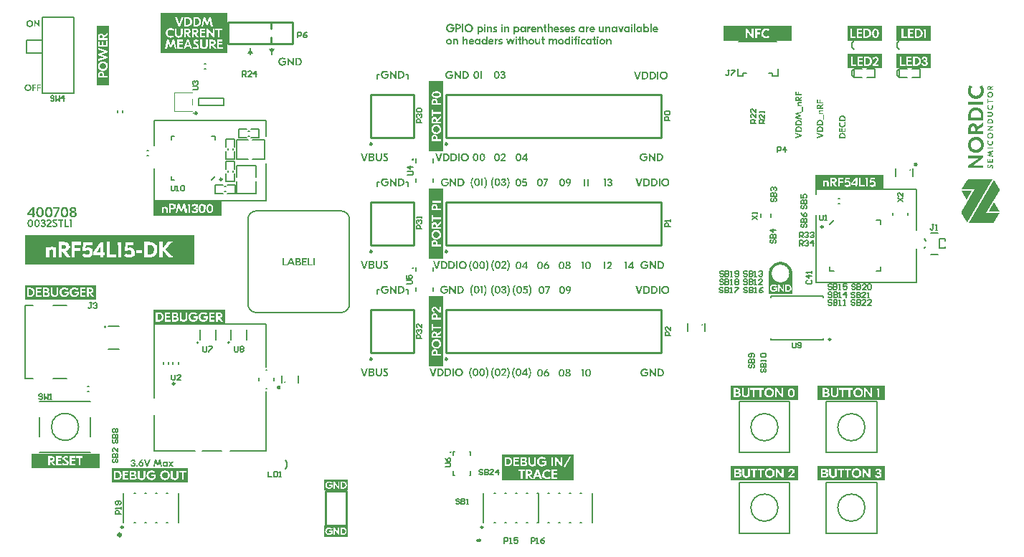
<source format=gto>
G04*
G04 #@! TF.GenerationSoftware,Altium Limited,Altium Designer,24.6.1 (21)*
G04*
G04 Layer_Color=65535*
%FSLAX24Y24*%
%MOIN*%
G70*
G04*
G04 #@! TF.SameCoordinates,3324350E-0B28-4C73-BA69-32ECCD091292*
G04*
G04*
G04 #@! TF.FilePolarity,Positive*
G04*
G01*
G75*
%ADD10C,0.0060*%
%ADD11C,0.0098*%
%ADD12C,0.0150*%
%ADD13C,0.0079*%
%ADD14C,0.0059*%
%ADD15C,0.0050*%
%ADD16C,0.0100*%
%ADD17C,0.0070*%
%ADD18C,0.0060*%
%ADD19C,0.0049*%
G36*
X35876Y23515D02*
X32727D01*
Y24185D01*
X35876D01*
Y23515D01*
D02*
G37*
G36*
X40065Y23515D02*
X38465D01*
Y24184D01*
X40065D01*
Y23515D01*
D02*
G37*
G36*
X11700Y22891D02*
X11567Y23120D01*
X11833Y23120D01*
X11700Y22891D01*
D02*
G37*
G36*
X10833Y22891D02*
X10567Y22891D01*
X10700Y23120D01*
X10833Y22891D01*
D02*
G37*
G36*
X42358Y22216D02*
X40758D01*
Y22885D01*
X42358D01*
Y22216D01*
D02*
G37*
G36*
X16985Y22115D02*
X16991Y22114D01*
X16998Y22113D01*
X17006Y22112D01*
X17016Y22111D01*
X17026Y22109D01*
X17036Y22106D01*
X17048Y22103D01*
X17059Y22099D01*
X17071Y22095D01*
X17083Y22089D01*
X17095Y22083D01*
X17107Y22076D01*
X17118Y22067D01*
X17074Y22011D01*
X17074Y22011D01*
X17072Y22012D01*
X17070Y22014D01*
X17066Y22016D01*
X17062Y22019D01*
X17057Y22022D01*
X17052Y22026D01*
X17045Y22029D01*
X17038Y22032D01*
X17031Y22036D01*
X17023Y22039D01*
X17014Y22042D01*
X17005Y22044D01*
X16995Y22046D01*
X16985Y22047D01*
X16975Y22047D01*
X16972D01*
X16969Y22047D01*
X16966D01*
X16962Y22047D01*
X16958Y22046D01*
X16954Y22046D01*
X16944Y22044D01*
X16933Y22041D01*
X16922Y22037D01*
X16912Y22032D01*
X16911D01*
X16910Y22031D01*
X16909Y22030D01*
X16907Y22029D01*
X16905Y22027D01*
X16902Y22025D01*
X16896Y22020D01*
X16889Y22014D01*
X16883Y22007D01*
X16876Y21998D01*
X16870Y21989D01*
Y21988D01*
X16869Y21987D01*
X16869Y21986D01*
X16868Y21984D01*
X16867Y21981D01*
X16865Y21978D01*
X16864Y21975D01*
X16863Y21971D01*
X16861Y21966D01*
X16860Y21961D01*
X16858Y21951D01*
X16856Y21939D01*
X16856Y21926D01*
Y21926D01*
Y21925D01*
Y21923D01*
X16856Y21920D01*
Y21917D01*
X16856Y21914D01*
X16857Y21910D01*
X16858Y21905D01*
X16859Y21896D01*
X16862Y21885D01*
X16866Y21874D01*
X16871Y21864D01*
Y21863D01*
X16871Y21863D01*
X16872Y21861D01*
X16873Y21859D01*
X16875Y21857D01*
X16877Y21854D01*
X16882Y21848D01*
X16888Y21841D01*
X16895Y21834D01*
X16903Y21827D01*
X16913Y21821D01*
X16913D01*
X16914Y21820D01*
X16916Y21819D01*
X16918Y21818D01*
X16921Y21817D01*
X16924Y21816D01*
X16927Y21814D01*
X16931Y21813D01*
X16936Y21812D01*
X16941Y21810D01*
X16946Y21809D01*
X16952Y21807D01*
X16964Y21806D01*
X16978Y21805D01*
X16981D01*
X16983Y21806D01*
X16986D01*
X16989Y21806D01*
X16993Y21806D01*
X16997Y21807D01*
X17006Y21808D01*
X17015Y21810D01*
X17024Y21813D01*
X17033Y21817D01*
X17034D01*
X17035Y21818D01*
X17036Y21818D01*
X17037Y21819D01*
X17041Y21822D01*
X17047Y21826D01*
X17052Y21830D01*
X17058Y21836D01*
X17064Y21842D01*
X17069Y21849D01*
Y21849D01*
X17069Y21849D01*
X17070Y21851D01*
X17071Y21852D01*
X17073Y21856D01*
X17075Y21861D01*
X17078Y21867D01*
X17080Y21874D01*
X17083Y21881D01*
X17084Y21889D01*
X16980D01*
Y21950D01*
X17154D01*
Y21950D01*
Y21949D01*
X17154Y21947D01*
Y21945D01*
Y21942D01*
X17155Y21938D01*
Y21934D01*
Y21929D01*
Y21929D01*
Y21927D01*
Y21924D01*
X17154Y21920D01*
X17154Y21916D01*
X17153Y21910D01*
X17153Y21904D01*
X17152Y21897D01*
X17151Y21890D01*
X17150Y21882D01*
X17146Y21866D01*
X17144Y21858D01*
X17141Y21849D01*
X17138Y21841D01*
X17134Y21833D01*
X17134Y21832D01*
X17134Y21831D01*
X17132Y21828D01*
X17131Y21825D01*
X17128Y21822D01*
X17126Y21818D01*
X17123Y21813D01*
X17119Y21808D01*
X17115Y21803D01*
X17111Y21797D01*
X17105Y21791D01*
X17100Y21785D01*
X17094Y21780D01*
X17088Y21774D01*
X17081Y21768D01*
X17074Y21764D01*
X17073Y21763D01*
X17072Y21762D01*
X17069Y21761D01*
X17066Y21759D01*
X17062Y21758D01*
X17058Y21756D01*
X17052Y21753D01*
X17046Y21751D01*
X17039Y21749D01*
X17032Y21746D01*
X17024Y21744D01*
X17015Y21742D01*
X17006Y21740D01*
X16996Y21739D01*
X16985Y21738D01*
X16975Y21738D01*
X16969D01*
X16965Y21738D01*
X16960Y21739D01*
X16955Y21739D01*
X16948Y21740D01*
X16942Y21741D01*
X16934Y21742D01*
X16926Y21744D01*
X16918Y21746D01*
X16909Y21748D01*
X16901Y21750D01*
X16892Y21753D01*
X16884Y21757D01*
X16876Y21761D01*
X16875Y21761D01*
X16874Y21762D01*
X16871Y21763D01*
X16868Y21765D01*
X16865Y21768D01*
X16861Y21771D01*
X16856Y21774D01*
X16851Y21778D01*
X16846Y21782D01*
X16840Y21787D01*
X16834Y21792D01*
X16829Y21798D01*
X16823Y21805D01*
X16818Y21812D01*
X16813Y21819D01*
X16808Y21827D01*
X16807Y21827D01*
X16807Y21828D01*
X16805Y21831D01*
X16804Y21834D01*
X16802Y21838D01*
X16800Y21843D01*
X16798Y21849D01*
X16795Y21855D01*
X16793Y21862D01*
X16791Y21870D01*
X16789Y21878D01*
X16787Y21887D01*
X16785Y21896D01*
X16784Y21906D01*
X16783Y21916D01*
X16783Y21926D01*
Y21927D01*
Y21929D01*
Y21932D01*
X16783Y21936D01*
X16784Y21941D01*
X16784Y21946D01*
X16785Y21953D01*
X16786Y21959D01*
X16787Y21967D01*
X16789Y21975D01*
X16791Y21983D01*
X16793Y21991D01*
X16796Y22000D01*
X16799Y22008D01*
X16803Y22016D01*
X16807Y22025D01*
X16807Y22025D01*
X16808Y22026D01*
X16810Y22029D01*
X16811Y22032D01*
X16814Y22035D01*
X16817Y22040D01*
X16820Y22044D01*
X16825Y22049D01*
X16829Y22054D01*
X16834Y22060D01*
X16840Y22065D01*
X16846Y22071D01*
X16853Y22076D01*
X16860Y22082D01*
X16867Y22087D01*
X16875Y22091D01*
X16876Y22092D01*
X16877Y22092D01*
X16880Y22094D01*
X16883Y22095D01*
X16887Y22097D01*
X16892Y22099D01*
X16898Y22101D01*
X16904Y22103D01*
X16912Y22105D01*
X16919Y22107D01*
X16928Y22109D01*
X16937Y22111D01*
X16946Y22113D01*
X16957Y22114D01*
X16967Y22115D01*
X16978Y22115D01*
X16983D01*
X16985Y22115D01*
D02*
G37*
G36*
X17503Y21746D02*
X17441D01*
X17266Y21993D01*
X17265D01*
Y21746D01*
X17199D01*
Y22107D01*
X17261D01*
X17436Y21859D01*
X17437D01*
Y22107D01*
X17503D01*
Y21746D01*
D02*
G37*
G36*
X28749Y21710D02*
X28682D01*
X28548Y22072D01*
X28625D01*
X28714Y21799D01*
X28716D01*
X28805Y22072D01*
X28882D01*
X28749Y21710D01*
D02*
G37*
G36*
X17696Y22107D02*
X17701Y22107D01*
X17707Y22106D01*
X17713Y22106D01*
X17720Y22105D01*
X17727Y22104D01*
X17735Y22102D01*
X17743Y22100D01*
X17752Y22098D01*
X17760Y22095D01*
X17768Y22093D01*
X17776Y22089D01*
X17785Y22085D01*
X17785Y22085D01*
X17786Y22084D01*
X17789Y22083D01*
X17792Y22081D01*
X17795Y22079D01*
X17799Y22076D01*
X17804Y22073D01*
X17809Y22069D01*
X17814Y22065D01*
X17820Y22061D01*
X17825Y22055D01*
X17831Y22050D01*
X17836Y22044D01*
X17842Y22037D01*
X17846Y22030D01*
X17851Y22023D01*
X17852Y22022D01*
X17852Y22021D01*
X17854Y22019D01*
X17855Y22016D01*
X17857Y22011D01*
X17859Y22007D01*
X17861Y22001D01*
X17863Y21995D01*
X17866Y21989D01*
X17868Y21981D01*
X17870Y21973D01*
X17872Y21965D01*
X17873Y21956D01*
X17874Y21947D01*
X17875Y21936D01*
X17875Y21926D01*
Y21926D01*
Y21924D01*
Y21921D01*
X17875Y21917D01*
X17875Y21912D01*
X17874Y21907D01*
X17873Y21900D01*
X17872Y21894D01*
X17871Y21886D01*
X17869Y21879D01*
X17867Y21871D01*
X17865Y21863D01*
X17863Y21854D01*
X17859Y21846D01*
X17855Y21838D01*
X17851Y21830D01*
X17851Y21830D01*
X17850Y21828D01*
X17849Y21827D01*
X17847Y21824D01*
X17845Y21820D01*
X17842Y21816D01*
X17838Y21812D01*
X17834Y21807D01*
X17830Y21802D01*
X17824Y21797D01*
X17819Y21792D01*
X17813Y21786D01*
X17807Y21781D01*
X17800Y21776D01*
X17792Y21772D01*
X17785Y21767D01*
X17784Y21767D01*
X17783Y21767D01*
X17780Y21765D01*
X17777Y21764D01*
X17773Y21762D01*
X17768Y21761D01*
X17763Y21758D01*
X17756Y21756D01*
X17750Y21755D01*
X17742Y21752D01*
X17734Y21750D01*
X17726Y21749D01*
X17717Y21747D01*
X17707Y21747D01*
X17697Y21746D01*
X17687Y21746D01*
X17572D01*
Y22107D01*
X17692D01*
X17696Y22107D01*
D02*
G37*
G36*
X21492Y21743D02*
X21427D01*
Y22030D01*
X21407D01*
Y22092D01*
X21492D01*
Y21743D01*
D02*
G37*
G36*
X21228Y22100D02*
X21232Y22099D01*
X21237Y22099D01*
X21244Y22097D01*
X21250Y22096D01*
X21258Y22094D01*
X21266Y22092D01*
X21274Y22088D01*
X21282Y22085D01*
X21290Y22080D01*
X21298Y22075D01*
X21306Y22069D01*
X21313Y22061D01*
X21320Y22053D01*
X21320Y22052D01*
X21321Y22051D01*
X21323Y22048D01*
X21325Y22044D01*
X21328Y22039D01*
X21331Y22033D01*
X21334Y22026D01*
X21337Y22018D01*
X21340Y22009D01*
X21343Y21999D01*
X21346Y21988D01*
X21349Y21976D01*
X21351Y21963D01*
X21353Y21949D01*
X21354Y21934D01*
X21354Y21918D01*
Y21918D01*
Y21917D01*
Y21916D01*
Y21914D01*
Y21912D01*
X21354Y21910D01*
Y21904D01*
X21353Y21896D01*
X21352Y21888D01*
X21351Y21879D01*
X21350Y21869D01*
X21348Y21858D01*
X21346Y21847D01*
X21343Y21836D01*
X21340Y21824D01*
X21336Y21813D01*
X21331Y21803D01*
X21325Y21793D01*
X21319Y21783D01*
X21319Y21783D01*
X21318Y21781D01*
X21316Y21779D01*
X21313Y21776D01*
X21310Y21772D01*
X21305Y21768D01*
X21300Y21764D01*
X21294Y21760D01*
X21288Y21755D01*
X21280Y21751D01*
X21272Y21747D01*
X21264Y21743D01*
X21254Y21740D01*
X21244Y21738D01*
X21233Y21736D01*
X21222Y21736D01*
X21219D01*
X21216Y21736D01*
X21211Y21737D01*
X21206Y21737D01*
X21199Y21739D01*
X21193Y21740D01*
X21185Y21742D01*
X21177Y21744D01*
X21169Y21748D01*
X21161Y21751D01*
X21153Y21756D01*
X21145Y21761D01*
X21137Y21767D01*
X21130Y21775D01*
X21123Y21783D01*
X21123Y21784D01*
X21121Y21785D01*
X21120Y21788D01*
X21118Y21791D01*
X21115Y21796D01*
X21112Y21802D01*
X21109Y21809D01*
X21106Y21817D01*
X21102Y21827D01*
X21099Y21837D01*
X21096Y21848D01*
X21094Y21860D01*
X21092Y21873D01*
X21090Y21887D01*
X21089Y21902D01*
X21088Y21918D01*
Y21919D01*
Y21919D01*
Y21920D01*
Y21922D01*
Y21924D01*
X21089Y21926D01*
Y21932D01*
X21090Y21940D01*
X21090Y21948D01*
X21091Y21958D01*
X21093Y21968D01*
X21094Y21979D01*
X21097Y21989D01*
X21100Y22001D01*
X21103Y22012D01*
X21107Y22023D01*
X21112Y22033D01*
X21117Y22043D01*
X21123Y22053D01*
X21123Y22053D01*
X21124Y22055D01*
X21127Y22057D01*
X21129Y22060D01*
X21133Y22064D01*
X21137Y22068D01*
X21142Y22072D01*
X21148Y22076D01*
X21155Y22081D01*
X21162Y22085D01*
X21170Y22089D01*
X21179Y22093D01*
X21189Y22096D01*
X21199Y22098D01*
X21210Y22100D01*
X21222Y22100D01*
X21225D01*
X21228Y22100D01*
D02*
G37*
G36*
X29691Y21710D02*
X29625D01*
Y22072D01*
X29691D01*
Y21710D01*
D02*
G37*
G36*
X29397Y22072D02*
X29401Y22071D01*
X29407Y22071D01*
X29413Y22070D01*
X29420Y22070D01*
X29427Y22068D01*
X29435Y22067D01*
X29443Y22065D01*
X29452Y22063D01*
X29460Y22060D01*
X29468Y22058D01*
X29476Y22054D01*
X29485Y22050D01*
X29485Y22050D01*
X29487Y22049D01*
X29489Y22048D01*
X29492Y22046D01*
X29495Y22044D01*
X29499Y22041D01*
X29504Y22038D01*
X29509Y22034D01*
X29514Y22030D01*
X29520Y22025D01*
X29525Y22020D01*
X29531Y22014D01*
X29536Y22008D01*
X29542Y22002D01*
X29547Y21995D01*
X29551Y21987D01*
X29552Y21987D01*
X29553Y21986D01*
X29554Y21983D01*
X29555Y21980D01*
X29557Y21976D01*
X29559Y21972D01*
X29561Y21966D01*
X29563Y21960D01*
X29566Y21953D01*
X29568Y21946D01*
X29570Y21938D01*
X29572Y21930D01*
X29573Y21921D01*
X29574Y21911D01*
X29575Y21901D01*
X29575Y21891D01*
Y21890D01*
Y21889D01*
Y21886D01*
X29575Y21882D01*
X29575Y21877D01*
X29574Y21872D01*
X29574Y21865D01*
X29572Y21858D01*
X29571Y21851D01*
X29569Y21843D01*
X29568Y21836D01*
X29565Y21827D01*
X29563Y21819D01*
X29559Y21811D01*
X29556Y21803D01*
X29551Y21795D01*
X29551Y21795D01*
X29550Y21793D01*
X29549Y21791D01*
X29547Y21788D01*
X29545Y21785D01*
X29542Y21781D01*
X29538Y21777D01*
X29534Y21772D01*
X29530Y21767D01*
X29524Y21762D01*
X29519Y21756D01*
X29513Y21751D01*
X29507Y21746D01*
X29500Y21741D01*
X29493Y21737D01*
X29485Y21732D01*
X29484Y21732D01*
X29483Y21731D01*
X29481Y21730D01*
X29477Y21729D01*
X29473Y21727D01*
X29469Y21725D01*
X29463Y21723D01*
X29457Y21721D01*
X29450Y21719D01*
X29442Y21717D01*
X29434Y21715D01*
X29426Y21714D01*
X29417Y21712D01*
X29407Y21711D01*
X29397Y21711D01*
X29387Y21710D01*
X29272D01*
Y22072D01*
X29392D01*
X29397Y22072D01*
D02*
G37*
G36*
X29043D02*
X29048Y22071D01*
X29054Y22071D01*
X29060Y22070D01*
X29067Y22070D01*
X29074Y22068D01*
X29082Y22067D01*
X29090Y22065D01*
X29098Y22063D01*
X29107Y22060D01*
X29115Y22058D01*
X29123Y22054D01*
X29131Y22050D01*
X29132Y22050D01*
X29133Y22049D01*
X29136Y22048D01*
X29139Y22046D01*
X29142Y22044D01*
X29146Y22041D01*
X29151Y22038D01*
X29156Y22034D01*
X29161Y22030D01*
X29167Y22025D01*
X29172Y22020D01*
X29178Y22014D01*
X29183Y22008D01*
X29188Y22002D01*
X29193Y21995D01*
X29198Y21987D01*
X29199Y21987D01*
X29199Y21986D01*
X29200Y21983D01*
X29202Y21980D01*
X29204Y21976D01*
X29206Y21972D01*
X29208Y21966D01*
X29210Y21960D01*
X29212Y21953D01*
X29215Y21946D01*
X29217Y21938D01*
X29218Y21930D01*
X29220Y21921D01*
X29221Y21911D01*
X29222Y21901D01*
X29222Y21891D01*
Y21890D01*
Y21889D01*
Y21886D01*
X29222Y21882D01*
X29221Y21877D01*
X29221Y21872D01*
X29220Y21865D01*
X29219Y21858D01*
X29218Y21851D01*
X29216Y21843D01*
X29214Y21836D01*
X29212Y21827D01*
X29209Y21819D01*
X29206Y21811D01*
X29202Y21803D01*
X29198Y21795D01*
X29198Y21795D01*
X29197Y21793D01*
X29196Y21791D01*
X29194Y21788D01*
X29191Y21785D01*
X29188Y21781D01*
X29185Y21777D01*
X29181Y21772D01*
X29176Y21767D01*
X29171Y21762D01*
X29166Y21756D01*
X29160Y21751D01*
X29154Y21746D01*
X29146Y21741D01*
X29139Y21737D01*
X29131Y21732D01*
X29131Y21732D01*
X29130Y21731D01*
X29127Y21730D01*
X29124Y21729D01*
X29120Y21727D01*
X29115Y21725D01*
X29110Y21723D01*
X29103Y21721D01*
X29097Y21719D01*
X29089Y21717D01*
X29081Y21715D01*
X29073Y21714D01*
X29064Y21712D01*
X29054Y21711D01*
X29044Y21711D01*
X29034Y21710D01*
X28918D01*
Y22072D01*
X29039D01*
X29043Y22072D01*
D02*
G37*
G36*
X29939Y22079D02*
X29944Y22079D01*
X29949Y22079D01*
X29955Y22078D01*
X29962Y22077D01*
X29969Y22076D01*
X29977Y22074D01*
X29985Y22072D01*
X29993Y22070D01*
X30001Y22067D01*
X30010Y22064D01*
X30018Y22060D01*
X30027Y22056D01*
X30027Y22056D01*
X30028Y22055D01*
X30031Y22053D01*
X30034Y22052D01*
X30037Y22049D01*
X30042Y22046D01*
X30046Y22043D01*
X30051Y22039D01*
X30057Y22034D01*
X30062Y22029D01*
X30068Y22024D01*
X30074Y22018D01*
X30079Y22011D01*
X30085Y22004D01*
X30090Y21997D01*
X30095Y21989D01*
X30095Y21989D01*
X30096Y21987D01*
X30097Y21984D01*
X30099Y21981D01*
X30100Y21977D01*
X30103Y21972D01*
X30105Y21967D01*
X30107Y21960D01*
X30109Y21954D01*
X30112Y21946D01*
X30114Y21938D01*
X30116Y21929D01*
X30117Y21920D01*
X30118Y21911D01*
X30119Y21901D01*
X30120Y21891D01*
Y21890D01*
Y21889D01*
Y21886D01*
X30119Y21882D01*
X30119Y21877D01*
X30118Y21872D01*
X30118Y21865D01*
X30117Y21858D01*
X30115Y21851D01*
X30114Y21843D01*
X30112Y21835D01*
X30109Y21827D01*
X30106Y21818D01*
X30103Y21810D01*
X30099Y21801D01*
X30095Y21793D01*
X30094Y21793D01*
X30094Y21791D01*
X30092Y21789D01*
X30090Y21786D01*
X30088Y21782D01*
X30085Y21778D01*
X30081Y21774D01*
X30077Y21769D01*
X30072Y21764D01*
X30067Y21758D01*
X30062Y21752D01*
X30055Y21747D01*
X30049Y21741D01*
X30042Y21736D01*
X30034Y21731D01*
X30027Y21726D01*
X30026Y21726D01*
X30025Y21725D01*
X30022Y21724D01*
X30019Y21723D01*
X30015Y21721D01*
X30010Y21719D01*
X30004Y21717D01*
X29998Y21715D01*
X29991Y21713D01*
X29984Y21710D01*
X29976Y21708D01*
X29967Y21707D01*
X29959Y21705D01*
X29949Y21704D01*
X29940Y21703D01*
X29930Y21703D01*
X29925D01*
X29921Y21703D01*
X29916Y21704D01*
X29911Y21704D01*
X29905Y21705D01*
X29898Y21706D01*
X29890Y21707D01*
X29883Y21708D01*
X29875Y21711D01*
X29867Y21713D01*
X29858Y21716D01*
X29850Y21719D01*
X29842Y21722D01*
X29833Y21726D01*
X29833Y21727D01*
X29832Y21728D01*
X29829Y21729D01*
X29826Y21731D01*
X29823Y21733D01*
X29818Y21736D01*
X29814Y21740D01*
X29809Y21744D01*
X29803Y21748D01*
X29798Y21753D01*
X29792Y21759D01*
X29787Y21765D01*
X29781Y21771D01*
X29775Y21778D01*
X29770Y21785D01*
X29765Y21793D01*
X29765Y21794D01*
X29764Y21795D01*
X29763Y21798D01*
X29761Y21801D01*
X29760Y21805D01*
X29757Y21810D01*
X29755Y21815D01*
X29753Y21822D01*
X29751Y21828D01*
X29748Y21836D01*
X29746Y21844D01*
X29744Y21853D01*
X29743Y21862D01*
X29742Y21871D01*
X29741Y21881D01*
X29740Y21891D01*
Y21892D01*
Y21894D01*
Y21896D01*
X29741Y21900D01*
X29741Y21905D01*
X29742Y21911D01*
X29743Y21917D01*
X29743Y21924D01*
X29745Y21931D01*
X29746Y21939D01*
X29748Y21947D01*
X29751Y21956D01*
X29754Y21964D01*
X29757Y21972D01*
X29761Y21981D01*
X29765Y21989D01*
X29766Y21989D01*
X29766Y21991D01*
X29768Y21993D01*
X29770Y21996D01*
X29772Y22000D01*
X29775Y22004D01*
X29779Y22008D01*
X29783Y22014D01*
X29788Y22019D01*
X29793Y22025D01*
X29799Y22030D01*
X29805Y22035D01*
X29811Y22041D01*
X29818Y22046D01*
X29826Y22052D01*
X29833Y22056D01*
X29834Y22056D01*
X29835Y22057D01*
X29838Y22058D01*
X29841Y22060D01*
X29845Y22062D01*
X29850Y22064D01*
X29856Y22066D01*
X29862Y22068D01*
X29869Y22070D01*
X29876Y22072D01*
X29884Y22074D01*
X29892Y22076D01*
X29901Y22077D01*
X29910Y22079D01*
X29920Y22079D01*
X29930Y22080D01*
X29935D01*
X29939Y22079D01*
D02*
G37*
G36*
X4154Y21447D02*
X3563D01*
Y24203D01*
X4154D01*
Y21447D01*
D02*
G37*
G36*
X45238Y21364D02*
X45135Y21294D01*
Y21276D01*
X45238D01*
Y21228D01*
X44978D01*
Y21324D01*
X44979Y21334D01*
X44979Y21339D01*
X44980Y21346D01*
X44983Y21356D01*
X44986Y21365D01*
X44990Y21371D01*
X44995Y21380D01*
X44999Y21384D01*
X45007Y21392D01*
X45013Y21396D01*
X45019Y21400D01*
X45024Y21402D01*
X45029Y21404D01*
X45040Y21407D01*
X45045Y21407D01*
X45054Y21408D01*
X45059Y21408D01*
X45064Y21408D01*
X45070Y21407D01*
X45075Y21406D01*
X45081Y21405D01*
X45089Y21402D01*
X45094Y21400D01*
X45100Y21396D01*
X45108Y21390D01*
X45115Y21383D01*
X45120Y21378D01*
X45124Y21371D01*
X45128Y21361D01*
X45131Y21353D01*
X45132Y21347D01*
X45238Y21424D01*
Y21364D01*
D02*
G37*
G36*
X979Y21418D02*
X852D01*
Y21344D01*
X966D01*
Y21293D01*
X852D01*
Y21168D01*
X797D01*
Y21469D01*
X979D01*
Y21418D01*
D02*
G37*
G36*
X760D02*
X633D01*
Y21344D01*
X747D01*
Y21293D01*
X633D01*
Y21168D01*
X578D01*
Y21469D01*
X760D01*
Y21418D01*
D02*
G37*
G36*
X386Y21475D02*
X390Y21475D01*
X394Y21475D01*
X400Y21474D01*
X405Y21473D01*
X411Y21472D01*
X418Y21471D01*
X424Y21469D01*
X431Y21467D01*
X438Y21465D01*
X445Y21463D01*
X452Y21459D01*
X459Y21456D01*
X459Y21456D01*
X461Y21455D01*
X462Y21454D01*
X465Y21452D01*
X468Y21450D01*
X472Y21448D01*
X476Y21445D01*
X480Y21442D01*
X484Y21438D01*
X489Y21434D01*
X494Y21429D01*
X498Y21424D01*
X503Y21419D01*
X507Y21413D01*
X512Y21407D01*
X516Y21400D01*
X516Y21400D01*
X517Y21399D01*
X518Y21396D01*
X519Y21394D01*
X521Y21391D01*
X522Y21386D01*
X524Y21382D01*
X526Y21376D01*
X528Y21371D01*
X530Y21365D01*
X532Y21358D01*
X533Y21351D01*
X535Y21343D01*
X536Y21335D01*
X536Y21327D01*
X536Y21319D01*
Y21318D01*
Y21317D01*
Y21314D01*
X536Y21311D01*
X536Y21307D01*
X536Y21303D01*
X535Y21297D01*
X534Y21292D01*
X533Y21285D01*
X531Y21279D01*
X530Y21272D01*
X528Y21265D01*
X526Y21258D01*
X523Y21251D01*
X520Y21244D01*
X516Y21237D01*
X516Y21237D01*
X515Y21236D01*
X514Y21234D01*
X512Y21231D01*
X510Y21228D01*
X507Y21225D01*
X504Y21221D01*
X501Y21217D01*
X497Y21213D01*
X493Y21208D01*
X488Y21203D01*
X483Y21199D01*
X478Y21194D01*
X472Y21190D01*
X466Y21186D01*
X459Y21182D01*
X459Y21181D01*
X457Y21181D01*
X455Y21180D01*
X453Y21179D01*
X449Y21177D01*
X445Y21176D01*
X441Y21174D01*
X435Y21172D01*
X430Y21170D01*
X423Y21168D01*
X417Y21167D01*
X410Y21165D01*
X403Y21164D01*
X395Y21163D01*
X387Y21162D01*
X379Y21162D01*
X374D01*
X371Y21162D01*
X367Y21163D01*
X363Y21163D01*
X358Y21164D01*
X352Y21165D01*
X346Y21166D01*
X340Y21167D01*
X333Y21169D01*
X326Y21171D01*
X319Y21173D01*
X312Y21175D01*
X305Y21178D01*
X298Y21182D01*
X298Y21182D01*
X297Y21183D01*
X295Y21184D01*
X292Y21186D01*
X289Y21187D01*
X286Y21190D01*
X282Y21193D01*
X278Y21196D01*
X273Y21200D01*
X269Y21204D01*
X264Y21209D01*
X259Y21214D01*
X255Y21219D01*
X250Y21225D01*
X246Y21231D01*
X242Y21237D01*
X241Y21238D01*
X241Y21239D01*
X240Y21241D01*
X238Y21244D01*
X237Y21247D01*
X235Y21251D01*
X233Y21256D01*
X231Y21261D01*
X229Y21267D01*
X228Y21273D01*
X226Y21280D01*
X224Y21287D01*
X223Y21294D01*
X222Y21302D01*
X221Y21310D01*
X221Y21319D01*
Y21319D01*
Y21321D01*
Y21323D01*
X221Y21327D01*
X222Y21330D01*
X222Y21335D01*
X223Y21340D01*
X224Y21346D01*
X225Y21352D01*
X226Y21359D01*
X228Y21366D01*
X230Y21372D01*
X232Y21379D01*
X235Y21386D01*
X238Y21393D01*
X242Y21400D01*
X242Y21400D01*
X243Y21402D01*
X244Y21404D01*
X245Y21406D01*
X248Y21409D01*
X250Y21413D01*
X253Y21416D01*
X257Y21421D01*
X260Y21425D01*
X265Y21430D01*
X269Y21435D01*
X274Y21439D01*
X280Y21444D01*
X286Y21448D01*
X292Y21452D01*
X298Y21456D01*
X299Y21456D01*
X300Y21457D01*
X302Y21458D01*
X305Y21459D01*
X308Y21461D01*
X312Y21462D01*
X317Y21464D01*
X322Y21466D01*
X328Y21468D01*
X334Y21469D01*
X340Y21471D01*
X347Y21473D01*
X355Y21474D01*
X362Y21475D01*
X370Y21475D01*
X379Y21476D01*
X383D01*
X386Y21475D01*
D02*
G37*
G36*
X36102Y21017D02*
X36176D01*
Y21131D01*
X36227D01*
Y21017D01*
X36352D01*
Y20962D01*
X36051D01*
Y21144D01*
X36102D01*
Y21017D01*
D02*
G37*
G36*
X44746Y21414D02*
X44757Y21395D01*
X44765Y21379D01*
X44774Y21360D01*
X44782Y21342D01*
X44788Y21323D01*
X44793Y21307D01*
X44795Y21298D01*
X44799Y21283D01*
X44802Y21268D01*
X44804Y21255D01*
X44806Y21240D01*
X44807Y21232D01*
X44808Y21219D01*
X44808Y21207D01*
X44809Y21189D01*
X44809Y21174D01*
X44808Y21158D01*
X44807Y21146D01*
X44806Y21135D01*
X44805Y21124D01*
X44803Y21112D01*
X44801Y21099D01*
X44799Y21088D01*
X44795Y21073D01*
X44792Y21062D01*
X44789Y21050D01*
X44785Y21038D01*
X44780Y21026D01*
X44775Y21014D01*
X44773Y21008D01*
X44766Y20995D01*
X44763Y20988D01*
X44750Y20966D01*
X44745Y20958D01*
X44739Y20949D01*
X44723Y20929D01*
X44711Y20915D01*
X44695Y20898D01*
X44682Y20887D01*
X44667Y20875D01*
X44655Y20867D01*
X44641Y20858D01*
X44630Y20851D01*
X44620Y20846D01*
X44602Y20838D01*
X44586Y20831D01*
X44573Y20826D01*
X44560Y20822D01*
X44548Y20819D01*
X44531Y20815D01*
X44514Y20812D01*
X44498Y20809D01*
X44483Y20808D01*
X44473Y20807D01*
X44458Y20806D01*
X44443Y20806D01*
X44428Y20806D01*
X44417Y20807D01*
X44404Y20808D01*
X44389Y20809D01*
X44379Y20811D01*
X44362Y20813D01*
X44351Y20816D01*
X44334Y20820D01*
X44316Y20825D01*
X44309Y20828D01*
X44295Y20833D01*
X44288Y20836D01*
X44280Y20839D01*
X44272Y20843D01*
X44262Y20848D01*
X44252Y20854D01*
X44239Y20861D01*
X44222Y20873D01*
X44203Y20888D01*
X44187Y20902D01*
X44173Y20917D01*
X44165Y20925D01*
X44156Y20936D01*
X44149Y20946D01*
X44142Y20955D01*
X44137Y20963D01*
X44132Y20971D01*
X44124Y20985D01*
X44120Y20993D01*
X44114Y21006D01*
X44108Y21019D01*
X44103Y21031D01*
X44099Y21043D01*
X44095Y21055D01*
X44092Y21067D01*
X44087Y21085D01*
X44084Y21101D01*
X44081Y21118D01*
X44079Y21135D01*
X44078Y21152D01*
X44077Y21164D01*
X44077Y21180D01*
X44077Y21192D01*
X44077Y21211D01*
X44079Y21227D01*
X44080Y21245D01*
X44082Y21259D01*
X44085Y21275D01*
X44090Y21296D01*
X44095Y21315D01*
X44102Y21338D01*
X44109Y21356D01*
X44118Y21373D01*
X44121Y21381D01*
X44127Y21392D01*
X44134Y21405D01*
X44140Y21415D01*
X44148Y21427D01*
X44154Y21436D01*
X44266Y21361D01*
X44265Y21359D01*
X44255Y21345D01*
X44248Y21333D01*
X44241Y21320D01*
X44234Y21305D01*
X44228Y21291D01*
X44224Y21280D01*
X44219Y21264D01*
X44216Y21251D01*
X44214Y21241D01*
X44212Y21230D01*
X44210Y21216D01*
X44209Y21204D01*
X44208Y21195D01*
X44208Y21187D01*
X44208Y21180D01*
X44209Y21168D01*
X44209Y21160D01*
X44210Y21152D01*
X44211Y21141D01*
X44213Y21133D01*
X44214Y21125D01*
X44217Y21113D01*
X44221Y21100D01*
X44224Y21092D01*
X44227Y21083D01*
X44233Y21069D01*
X44238Y21059D01*
X44245Y21049D01*
X44253Y21036D01*
X44259Y21028D01*
X44268Y21018D01*
X44275Y21011D01*
X44285Y21001D01*
X44298Y20990D01*
X44309Y20983D01*
X44324Y20975D01*
X44335Y20969D01*
X44345Y20965D01*
X44358Y20960D01*
X44365Y20957D01*
X44377Y20954D01*
X44388Y20952D01*
X44401Y20949D01*
X44414Y20948D01*
X44427Y20947D01*
X44446Y20946D01*
X44464Y20947D01*
X44481Y20949D01*
X44497Y20952D01*
X44511Y20955D01*
X44527Y20959D01*
X44540Y20964D01*
X44555Y20971D01*
X44567Y20977D01*
X44584Y20988D01*
X44600Y21001D01*
X44611Y21010D01*
X44620Y21020D01*
X44628Y21031D01*
X44634Y21038D01*
X44638Y21045D01*
X44642Y21051D01*
X44648Y21062D01*
X44653Y21072D01*
X44659Y21085D01*
X44664Y21098D01*
X44668Y21111D01*
X44671Y21123D01*
X44674Y21140D01*
X44676Y21159D01*
X44677Y21179D01*
X44677Y21191D01*
X44676Y21210D01*
X44674Y21227D01*
X44672Y21240D01*
X44669Y21254D01*
X44665Y21269D01*
X44662Y21277D01*
X44658Y21289D01*
X44654Y21299D01*
X44644Y21319D01*
X44634Y21339D01*
X44626Y21352D01*
X44619Y21361D01*
X44732Y21436D01*
X44746Y21414D01*
D02*
G37*
G36*
X45126Y21130D02*
X45138Y21128D01*
X45144Y21127D01*
X45152Y21125D01*
X45159Y21123D01*
X45166Y21120D01*
X45174Y21116D01*
X45180Y21113D01*
X45186Y21108D01*
X45192Y21104D01*
X45198Y21100D01*
X45204Y21094D01*
X45210Y21088D01*
X45218Y21078D01*
X45222Y21072D01*
X45225Y21068D01*
X45229Y21059D01*
X45233Y21051D01*
X45236Y21044D01*
X45238Y21037D01*
X45240Y21030D01*
X45241Y21020D01*
X45242Y21014D01*
X45243Y21006D01*
X45243Y21000D01*
X45243Y20987D01*
X45243Y20981D01*
X45242Y20975D01*
X45241Y20967D01*
X45239Y20957D01*
X45237Y20951D01*
X45233Y20940D01*
X45230Y20933D01*
X45226Y20925D01*
X45223Y20920D01*
X45219Y20914D01*
X45215Y20908D01*
X45210Y20902D01*
X45205Y20897D01*
X45200Y20892D01*
X45192Y20886D01*
X45186Y20882D01*
X45180Y20878D01*
X45170Y20873D01*
X45163Y20869D01*
X45156Y20867D01*
X45150Y20865D01*
X45142Y20863D01*
X45134Y20861D01*
X45127Y20860D01*
X45109Y20859D01*
X45103Y20859D01*
X45095Y20860D01*
X45083Y20861D01*
X45073Y20863D01*
X45064Y20865D01*
X45058Y20867D01*
X45048Y20872D01*
X45039Y20876D01*
X45034Y20879D01*
X45027Y20884D01*
X45020Y20889D01*
X45011Y20898D01*
X45005Y20903D01*
X45001Y20908D01*
X44998Y20913D01*
X44994Y20918D01*
X44991Y20923D01*
X44989Y20928D01*
X44983Y20940D01*
X44980Y20947D01*
X44977Y20957D01*
X44976Y20963D01*
X44975Y20969D01*
X44973Y20978D01*
X44973Y20984D01*
X44973Y20992D01*
Y20998D01*
X44973Y21004D01*
X44974Y21012D01*
X44974Y21018D01*
X44975Y21024D01*
X44977Y21031D01*
X44978Y21037D01*
X44981Y21044D01*
X44985Y21055D01*
X44989Y21064D01*
X44992Y21068D01*
X44995Y21073D01*
X44999Y21079D01*
X45004Y21086D01*
X45008Y21090D01*
X45012Y21094D01*
X45021Y21102D01*
X45026Y21105D01*
X45031Y21109D01*
X45036Y21112D01*
X45042Y21116D01*
X45050Y21120D01*
X45057Y21123D01*
X45064Y21125D01*
X45070Y21126D01*
X45075Y21128D01*
X45081Y21129D01*
X45090Y21130D01*
X45099Y21131D01*
X45110Y21131D01*
X45126Y21130D01*
D02*
G37*
G36*
X36352Y20862D02*
X36232Y20780D01*
Y20760D01*
X36352D01*
Y20705D01*
X36051D01*
Y20818D01*
X36051Y20820D01*
Y20823D01*
X36051Y20826D01*
X36051Y20829D01*
X36052Y20833D01*
X36053Y20841D01*
X36056Y20850D01*
X36058Y20859D01*
X36062Y20867D01*
Y20867D01*
X36063Y20868D01*
X36063Y20869D01*
X36064Y20871D01*
X36065Y20873D01*
X36067Y20875D01*
X36070Y20879D01*
X36075Y20885D01*
X36080Y20891D01*
X36087Y20896D01*
X36094Y20901D01*
X36095D01*
X36095Y20902D01*
X36096Y20902D01*
X36098Y20903D01*
X36100Y20904D01*
X36102Y20905D01*
X36105Y20906D01*
X36108Y20907D01*
X36111Y20908D01*
X36115Y20909D01*
X36123Y20911D01*
X36132Y20912D01*
X36142Y20913D01*
X36142D01*
X36143D01*
X36145D01*
X36148Y20912D01*
X36150Y20912D01*
X36154Y20912D01*
X36158Y20911D01*
X36162Y20911D01*
X36170Y20908D01*
X36175Y20907D01*
X36180Y20905D01*
X36185Y20903D01*
X36190Y20900D01*
X36194Y20898D01*
X36199Y20894D01*
X36199Y20894D01*
X36200Y20893D01*
X36201Y20892D01*
X36202Y20891D01*
X36204Y20889D01*
X36207Y20886D01*
X36209Y20884D01*
X36211Y20881D01*
X36214Y20877D01*
X36216Y20873D01*
X36219Y20869D01*
X36221Y20864D01*
X36224Y20859D01*
X36226Y20854D01*
X36227Y20848D01*
X36229Y20842D01*
X36352Y20931D01*
Y20862D01*
D02*
G37*
G36*
X45023Y20715D02*
X45238D01*
Y20668D01*
X45023D01*
Y20597D01*
X44978D01*
Y20786D01*
X45023D01*
Y20715D01*
D02*
G37*
G36*
X44794Y20538D02*
X44092D01*
Y20667D01*
X44794D01*
Y20538D01*
D02*
G37*
G36*
X36352Y20602D02*
X36241D01*
X36241D01*
X36240D01*
X36237Y20602D01*
X36234Y20601D01*
X36231Y20601D01*
X36227Y20600D01*
X36223Y20599D01*
X36218Y20597D01*
X36214Y20595D01*
X36210Y20592D01*
X36206Y20589D01*
X36203Y20585D01*
X36200Y20580D01*
X36197Y20575D01*
X36196Y20568D01*
X36196Y20561D01*
Y20559D01*
X36196Y20558D01*
Y20556D01*
X36196Y20554D01*
X36197Y20549D01*
X36199Y20543D01*
X36202Y20538D01*
X36205Y20532D01*
X36207Y20530D01*
X36210Y20527D01*
X36211Y20527D01*
X36212Y20526D01*
X36213Y20525D01*
X36214Y20524D01*
X36216Y20523D01*
X36218Y20522D01*
X36221Y20521D01*
X36224Y20520D01*
X36227Y20519D01*
X36231Y20517D01*
X36235Y20517D01*
X36239Y20516D01*
X36244Y20515D01*
X36249Y20515D01*
X36255D01*
X36352D01*
Y20462D01*
X36153D01*
Y20514D01*
X36183D01*
Y20515D01*
X36183D01*
X36182Y20516D01*
X36182Y20516D01*
X36180Y20517D01*
X36177Y20519D01*
X36173Y20522D01*
X36169Y20527D01*
X36164Y20531D01*
X36160Y20536D01*
X36156Y20542D01*
Y20542D01*
X36156Y20543D01*
X36155Y20544D01*
X36154Y20545D01*
X36154Y20547D01*
X36153Y20548D01*
X36151Y20553D01*
X36149Y20559D01*
X36148Y20565D01*
X36147Y20572D01*
X36147Y20580D01*
Y20584D01*
X36147Y20586D01*
X36147Y20589D01*
X36148Y20592D01*
X36148Y20596D01*
X36149Y20600D01*
X36152Y20609D01*
X36153Y20613D01*
X36155Y20618D01*
X36158Y20622D01*
X36160Y20627D01*
X36163Y20631D01*
X36167Y20635D01*
X36167Y20635D01*
X36168Y20636D01*
X36169Y20637D01*
X36171Y20638D01*
X36173Y20639D01*
X36175Y20641D01*
X36178Y20643D01*
X36182Y20645D01*
X36186Y20647D01*
X36191Y20649D01*
X36196Y20650D01*
X36202Y20652D01*
X36207Y20653D01*
X36214Y20654D01*
X36221Y20655D01*
X36229Y20655D01*
X36352D01*
Y20602D01*
D02*
G37*
G36*
X45217Y20516D02*
X45221Y20510D01*
X45226Y20501D01*
X45230Y20492D01*
X45234Y20482D01*
X45238Y20471D01*
X45239Y20468D01*
X45240Y20463D01*
X45241Y20456D01*
X45242Y20449D01*
X45243Y20439D01*
X45244Y20432D01*
X45244Y20425D01*
X45243Y20419D01*
X45243Y20412D01*
X45242Y20404D01*
X45241Y20396D01*
X45240Y20390D01*
X45237Y20381D01*
X45236Y20377D01*
X45234Y20370D01*
X45231Y20363D01*
X45228Y20356D01*
X45224Y20348D01*
X45218Y20339D01*
X45212Y20332D01*
X45207Y20327D01*
X45198Y20318D01*
X45191Y20312D01*
X45182Y20306D01*
X45177Y20303D01*
X45174Y20301D01*
X45170Y20300D01*
X45164Y20297D01*
X45156Y20294D01*
X45147Y20291D01*
X45139Y20289D01*
X45131Y20288D01*
X45125Y20287D01*
X45117Y20287D01*
X45112Y20287D01*
X45106Y20286D01*
X45101Y20287D01*
X45097Y20287D01*
X45090Y20287D01*
X45084Y20288D01*
X45078Y20289D01*
X45072Y20291D01*
X45061Y20294D01*
X45056Y20295D01*
X45051Y20298D01*
X45045Y20300D01*
X45038Y20304D01*
X45033Y20307D01*
X45027Y20311D01*
X45013Y20322D01*
X45006Y20330D01*
X45002Y20335D01*
X44999Y20338D01*
X44995Y20345D01*
X44992Y20350D01*
X44989Y20356D01*
X44986Y20360D01*
X44984Y20365D01*
X44982Y20371D01*
X44980Y20377D01*
X44979Y20381D01*
X44977Y20386D01*
X44976Y20392D01*
X44975Y20398D01*
X44974Y20406D01*
X44973Y20415D01*
X44973Y20427D01*
X44973Y20435D01*
X44973Y20442D01*
X44974Y20452D01*
X44976Y20462D01*
X44979Y20475D01*
X44983Y20486D01*
X44988Y20497D01*
X44989Y20499D01*
X44993Y20507D01*
X44996Y20512D01*
X45001Y20520D01*
X45043Y20492D01*
X45042Y20490D01*
X45039Y20486D01*
X45036Y20482D01*
X45034Y20477D01*
X45032Y20473D01*
X45030Y20469D01*
X45027Y20460D01*
X45025Y20454D01*
X45022Y20442D01*
X45021Y20432D01*
X45021Y20429D01*
X45021Y20422D01*
X45022Y20415D01*
X45023Y20409D01*
X45024Y20403D01*
X45025Y20397D01*
X45028Y20391D01*
X45031Y20384D01*
X45035Y20376D01*
X45038Y20372D01*
X45043Y20365D01*
X45050Y20358D01*
X45059Y20352D01*
X45066Y20348D01*
X45070Y20346D01*
X45075Y20344D01*
X45083Y20342D01*
X45088Y20340D01*
X45094Y20339D01*
X45099Y20339D01*
X45105Y20338D01*
X45111Y20338D01*
X45116Y20339D01*
X45123Y20340D01*
X45130Y20341D01*
X45138Y20343D01*
X45146Y20346D01*
X45152Y20349D01*
X45160Y20354D01*
X45169Y20361D01*
X45177Y20370D01*
X45182Y20377D01*
X45183Y20379D01*
X45186Y20385D01*
X45188Y20390D01*
X45190Y20395D01*
X45192Y20402D01*
X45193Y20407D01*
X45194Y20414D01*
X45195Y20420D01*
X45195Y20429D01*
X45195Y20436D01*
X45194Y20443D01*
X45191Y20455D01*
X45190Y20458D01*
X45189Y20461D01*
X45187Y20468D01*
X45185Y20473D01*
X45183Y20477D01*
X45179Y20483D01*
X45177Y20487D01*
X45173Y20492D01*
X45215Y20520D01*
X45217Y20516D01*
D02*
G37*
G36*
X36399Y20214D02*
X36358D01*
Y20435D01*
X36399D01*
Y20214D01*
D02*
G37*
G36*
X45142Y20188D02*
X45148Y20187D01*
X45155Y20187D01*
X45164Y20185D01*
X45172Y20183D01*
X45178Y20181D01*
X45185Y20179D01*
X45192Y20175D01*
X45200Y20171D01*
X45206Y20167D01*
X45212Y20162D01*
X45222Y20151D01*
X45226Y20146D01*
X45229Y20141D01*
X45232Y20135D01*
X45234Y20131D01*
X45237Y20124D01*
X45239Y20116D01*
X45240Y20110D01*
X45242Y20102D01*
X45243Y20095D01*
X45243Y20089D01*
X45243Y20082D01*
X45243Y20072D01*
X45242Y20065D01*
X45241Y20058D01*
X45240Y20051D01*
X45239Y20045D01*
X45237Y20038D01*
X45234Y20031D01*
X45230Y20023D01*
X45226Y20017D01*
X45219Y20007D01*
X45208Y19996D01*
X45199Y19990D01*
X45195Y19987D01*
X45189Y19985D01*
X45183Y19982D01*
X45175Y19979D01*
X45168Y19977D01*
X45158Y19975D01*
X45150Y19974D01*
X45143Y19974D01*
X45136Y19974D01*
X44978D01*
Y20024D01*
X45133D01*
X45134Y20024D01*
X45143Y20024D01*
X45151Y20026D01*
X45158Y20028D01*
X45164Y20030D01*
X45170Y20033D01*
X45175Y20037D01*
X45179Y20041D01*
X45186Y20049D01*
X45189Y20055D01*
X45191Y20061D01*
X45193Y20069D01*
X45194Y20074D01*
X45194Y20079D01*
X45194Y20087D01*
X45193Y20091D01*
X45192Y20098D01*
X45190Y20104D01*
X45187Y20110D01*
X45184Y20115D01*
X45177Y20123D01*
X45171Y20127D01*
X45165Y20131D01*
X45158Y20134D01*
X45152Y20136D01*
X45146Y20137D01*
X45138Y20138D01*
X45133Y20138D01*
X44978D01*
Y20188D01*
X45136D01*
X45142Y20188D01*
D02*
G37*
G36*
X36352Y20150D02*
X36156Y20105D01*
Y20104D01*
X36307Y20042D01*
Y20002D01*
X36156Y19940D01*
Y19939D01*
X36352Y19893D01*
Y19835D01*
X36051Y19910D01*
Y19953D01*
X36222Y20021D01*
Y20022D01*
X36051Y20090D01*
Y20133D01*
X36352Y20208D01*
Y20150D01*
D02*
G37*
G36*
X44459Y20402D02*
X44471Y20401D01*
X44480Y20401D01*
X44493Y20399D01*
X44506Y20398D01*
X44519Y20395D01*
X44533Y20393D01*
X44537Y20392D01*
X44547Y20389D01*
X44557Y20386D01*
X44573Y20381D01*
X44584Y20377D01*
X44596Y20372D01*
X44610Y20366D01*
X44618Y20362D01*
X44636Y20351D01*
X44649Y20343D01*
X44662Y20333D01*
X44675Y20323D01*
X44688Y20312D01*
X44702Y20297D01*
X44709Y20289D01*
X44723Y20271D01*
X44733Y20257D01*
X44741Y20244D01*
X44748Y20232D01*
X44754Y20220D01*
X44759Y20209D01*
X44764Y20199D01*
X44768Y20188D01*
X44772Y20178D01*
X44776Y20162D01*
X44781Y20147D01*
X44784Y20132D01*
X44786Y20122D01*
X44788Y20111D01*
X44792Y20077D01*
X44793Y20052D01*
X44794Y20037D01*
Y19813D01*
X44092D01*
X44092Y20048D01*
X44092Y20063D01*
X44093Y20078D01*
X44095Y20092D01*
X44097Y20106D01*
X44100Y20126D01*
X44104Y20142D01*
X44106Y20152D01*
X44107Y20157D01*
X44110Y20167D01*
X44114Y20176D01*
X44117Y20187D01*
X44121Y20198D01*
X44126Y20208D01*
X44133Y20224D01*
X44140Y20236D01*
X44143Y20242D01*
X44147Y20248D01*
X44155Y20261D01*
X44160Y20268D01*
X44166Y20276D01*
X44173Y20285D01*
X44181Y20295D01*
X44195Y20309D01*
X44207Y20321D01*
X44219Y20330D01*
X44231Y20340D01*
X44244Y20348D01*
X44255Y20355D01*
X44272Y20364D01*
X44286Y20371D01*
X44299Y20376D01*
X44311Y20381D01*
X44327Y20386D01*
X44337Y20389D01*
X44352Y20392D01*
X44366Y20395D01*
X44379Y20397D01*
X44392Y20399D01*
X44401Y20400D01*
X44414Y20401D01*
X44423Y20402D01*
X44434Y20402D01*
X44447Y20402D01*
X44459Y20402D01*
D02*
G37*
G36*
X45113Y19875D02*
X45120Y19874D01*
X45127Y19874D01*
X45135Y19873D01*
X45140Y19872D01*
X45150Y19869D01*
X45160Y19866D01*
X45167Y19863D01*
X45173Y19860D01*
X45180Y19856D01*
X45184Y19853D01*
X45197Y19843D01*
X45207Y19833D01*
X45216Y19821D01*
X45223Y19808D01*
X45228Y19798D01*
X45232Y19786D01*
X45234Y19777D01*
X45236Y19768D01*
X45236Y19763D01*
X45238Y19753D01*
X45238Y19740D01*
Y19657D01*
X44978D01*
Y19740D01*
X44978Y19747D01*
X44979Y19755D01*
X44980Y19764D01*
X44981Y19769D01*
X44982Y19775D01*
X44983Y19781D01*
X44985Y19788D01*
X44987Y19793D01*
X44988Y19797D01*
X44993Y19807D01*
X44996Y19813D01*
X44999Y19818D01*
X45004Y19825D01*
X45008Y19831D01*
X45011Y19835D01*
X45017Y19840D01*
X45026Y19849D01*
X45034Y19855D01*
X45045Y19861D01*
X45050Y19863D01*
X45057Y19866D01*
X45063Y19868D01*
X45069Y19870D01*
X45076Y19872D01*
X45081Y19873D01*
X45091Y19874D01*
X45097Y19874D01*
X45106Y19875D01*
X45113Y19875D01*
D02*
G37*
G36*
X36209Y19821D02*
X36213Y19821D01*
X36217Y19820D01*
X36223Y19820D01*
X36228Y19819D01*
X36235Y19818D01*
X36241Y19816D01*
X36247Y19815D01*
X36254Y19813D01*
X36261Y19811D01*
X36268Y19808D01*
X36275Y19805D01*
X36281Y19801D01*
X36281Y19801D01*
X36283Y19801D01*
X36284Y19799D01*
X36287Y19798D01*
X36290Y19796D01*
X36293Y19793D01*
X36296Y19790D01*
X36300Y19787D01*
X36304Y19783D01*
X36309Y19779D01*
X36313Y19775D01*
X36318Y19770D01*
X36322Y19764D01*
X36326Y19758D01*
X36330Y19752D01*
X36333Y19746D01*
X36334Y19746D01*
X36334Y19744D01*
X36335Y19742D01*
X36336Y19740D01*
X36338Y19736D01*
X36339Y19732D01*
X36341Y19728D01*
X36343Y19723D01*
X36344Y19717D01*
X36346Y19711D01*
X36348Y19704D01*
X36349Y19697D01*
X36350Y19689D01*
X36351Y19681D01*
X36351Y19673D01*
X36352Y19665D01*
Y19569D01*
X36051D01*
Y19669D01*
X36051Y19673D01*
X36051Y19677D01*
X36051Y19681D01*
X36052Y19686D01*
X36053Y19692D01*
X36054Y19698D01*
X36055Y19705D01*
X36056Y19712D01*
X36058Y19718D01*
X36060Y19725D01*
X36063Y19732D01*
X36066Y19739D01*
X36069Y19746D01*
X36069Y19746D01*
X36070Y19747D01*
X36071Y19749D01*
X36072Y19752D01*
X36074Y19755D01*
X36076Y19758D01*
X36079Y19762D01*
X36082Y19766D01*
X36086Y19771D01*
X36090Y19775D01*
X36094Y19780D01*
X36099Y19784D01*
X36104Y19789D01*
X36109Y19793D01*
X36115Y19797D01*
X36121Y19801D01*
X36121Y19802D01*
X36123Y19802D01*
X36124Y19803D01*
X36127Y19805D01*
X36130Y19806D01*
X36134Y19808D01*
X36139Y19810D01*
X36144Y19811D01*
X36149Y19813D01*
X36156Y19815D01*
X36162Y19817D01*
X36169Y19818D01*
X36177Y19820D01*
X36184Y19820D01*
X36193Y19821D01*
X36201Y19821D01*
X36202D01*
X36203D01*
X36206D01*
X36209Y19821D01*
D02*
G37*
G36*
X44794Y19541D02*
X44514Y19350D01*
Y19302D01*
X44794D01*
Y19174D01*
X44092D01*
Y19432D01*
X44092Y19443D01*
X44093Y19455D01*
X44094Y19466D01*
X44096Y19482D01*
X44098Y19493D01*
X44101Y19505D01*
X44103Y19513D01*
X44107Y19527D01*
X44113Y19541D01*
X44119Y19553D01*
X44125Y19563D01*
X44129Y19570D01*
X44134Y19578D01*
X44142Y19588D01*
X44147Y19594D01*
X44155Y19602D01*
X44164Y19610D01*
X44171Y19617D01*
X44185Y19626D01*
X44198Y19634D01*
X44207Y19638D01*
X44215Y19642D01*
X44223Y19645D01*
X44230Y19648D01*
X44237Y19650D01*
X44247Y19652D01*
X44256Y19654D01*
X44265Y19656D01*
X44270Y19657D01*
X44282Y19658D01*
X44291Y19659D01*
X44298Y19659D01*
X44308Y19659D01*
X44316Y19659D01*
X44330Y19658D01*
X44342Y19656D01*
X44353Y19654D01*
X44363Y19652D01*
X44369Y19650D01*
X44376Y19648D01*
X44383Y19646D01*
X44395Y19641D01*
X44404Y19637D01*
X44414Y19631D01*
X44420Y19628D01*
X44429Y19622D01*
X44438Y19615D01*
X44447Y19607D01*
X44453Y19602D01*
X44462Y19592D01*
X44470Y19581D01*
X44476Y19573D01*
X44483Y19562D01*
X44487Y19555D01*
X44491Y19546D01*
X44495Y19537D01*
X44499Y19526D01*
X44502Y19518D01*
X44504Y19510D01*
X44506Y19502D01*
X44508Y19495D01*
X44794Y19702D01*
Y19541D01*
D02*
G37*
G36*
X45239Y19495D02*
X45061Y19368D01*
X45239D01*
Y19321D01*
X44979D01*
Y19365D01*
X45158Y19492D01*
X44979D01*
Y19539D01*
X45239D01*
Y19495D01*
D02*
G37*
G36*
X36209Y19527D02*
X36213Y19527D01*
X36217Y19527D01*
X36223Y19526D01*
X36228Y19525D01*
X36235Y19524D01*
X36241Y19523D01*
X36247Y19521D01*
X36254Y19519D01*
X36261Y19517D01*
X36268Y19514D01*
X36275Y19511D01*
X36281Y19508D01*
X36281Y19507D01*
X36283Y19507D01*
X36284Y19505D01*
X36287Y19504D01*
X36290Y19502D01*
X36293Y19499D01*
X36296Y19496D01*
X36300Y19493D01*
X36304Y19489D01*
X36309Y19485D01*
X36313Y19481D01*
X36318Y19476D01*
X36322Y19470D01*
X36326Y19464D01*
X36330Y19459D01*
X36333Y19452D01*
X36334Y19452D01*
X36334Y19450D01*
X36335Y19449D01*
X36336Y19446D01*
X36338Y19442D01*
X36339Y19439D01*
X36341Y19434D01*
X36343Y19429D01*
X36344Y19423D01*
X36346Y19417D01*
X36348Y19410D01*
X36349Y19403D01*
X36350Y19396D01*
X36351Y19387D01*
X36351Y19379D01*
X36352Y19371D01*
Y19275D01*
X36051D01*
Y19375D01*
X36051Y19379D01*
X36051Y19383D01*
X36051Y19387D01*
X36052Y19392D01*
X36053Y19398D01*
X36054Y19404D01*
X36055Y19411D01*
X36056Y19418D01*
X36058Y19425D01*
X36060Y19431D01*
X36063Y19438D01*
X36066Y19445D01*
X36069Y19452D01*
X36069Y19452D01*
X36070Y19454D01*
X36071Y19455D01*
X36072Y19458D01*
X36074Y19461D01*
X36076Y19464D01*
X36079Y19468D01*
X36082Y19472D01*
X36086Y19477D01*
X36090Y19481D01*
X36094Y19486D01*
X36099Y19490D01*
X36104Y19495D01*
X36109Y19499D01*
X36115Y19503D01*
X36121Y19508D01*
X36121Y19508D01*
X36123Y19508D01*
X36124Y19509D01*
X36127Y19511D01*
X36130Y19512D01*
X36134Y19514D01*
X36139Y19516D01*
X36144Y19518D01*
X36149Y19519D01*
X36156Y19521D01*
X36162Y19523D01*
X36169Y19524D01*
X36177Y19526D01*
X36184Y19527D01*
X36193Y19527D01*
X36201Y19528D01*
X36202D01*
X36203D01*
X36206D01*
X36209Y19527D01*
D02*
G37*
G36*
X36352Y19133D02*
Y19078D01*
X36051Y18967D01*
Y19031D01*
X36278Y19105D01*
Y19106D01*
X36051Y19180D01*
Y19245D01*
X36352Y19133D01*
D02*
G37*
G36*
X45127Y19220D02*
X45139Y19218D01*
X45144Y19217D01*
X45153Y19215D01*
X45160Y19213D01*
X45167Y19210D01*
X45175Y19206D01*
X45181Y19203D01*
X45187Y19198D01*
X45193Y19194D01*
X45199Y19190D01*
X45205Y19184D01*
X45211Y19178D01*
X45219Y19168D01*
X45223Y19162D01*
X45226Y19158D01*
X45230Y19149D01*
X45234Y19141D01*
X45237Y19134D01*
X45239Y19127D01*
X45240Y19120D01*
X45242Y19111D01*
X45243Y19104D01*
X45244Y19096D01*
X45244Y19090D01*
X45244Y19077D01*
X45244Y19071D01*
X45243Y19065D01*
X45242Y19057D01*
X45240Y19047D01*
X45238Y19041D01*
X45234Y19031D01*
X45231Y19023D01*
X45227Y19015D01*
X45224Y19010D01*
X45220Y19004D01*
X45216Y18998D01*
X45211Y18992D01*
X45205Y18987D01*
X45201Y18982D01*
X45193Y18976D01*
X45187Y18972D01*
X45181Y18968D01*
X45171Y18963D01*
X45164Y18959D01*
X45157Y18957D01*
X45151Y18955D01*
X45143Y18953D01*
X45135Y18951D01*
X45128Y18950D01*
X45110Y18949D01*
X45104Y18949D01*
X45096Y18950D01*
X45084Y18951D01*
X45074Y18953D01*
X45065Y18956D01*
X45059Y18958D01*
X45049Y18962D01*
X45040Y18966D01*
X45035Y18969D01*
X45028Y18974D01*
X45021Y18979D01*
X45012Y18988D01*
X45006Y18993D01*
X45002Y18998D01*
X44999Y19003D01*
X44995Y19008D01*
X44992Y19013D01*
X44990Y19018D01*
X44984Y19030D01*
X44981Y19037D01*
X44978Y19047D01*
X44977Y19053D01*
X44976Y19059D01*
X44974Y19068D01*
X44974Y19074D01*
X44974Y19082D01*
Y19088D01*
X44974Y19094D01*
X44974Y19102D01*
X44975Y19108D01*
X44976Y19114D01*
X44978Y19121D01*
X44979Y19127D01*
X44982Y19134D01*
X44986Y19145D01*
X44990Y19154D01*
X44993Y19158D01*
X44996Y19163D01*
X45000Y19169D01*
X45005Y19176D01*
X45009Y19180D01*
X45013Y19184D01*
X45022Y19192D01*
X45026Y19196D01*
X45032Y19199D01*
X45037Y19203D01*
X45043Y19206D01*
X45051Y19210D01*
X45058Y19213D01*
X45065Y19215D01*
X45071Y19216D01*
X45076Y19218D01*
X45082Y19219D01*
X45091Y19220D01*
X45100Y19221D01*
X45111Y19221D01*
X45127Y19220D01*
D02*
G37*
G36*
X45218Y18866D02*
X45222Y18860D01*
X45227Y18851D01*
X45231Y18842D01*
X45235Y18832D01*
X45239Y18821D01*
X45240Y18818D01*
X45241Y18812D01*
X45242Y18806D01*
X45243Y18798D01*
X45244Y18789D01*
X45244Y18782D01*
X45244Y18774D01*
X45244Y18769D01*
X45244Y18762D01*
X45243Y18754D01*
X45242Y18746D01*
X45240Y18739D01*
X45238Y18731D01*
X45237Y18727D01*
X45235Y18720D01*
X45232Y18713D01*
X45229Y18706D01*
X45224Y18698D01*
X45218Y18689D01*
X45213Y18682D01*
X45208Y18677D01*
X45199Y18668D01*
X45192Y18662D01*
X45183Y18656D01*
X45178Y18653D01*
X45175Y18651D01*
X45171Y18650D01*
X45165Y18647D01*
X45157Y18644D01*
X45148Y18641D01*
X45139Y18639D01*
X45131Y18638D01*
X45126Y18637D01*
X45118Y18637D01*
X45113Y18636D01*
X45107Y18636D01*
X45102Y18637D01*
X45098Y18637D01*
X45091Y18637D01*
X45085Y18638D01*
X45079Y18639D01*
X45073Y18640D01*
X45062Y18644D01*
X45057Y18645D01*
X45052Y18647D01*
X45046Y18650D01*
X45038Y18654D01*
X45034Y18657D01*
X45027Y18661D01*
X45014Y18672D01*
X45006Y18680D01*
X45003Y18685D01*
X45000Y18688D01*
X44996Y18695D01*
X44992Y18700D01*
X44990Y18705D01*
X44987Y18710D01*
X44985Y18715D01*
X44983Y18721D01*
X44981Y18727D01*
X44980Y18731D01*
X44978Y18736D01*
X44977Y18742D01*
X44976Y18748D01*
X44975Y18756D01*
X44974Y18765D01*
X44974Y18777D01*
X44974Y18785D01*
X44974Y18792D01*
X44975Y18802D01*
X44977Y18812D01*
X44980Y18825D01*
X44984Y18835D01*
X44989Y18846D01*
X44990Y18849D01*
X44994Y18857D01*
X44997Y18862D01*
X45002Y18869D01*
X45044Y18842D01*
X45043Y18840D01*
X45040Y18836D01*
X45037Y18832D01*
X45035Y18827D01*
X45033Y18823D01*
X45031Y18818D01*
X45028Y18810D01*
X45026Y18803D01*
X45023Y18792D01*
X45022Y18782D01*
X45022Y18779D01*
X45022Y18772D01*
X45023Y18765D01*
X45024Y18759D01*
X45025Y18753D01*
X45026Y18747D01*
X45028Y18741D01*
X45031Y18734D01*
X45036Y18726D01*
X45039Y18722D01*
X45044Y18715D01*
X45051Y18708D01*
X45060Y18702D01*
X45067Y18698D01*
X45071Y18696D01*
X45076Y18694D01*
X45083Y18692D01*
X45089Y18690D01*
X45095Y18689D01*
X45100Y18689D01*
X45106Y18688D01*
X45111Y18688D01*
X45117Y18689D01*
X45124Y18689D01*
X45130Y18691D01*
X45139Y18693D01*
X45147Y18696D01*
X45152Y18698D01*
X45161Y18704D01*
X45170Y18711D01*
X45178Y18720D01*
X45183Y18727D01*
X45184Y18729D01*
X45187Y18735D01*
X45189Y18740D01*
X45191Y18745D01*
X45193Y18752D01*
X45194Y18757D01*
X45195Y18764D01*
X45196Y18770D01*
X45196Y18779D01*
X45195Y18786D01*
X45195Y18793D01*
X45192Y18805D01*
X45191Y18808D01*
X45190Y18811D01*
X45188Y18818D01*
X45185Y18823D01*
X45183Y18827D01*
X45180Y18833D01*
X45178Y18837D01*
X45174Y18842D01*
X45216Y18869D01*
X45218Y18866D01*
D02*
G37*
G36*
X45239Y18491D02*
X44979D01*
Y18540D01*
X45239D01*
Y18491D01*
D02*
G37*
G36*
X19694Y18375D02*
X19025D01*
Y21625D01*
X19694D01*
Y18375D01*
D02*
G37*
G36*
X44455Y19035D02*
X44467Y19034D01*
X44479Y19033D01*
X44491Y19032D01*
X44504Y19030D01*
X44517Y19028D01*
X44525Y19027D01*
X44539Y19024D01*
X44546Y19022D01*
X44554Y19020D01*
X44562Y19017D01*
X44570Y19015D01*
X44579Y19011D01*
X44589Y19008D01*
X44599Y19004D01*
X44610Y18999D01*
X44622Y18993D01*
X44636Y18985D01*
X44646Y18979D01*
X44655Y18973D01*
X44669Y18963D01*
X44681Y18954D01*
X44695Y18941D01*
X44708Y18928D01*
X44718Y18918D01*
X44729Y18905D01*
X44739Y18891D01*
X44750Y18876D01*
X44758Y18863D01*
X44765Y18850D01*
X44771Y18839D01*
X44776Y18828D01*
X44780Y18818D01*
X44787Y18798D01*
X44791Y18789D01*
X44793Y18779D01*
X44796Y18770D01*
X44798Y18761D01*
X44800Y18752D01*
X44803Y18736D01*
X44804Y18727D01*
X44806Y18711D01*
X44807Y18703D01*
X44808Y18687D01*
X44809Y18672D01*
X44809Y18667D01*
X44808Y18651D01*
X44808Y18644D01*
X44807Y18629D01*
X44805Y18614D01*
X44804Y18606D01*
X44803Y18598D01*
X44802Y18590D01*
X44800Y18582D01*
X44798Y18574D01*
X44796Y18565D01*
X44794Y18557D01*
X44788Y18539D01*
X44785Y18530D01*
X44782Y18520D01*
X44777Y18510D01*
X44773Y18500D01*
X44767Y18489D01*
X44761Y18477D01*
X44754Y18464D01*
X44744Y18450D01*
X44731Y18433D01*
X44722Y18421D01*
X44707Y18404D01*
X44695Y18393D01*
X44684Y18384D01*
X44674Y18375D01*
X44662Y18367D01*
X44653Y18360D01*
X44636Y18350D01*
X44611Y18336D01*
X44600Y18331D01*
X44590Y18327D01*
X44572Y18320D01*
X44555Y18315D01*
X44540Y18311D01*
X44526Y18308D01*
X44506Y18305D01*
X44487Y18302D01*
X44474Y18301D01*
X44457Y18300D01*
X44443Y18300D01*
X44430Y18300D01*
X44413Y18301D01*
X44401Y18302D01*
X44382Y18304D01*
X44369Y18306D01*
X44355Y18309D01*
X44348Y18311D01*
X44333Y18314D01*
X44317Y18319D01*
X44309Y18322D01*
X44291Y18329D01*
X44281Y18334D01*
X44270Y18339D01*
X44257Y18345D01*
X44243Y18354D01*
X44224Y18366D01*
X44206Y18380D01*
X44188Y18396D01*
X44173Y18410D01*
X44161Y18424D01*
X44146Y18444D01*
X44135Y18459D01*
X44127Y18472D01*
X44120Y18485D01*
X44114Y18496D01*
X44105Y18517D01*
X44098Y18537D01*
X44092Y18555D01*
X44088Y18572D01*
X44084Y18589D01*
X44081Y18605D01*
X44079Y18621D01*
X44078Y18637D01*
X44077Y18651D01*
X44077Y18667D01*
X44077Y18686D01*
X44079Y18706D01*
X44080Y18721D01*
X44081Y18730D01*
X44084Y18746D01*
X44088Y18763D01*
X44093Y18781D01*
X44102Y18809D01*
X44106Y18819D01*
X44111Y18830D01*
X44116Y18840D01*
X44122Y18852D01*
X44128Y18864D01*
X44137Y18877D01*
X44147Y18892D01*
X44162Y18911D01*
X44177Y18928D01*
X44193Y18943D01*
X44206Y18955D01*
X44227Y18971D01*
X44248Y18984D01*
X44263Y18992D01*
X44276Y18999D01*
X44287Y19004D01*
X44297Y19008D01*
X44307Y19012D01*
X44316Y19015D01*
X44332Y19020D01*
X44340Y19022D01*
X44355Y19026D01*
X44362Y19027D01*
X44376Y19030D01*
X44389Y19032D01*
X44402Y19033D01*
X44408Y19033D01*
X44420Y19034D01*
X44432Y19035D01*
X44443Y19035D01*
X44455Y19035D01*
D02*
G37*
G36*
X17015Y18278D02*
X17019Y18277D01*
X17025Y18277D01*
X17031Y18276D01*
X17039Y18275D01*
X17046Y18274D01*
X17054Y18272D01*
X17063Y18270D01*
X17072Y18268D01*
X17082Y18265D01*
X17092Y18261D01*
X17102Y18257D01*
X17112Y18253D01*
X17084Y18193D01*
X17083Y18193D01*
X17082Y18194D01*
X17079Y18194D01*
X17076Y18196D01*
X17072Y18198D01*
X17068Y18200D01*
X17063Y18202D01*
X17058Y18204D01*
X17052Y18206D01*
X17046Y18208D01*
X17033Y18211D01*
X17026Y18213D01*
X17019Y18214D01*
X17013Y18214D01*
X17007Y18215D01*
X17003D01*
X17001Y18214D01*
X16998Y18214D01*
X16995Y18213D01*
X16988Y18211D01*
X16984Y18210D01*
X16981Y18208D01*
X16977Y18206D01*
X16975Y18204D01*
X16972Y18200D01*
X16970Y18197D01*
X16969Y18193D01*
X16969Y18188D01*
Y18188D01*
Y18187D01*
X16969Y18185D01*
X16970Y18182D01*
X16970Y18179D01*
X16971Y18176D01*
X16973Y18173D01*
X16975Y18170D01*
X16975Y18169D01*
X16976Y18168D01*
X16978Y18167D01*
X16980Y18164D01*
X16983Y18162D01*
X16987Y18158D01*
X16991Y18155D01*
X16997Y18151D01*
X17059Y18107D01*
X17060Y18107D01*
X17061Y18106D01*
X17062Y18105D01*
X17064Y18103D01*
X17067Y18101D01*
X17070Y18099D01*
X17077Y18093D01*
X17085Y18086D01*
X17093Y18079D01*
X17100Y18070D01*
X17103Y18066D01*
X17106Y18062D01*
Y18061D01*
X17107Y18061D01*
X17108Y18059D01*
X17108Y18058D01*
X17110Y18055D01*
X17111Y18053D01*
X17112Y18049D01*
X17114Y18046D01*
X17115Y18042D01*
X17117Y18038D01*
X17119Y18028D01*
X17121Y18017D01*
X17121Y18005D01*
Y18004D01*
Y18003D01*
X17121Y18000D01*
Y17997D01*
X17120Y17993D01*
X17120Y17988D01*
X17119Y17982D01*
X17117Y17977D01*
X17115Y17970D01*
X17114Y17964D01*
X17111Y17957D01*
X17108Y17951D01*
X17104Y17945D01*
X17099Y17939D01*
X17094Y17933D01*
X17088Y17928D01*
X17088Y17927D01*
X17087Y17927D01*
X17085Y17925D01*
X17082Y17924D01*
X17079Y17922D01*
X17075Y17920D01*
X17070Y17917D01*
X17065Y17915D01*
X17059Y17912D01*
X17052Y17909D01*
X17045Y17907D01*
X17036Y17905D01*
X17028Y17904D01*
X17018Y17902D01*
X17008Y17902D01*
X16998Y17901D01*
X16992D01*
X16989Y17902D01*
X16985D01*
X16981Y17902D01*
X16977Y17902D01*
X16972Y17903D01*
X16967Y17903D01*
X16955Y17905D01*
X16943Y17907D01*
X16931Y17910D01*
X16931D01*
X16930Y17911D01*
X16928Y17911D01*
X16926Y17912D01*
X16923Y17913D01*
X16920Y17914D01*
X16916Y17915D01*
X16912Y17917D01*
X16903Y17920D01*
X16893Y17925D01*
X16883Y17930D01*
X16873Y17936D01*
X16902Y17996D01*
X16903Y17996D01*
X16904Y17995D01*
X16907Y17993D01*
X16911Y17992D01*
X16916Y17989D01*
X16922Y17986D01*
X16928Y17984D01*
X16935Y17981D01*
X16942Y17978D01*
X16950Y17975D01*
X16966Y17970D01*
X16974Y17968D01*
X16983Y17966D01*
X16992Y17965D01*
X17000Y17965D01*
X17004D01*
X17009Y17965D01*
X17014Y17966D01*
X17020Y17968D01*
X17026Y17969D01*
X17033Y17972D01*
X17038Y17975D01*
X17039Y17975D01*
X17040Y17977D01*
X17042Y17979D01*
X17045Y17982D01*
X17047Y17986D01*
X17049Y17990D01*
X17051Y17996D01*
X17051Y18002D01*
Y18002D01*
Y18004D01*
X17051Y18006D01*
X17050Y18009D01*
X17049Y18013D01*
X17047Y18017D01*
X17045Y18021D01*
X17042Y18025D01*
X17042Y18025D01*
X17041Y18026D01*
X17039Y18029D01*
X17036Y18032D01*
X17032Y18035D01*
X17027Y18040D01*
X17021Y18044D01*
X17015Y18049D01*
X16956Y18091D01*
X16956Y18091D01*
X16955Y18092D01*
X16953Y18093D01*
X16951Y18094D01*
X16949Y18096D01*
X16946Y18098D01*
X16940Y18104D01*
X16932Y18110D01*
X16925Y18118D01*
X16919Y18126D01*
X16913Y18134D01*
Y18134D01*
X16912Y18135D01*
X16911Y18136D01*
X16910Y18138D01*
X16909Y18140D01*
X16908Y18143D01*
X16907Y18146D01*
X16906Y18149D01*
X16903Y18157D01*
X16901Y18166D01*
X16899Y18176D01*
X16899Y18186D01*
Y18187D01*
Y18188D01*
X16899Y18190D01*
Y18193D01*
X16899Y18197D01*
X16900Y18201D01*
X16901Y18206D01*
X16902Y18211D01*
X16904Y18216D01*
X16905Y18221D01*
X16908Y18227D01*
X16911Y18233D01*
X16914Y18238D01*
X16917Y18244D01*
X16922Y18248D01*
X16927Y18253D01*
X16927Y18254D01*
X16928Y18254D01*
X16930Y18256D01*
X16932Y18257D01*
X16935Y18259D01*
X16938Y18261D01*
X16943Y18263D01*
X16947Y18266D01*
X16953Y18268D01*
X16959Y18270D01*
X16965Y18272D01*
X16972Y18274D01*
X16980Y18276D01*
X16988Y18277D01*
X16997Y18278D01*
X17006Y18278D01*
X17011D01*
X17015Y18278D01*
D02*
G37*
G36*
X29016Y18280D02*
X29021Y18280D01*
X29029Y18279D01*
X29037Y18278D01*
X29046Y18276D01*
X29056Y18274D01*
X29067Y18272D01*
X29078Y18269D01*
X29090Y18265D01*
X29102Y18260D01*
X29114Y18255D01*
X29126Y18248D01*
X29137Y18241D01*
X29149Y18232D01*
X29105Y18176D01*
X29104Y18177D01*
X29103Y18178D01*
X29100Y18180D01*
X29097Y18182D01*
X29093Y18185D01*
X29088Y18188D01*
X29082Y18191D01*
X29076Y18195D01*
X29069Y18198D01*
X29061Y18201D01*
X29053Y18204D01*
X29044Y18207D01*
X29035Y18210D01*
X29026Y18211D01*
X29015Y18213D01*
X29005Y18213D01*
X29002D01*
X28999Y18213D01*
X28996D01*
X28993Y18212D01*
X28988Y18212D01*
X28984Y18211D01*
X28974Y18209D01*
X28963Y18206D01*
X28952Y18202D01*
X28942Y18197D01*
X28942D01*
X28941Y18196D01*
X28939Y18196D01*
X28937Y18194D01*
X28935Y18193D01*
X28933Y18191D01*
X28927Y18186D01*
X28920Y18180D01*
X28913Y18172D01*
X28906Y18164D01*
X28900Y18154D01*
Y18154D01*
X28900Y18153D01*
X28899Y18151D01*
X28898Y18149D01*
X28897Y18147D01*
X28896Y18144D01*
X28895Y18140D01*
X28893Y18136D01*
X28892Y18132D01*
X28891Y18127D01*
X28888Y18116D01*
X28887Y18105D01*
X28886Y18092D01*
Y18091D01*
Y18090D01*
Y18088D01*
X28886Y18086D01*
Y18083D01*
X28887Y18079D01*
X28887Y18075D01*
X28888Y18071D01*
X28890Y18061D01*
X28892Y18051D01*
X28896Y18040D01*
X28901Y18029D01*
Y18029D01*
X28902Y18028D01*
X28903Y18027D01*
X28904Y18025D01*
X28906Y18022D01*
X28907Y18020D01*
X28912Y18013D01*
X28918Y18007D01*
X28925Y18000D01*
X28934Y17992D01*
X28943Y17986D01*
X28944D01*
X28945Y17985D01*
X28946Y17985D01*
X28948Y17984D01*
X28951Y17983D01*
X28954Y17981D01*
X28958Y17980D01*
X28962Y17979D01*
X28966Y17977D01*
X28972Y17976D01*
X28977Y17974D01*
X28982Y17973D01*
X28995Y17971D01*
X29008Y17971D01*
X29011D01*
X29014Y17971D01*
X29016D01*
X29020Y17971D01*
X29023Y17972D01*
X29027Y17972D01*
X29036Y17974D01*
X29045Y17976D01*
X29055Y17979D01*
X29064Y17983D01*
X29064D01*
X29065Y17983D01*
X29066Y17984D01*
X29068Y17985D01*
X29072Y17988D01*
X29077Y17991D01*
X29083Y17996D01*
X29089Y18001D01*
X29094Y18007D01*
X29099Y18014D01*
Y18015D01*
X29100Y18015D01*
X29101Y18016D01*
X29101Y18018D01*
X29104Y18021D01*
X29106Y18027D01*
X29108Y18033D01*
X29111Y18039D01*
X29113Y18047D01*
X29114Y18055D01*
X29010D01*
Y18116D01*
X29184D01*
Y18115D01*
Y18114D01*
X29185Y18113D01*
Y18111D01*
Y18108D01*
X29185Y18104D01*
Y18100D01*
Y18095D01*
Y18094D01*
Y18093D01*
Y18090D01*
X29185Y18086D01*
X29184Y18081D01*
X29184Y18076D01*
X29183Y18070D01*
X29182Y18063D01*
X29181Y18055D01*
X29180Y18048D01*
X29176Y18031D01*
X29174Y18023D01*
X29171Y18015D01*
X29168Y18006D01*
X29165Y17998D01*
X29164Y17998D01*
X29164Y17996D01*
X29162Y17994D01*
X29161Y17991D01*
X29159Y17987D01*
X29156Y17983D01*
X29153Y17978D01*
X29150Y17973D01*
X29146Y17968D01*
X29141Y17962D01*
X29136Y17956D01*
X29131Y17951D01*
X29125Y17945D01*
X29118Y17940D01*
X29111Y17934D01*
X29104Y17929D01*
X29104Y17929D01*
X29102Y17928D01*
X29100Y17927D01*
X29097Y17925D01*
X29093Y17923D01*
X29088Y17921D01*
X29083Y17919D01*
X29077Y17916D01*
X29070Y17914D01*
X29062Y17912D01*
X29054Y17910D01*
X29045Y17908D01*
X29036Y17906D01*
X29026Y17905D01*
X29016Y17904D01*
X29005Y17904D01*
X29000D01*
X28996Y17904D01*
X28991Y17904D01*
X28985Y17905D01*
X28979Y17905D01*
X28972Y17907D01*
X28964Y17908D01*
X28957Y17909D01*
X28948Y17911D01*
X28940Y17913D01*
X28931Y17916D01*
X28923Y17919D01*
X28914Y17922D01*
X28906Y17926D01*
X28906Y17927D01*
X28904Y17928D01*
X28902Y17929D01*
X28899Y17931D01*
X28895Y17933D01*
X28891Y17936D01*
X28886Y17940D01*
X28881Y17943D01*
X28876Y17948D01*
X28870Y17953D01*
X28865Y17958D01*
X28859Y17964D01*
X28853Y17970D01*
X28848Y17977D01*
X28843Y17984D01*
X28838Y17992D01*
X28838Y17992D01*
X28837Y17994D01*
X28836Y17997D01*
X28834Y18000D01*
X28832Y18004D01*
X28830Y18009D01*
X28828Y18014D01*
X28826Y18021D01*
X28823Y18028D01*
X28821Y18035D01*
X28819Y18043D01*
X28817Y18052D01*
X28816Y18061D01*
X28814Y18071D01*
X28814Y18081D01*
X28813Y18092D01*
Y18093D01*
Y18094D01*
Y18097D01*
X28814Y18101D01*
X28814Y18106D01*
X28814Y18112D01*
X28815Y18118D01*
X28816Y18125D01*
X28817Y18132D01*
X28819Y18140D01*
X28821Y18148D01*
X28823Y18157D01*
X28826Y18165D01*
X28829Y18174D01*
X28833Y18182D01*
X28837Y18190D01*
X28838Y18190D01*
X28838Y18192D01*
X28840Y18194D01*
X28842Y18197D01*
X28844Y18201D01*
X28847Y18205D01*
X28851Y18210D01*
X28855Y18214D01*
X28859Y18220D01*
X28865Y18225D01*
X28870Y18231D01*
X28876Y18237D01*
X28883Y18242D01*
X28890Y18247D01*
X28898Y18252D01*
X28906Y18257D01*
X28906Y18257D01*
X28907Y18258D01*
X28910Y18259D01*
X28913Y18261D01*
X28918Y18262D01*
X28922Y18264D01*
X28928Y18267D01*
X28935Y18269D01*
X28942Y18271D01*
X28950Y18273D01*
X28958Y18275D01*
X28967Y18277D01*
X28977Y18278D01*
X28987Y18279D01*
X28997Y18280D01*
X29008Y18280D01*
X29014D01*
X29016Y18280D01*
D02*
G37*
G36*
X45239Y18339D02*
X45071Y18313D01*
X45200Y18263D01*
Y18229D01*
X45071Y18179D01*
X45239Y18153D01*
Y18105D01*
X44979Y18152D01*
Y18187D01*
X45126Y18245D01*
X44979Y18305D01*
Y18340D01*
X45239Y18386D01*
Y18339D01*
D02*
G37*
G36*
X29533Y17911D02*
X29472D01*
X29296Y18159D01*
X29296D01*
Y17911D01*
X29230D01*
Y18273D01*
X29291D01*
X29467Y18024D01*
X29467D01*
Y18273D01*
X29533D01*
Y17911D01*
D02*
G37*
G36*
X16052Y17909D02*
X15985D01*
X15851Y18271D01*
X15928D01*
X16017Y17998D01*
X16019D01*
X16108Y18271D01*
X16185D01*
X16052Y17909D01*
D02*
G37*
G36*
X16837Y18051D02*
Y18051D01*
Y18049D01*
Y18047D01*
X16836Y18044D01*
Y18040D01*
X16836Y18035D01*
X16835Y18030D01*
X16835Y18024D01*
X16834Y18018D01*
X16833Y18012D01*
X16829Y17999D01*
X16825Y17985D01*
X16822Y17978D01*
X16819Y17972D01*
X16819Y17971D01*
X16818Y17970D01*
X16817Y17968D01*
X16816Y17966D01*
X16814Y17963D01*
X16812Y17960D01*
X16809Y17956D01*
X16806Y17953D01*
X16803Y17948D01*
X16799Y17944D01*
X16795Y17940D01*
X16790Y17935D01*
X16785Y17931D01*
X16780Y17927D01*
X16774Y17923D01*
X16768Y17920D01*
X16767Y17919D01*
X16766Y17919D01*
X16764Y17918D01*
X16762Y17917D01*
X16759Y17915D01*
X16755Y17914D01*
X16750Y17912D01*
X16745Y17911D01*
X16740Y17909D01*
X16734Y17907D01*
X16727Y17906D01*
X16720Y17905D01*
X16713Y17903D01*
X16705Y17902D01*
X16697Y17902D01*
X16688Y17902D01*
X16685D01*
X16681Y17902D01*
X16676Y17902D01*
X16670Y17903D01*
X16664Y17904D01*
X16656Y17905D01*
X16647Y17906D01*
X16639Y17909D01*
X16630Y17911D01*
X16621Y17915D01*
X16611Y17918D01*
X16602Y17923D01*
X16594Y17929D01*
X16586Y17935D01*
X16578Y17942D01*
X16577Y17942D01*
X16576Y17944D01*
X16574Y17946D01*
X16572Y17949D01*
X16569Y17953D01*
X16565Y17958D01*
X16562Y17964D01*
X16558Y17971D01*
X16554Y17978D01*
X16551Y17986D01*
X16547Y17995D01*
X16544Y18005D01*
X16542Y18015D01*
X16540Y18026D01*
X16539Y18038D01*
X16538Y18051D01*
Y18271D01*
X16608D01*
Y18055D01*
Y18055D01*
Y18053D01*
Y18052D01*
X16609Y18049D01*
X16609Y18046D01*
X16610Y18042D01*
X16610Y18037D01*
X16611Y18033D01*
X16614Y18023D01*
X16616Y18017D01*
X16617Y18012D01*
X16620Y18007D01*
X16623Y18002D01*
X16626Y17997D01*
X16630Y17993D01*
X16630Y17992D01*
X16631Y17992D01*
X16632Y17990D01*
X16634Y17989D01*
X16636Y17987D01*
X16638Y17985D01*
X16642Y17983D01*
X16645Y17981D01*
X16649Y17979D01*
X16653Y17977D01*
X16658Y17975D01*
X16664Y17973D01*
X16669Y17972D01*
X16675Y17971D01*
X16681Y17970D01*
X16688Y17969D01*
X16691D01*
X16694Y17970D01*
X16697Y17970D01*
X16701Y17971D01*
X16704Y17971D01*
X16709Y17972D01*
X16718Y17975D01*
X16723Y17977D01*
X16728Y17979D01*
X16733Y17982D01*
X16737Y17985D01*
X16742Y17989D01*
X16746Y17993D01*
X16746Y17993D01*
X16746Y17994D01*
X16748Y17995D01*
X16749Y17997D01*
X16751Y17999D01*
X16752Y18002D01*
X16754Y18005D01*
X16757Y18009D01*
X16758Y18014D01*
X16760Y18018D01*
X16762Y18023D01*
X16764Y18029D01*
X16765Y18035D01*
X16766Y18041D01*
X16767Y18048D01*
X16767Y18055D01*
Y18271D01*
X16837D01*
Y18051D01*
D02*
G37*
G36*
X29727Y18273D02*
X29732Y18272D01*
X29737Y18272D01*
X29743Y18271D01*
X29750Y18270D01*
X29758Y18269D01*
X29765Y18268D01*
X29774Y18266D01*
X29782Y18264D01*
X29790Y18261D01*
X29798Y18258D01*
X29807Y18255D01*
X29815Y18251D01*
X29815Y18250D01*
X29817Y18250D01*
X29819Y18249D01*
X29822Y18247D01*
X29825Y18244D01*
X29830Y18242D01*
X29834Y18238D01*
X29839Y18235D01*
X29845Y18231D01*
X29850Y18226D01*
X29855Y18221D01*
X29861Y18215D01*
X29867Y18209D01*
X29872Y18203D01*
X29877Y18196D01*
X29882Y18188D01*
X29882Y18188D01*
X29883Y18186D01*
X29884Y18184D01*
X29885Y18181D01*
X29887Y18177D01*
X29889Y18172D01*
X29891Y18167D01*
X29894Y18161D01*
X29896Y18154D01*
X29898Y18147D01*
X29900Y18139D01*
X29902Y18130D01*
X29903Y18121D01*
X29905Y18112D01*
X29905Y18102D01*
X29906Y18092D01*
Y18091D01*
Y18090D01*
Y18087D01*
X29905Y18082D01*
X29905Y18078D01*
X29905Y18072D01*
X29904Y18066D01*
X29903Y18059D01*
X29902Y18052D01*
X29900Y18044D01*
X29898Y18036D01*
X29896Y18028D01*
X29893Y18020D01*
X29890Y18012D01*
X29886Y18004D01*
X29882Y17996D01*
X29881Y17995D01*
X29881Y17994D01*
X29879Y17992D01*
X29877Y17989D01*
X29875Y17986D01*
X29872Y17982D01*
X29868Y17977D01*
X29864Y17973D01*
X29860Y17968D01*
X29855Y17962D01*
X29849Y17957D01*
X29843Y17952D01*
X29837Y17947D01*
X29830Y17942D01*
X29823Y17937D01*
X29815Y17933D01*
X29815Y17932D01*
X29813Y17932D01*
X29811Y17931D01*
X29807Y17929D01*
X29803Y17928D01*
X29799Y17926D01*
X29793Y17924D01*
X29787Y17922D01*
X29780Y17920D01*
X29773Y17918D01*
X29764Y17916D01*
X29756Y17914D01*
X29747Y17913D01*
X29737Y17912D01*
X29728Y17911D01*
X29717Y17911D01*
X29602D01*
Y18273D01*
X29723D01*
X29727Y18273D01*
D02*
G37*
G36*
X23577Y18027D02*
X23611D01*
Y17969D01*
X23577D01*
Y17909D01*
X23516D01*
Y17969D01*
X23345D01*
Y18020D01*
X23513Y18258D01*
X23577D01*
Y18027D01*
D02*
G37*
G36*
X16373Y18270D02*
X16377Y18270D01*
X16382Y18269D01*
X16387Y18269D01*
X16393Y18268D01*
X16406Y18265D01*
X16412Y18263D01*
X16419Y18260D01*
X16425Y18258D01*
X16431Y18255D01*
X16438Y18251D01*
X16443Y18247D01*
X16444Y18247D01*
X16445Y18246D01*
X16446Y18244D01*
X16448Y18242D01*
X16450Y18240D01*
X16453Y18237D01*
X16455Y18234D01*
X16458Y18230D01*
X16461Y18225D01*
X16464Y18220D01*
X16466Y18215D01*
X16469Y18209D01*
X16470Y18202D01*
X16472Y18195D01*
X16473Y18187D01*
X16473Y18179D01*
Y18179D01*
Y18178D01*
Y18176D01*
X16473Y18175D01*
Y18172D01*
X16472Y18169D01*
X16471Y18162D01*
X16470Y18155D01*
X16467Y18146D01*
X16464Y18138D01*
X16459Y18130D01*
Y18130D01*
X16458Y18129D01*
X16457Y18128D01*
X16456Y18127D01*
X16453Y18123D01*
X16448Y18119D01*
X16443Y18114D01*
X16436Y18109D01*
X16427Y18105D01*
X16418Y18101D01*
Y18100D01*
X16418D01*
X16419Y18100D01*
X16421Y18100D01*
X16424Y18099D01*
X16426Y18098D01*
X16430Y18097D01*
X16437Y18095D01*
X16446Y18091D01*
X16454Y18086D01*
X16463Y18080D01*
X16467Y18077D01*
X16471Y18073D01*
X16472Y18072D01*
X16472Y18071D01*
X16473Y18070D01*
X16474Y18068D01*
X16476Y18066D01*
X16478Y18064D01*
X16479Y18060D01*
X16481Y18056D01*
X16483Y18052D01*
X16485Y18048D01*
X16487Y18043D01*
X16488Y18037D01*
X16489Y18031D01*
X16490Y18025D01*
X16491Y18018D01*
X16491Y18011D01*
Y18011D01*
Y18009D01*
X16491Y18006D01*
Y18003D01*
X16490Y17999D01*
X16489Y17994D01*
X16488Y17989D01*
X16487Y17983D01*
X16485Y17977D01*
X16483Y17970D01*
X16480Y17964D01*
X16477Y17957D01*
X16473Y17951D01*
X16469Y17945D01*
X16464Y17940D01*
X16458Y17935D01*
X16458Y17934D01*
X16457Y17933D01*
X16455Y17932D01*
X16452Y17930D01*
X16449Y17929D01*
X16445Y17926D01*
X16440Y17924D01*
X16435Y17922D01*
X16430Y17919D01*
X16423Y17917D01*
X16416Y17915D01*
X16409Y17913D01*
X16401Y17911D01*
X16392Y17910D01*
X16384Y17909D01*
X16374Y17909D01*
X16221D01*
Y18271D01*
X16370D01*
X16373Y18270D01*
D02*
G37*
G36*
X21503Y18267D02*
X21507Y18267D01*
X21513Y18266D01*
X21519Y18265D01*
X21526Y18264D01*
X21533Y18262D01*
X21541Y18259D01*
X21549Y18256D01*
X21557Y18252D01*
X21566Y18248D01*
X21573Y18242D01*
X21581Y18236D01*
X21588Y18229D01*
X21595Y18220D01*
X21596Y18220D01*
X21597Y18218D01*
X21599Y18216D01*
X21600Y18212D01*
X21603Y18207D01*
X21606Y18201D01*
X21609Y18194D01*
X21612Y18186D01*
X21616Y18177D01*
X21619Y18167D01*
X21622Y18156D01*
X21624Y18144D01*
X21627Y18131D01*
X21628Y18117D01*
X21629Y18102D01*
X21630Y18086D01*
Y18085D01*
Y18085D01*
Y18084D01*
Y18082D01*
Y18080D01*
X21629Y18078D01*
Y18072D01*
X21629Y18064D01*
X21628Y18056D01*
X21627Y18046D01*
X21625Y18036D01*
X21623Y18025D01*
X21621Y18015D01*
X21618Y18003D01*
X21615Y17992D01*
X21611Y17981D01*
X21606Y17970D01*
X21601Y17960D01*
X21595Y17951D01*
X21594Y17950D01*
X21593Y17949D01*
X21591Y17946D01*
X21588Y17943D01*
X21585Y17940D01*
X21581Y17936D01*
X21575Y17932D01*
X21570Y17927D01*
X21563Y17923D01*
X21556Y17919D01*
X21548Y17914D01*
X21539Y17911D01*
X21530Y17908D01*
X21519Y17905D01*
X21509Y17904D01*
X21497Y17904D01*
X21494D01*
X21491Y17904D01*
X21486Y17904D01*
X21481Y17905D01*
X21475Y17906D01*
X21468Y17907D01*
X21461Y17910D01*
X21453Y17912D01*
X21445Y17915D01*
X21437Y17919D01*
X21428Y17923D01*
X21420Y17929D01*
X21413Y17935D01*
X21405Y17942D01*
X21398Y17950D01*
X21398Y17951D01*
X21397Y17953D01*
X21395Y17955D01*
X21393Y17959D01*
X21390Y17964D01*
X21387Y17970D01*
X21384Y17977D01*
X21381Y17985D01*
X21378Y17994D01*
X21375Y18004D01*
X21372Y18015D01*
X21369Y18027D01*
X21367Y18040D01*
X21365Y18055D01*
X21364Y18070D01*
X21364Y18086D01*
Y18086D01*
Y18087D01*
Y18088D01*
Y18090D01*
Y18092D01*
X21364Y18094D01*
Y18100D01*
X21365Y18108D01*
X21366Y18116D01*
X21367Y18125D01*
X21368Y18135D01*
X21370Y18146D01*
X21372Y18157D01*
X21375Y18168D01*
X21378Y18180D01*
X21382Y18190D01*
X21387Y18201D01*
X21392Y18211D01*
X21398Y18220D01*
X21399Y18221D01*
X21400Y18222D01*
X21402Y18225D01*
X21405Y18228D01*
X21408Y18231D01*
X21413Y18235D01*
X21418Y18240D01*
X21423Y18244D01*
X21430Y18249D01*
X21438Y18253D01*
X21446Y18257D01*
X21455Y18260D01*
X21464Y18263D01*
X21474Y18266D01*
X21485Y18267D01*
X21497Y18268D01*
X21500D01*
X21503Y18267D01*
D02*
G37*
G36*
X21197D02*
X21201Y18267D01*
X21206Y18266D01*
X21213Y18265D01*
X21219Y18264D01*
X21227Y18262D01*
X21235Y18259D01*
X21243Y18256D01*
X21251Y18252D01*
X21259Y18248D01*
X21267Y18242D01*
X21275Y18236D01*
X21282Y18229D01*
X21289Y18220D01*
X21289Y18220D01*
X21290Y18218D01*
X21292Y18216D01*
X21294Y18212D01*
X21297Y18207D01*
X21300Y18201D01*
X21303Y18194D01*
X21306Y18186D01*
X21309Y18177D01*
X21312Y18167D01*
X21315Y18156D01*
X21318Y18144D01*
X21320Y18131D01*
X21322Y18117D01*
X21323Y18102D01*
X21323Y18086D01*
Y18085D01*
Y18085D01*
Y18084D01*
Y18082D01*
Y18080D01*
X21323Y18078D01*
Y18072D01*
X21322Y18064D01*
X21321Y18056D01*
X21320Y18046D01*
X21319Y18036D01*
X21317Y18025D01*
X21315Y18015D01*
X21312Y18003D01*
X21309Y17992D01*
X21305Y17981D01*
X21300Y17970D01*
X21294Y17960D01*
X21288Y17951D01*
X21288Y17950D01*
X21287Y17949D01*
X21285Y17946D01*
X21282Y17943D01*
X21279Y17940D01*
X21274Y17936D01*
X21269Y17932D01*
X21263Y17927D01*
X21257Y17923D01*
X21249Y17919D01*
X21241Y17914D01*
X21233Y17911D01*
X21223Y17908D01*
X21213Y17905D01*
X21202Y17904D01*
X21191Y17904D01*
X21188D01*
X21185Y17904D01*
X21180Y17904D01*
X21175Y17905D01*
X21168Y17906D01*
X21162Y17907D01*
X21154Y17910D01*
X21146Y17912D01*
X21138Y17915D01*
X21130Y17919D01*
X21122Y17923D01*
X21114Y17929D01*
X21106Y17935D01*
X21099Y17942D01*
X21092Y17950D01*
X21092Y17951D01*
X21090Y17953D01*
X21089Y17955D01*
X21087Y17959D01*
X21084Y17964D01*
X21081Y17970D01*
X21078Y17977D01*
X21075Y17985D01*
X21071Y17994D01*
X21068Y18004D01*
X21065Y18015D01*
X21063Y18027D01*
X21061Y18040D01*
X21059Y18055D01*
X21058Y18070D01*
X21057Y18086D01*
Y18086D01*
Y18087D01*
Y18088D01*
Y18090D01*
Y18092D01*
X21058Y18094D01*
Y18100D01*
X21059Y18108D01*
X21059Y18116D01*
X21060Y18125D01*
X21062Y18135D01*
X21063Y18146D01*
X21066Y18157D01*
X21069Y18168D01*
X21072Y18180D01*
X21076Y18190D01*
X21081Y18201D01*
X21086Y18211D01*
X21092Y18220D01*
X21092Y18221D01*
X21093Y18222D01*
X21096Y18225D01*
X21098Y18228D01*
X21102Y18231D01*
X21106Y18235D01*
X21111Y18240D01*
X21117Y18244D01*
X21124Y18249D01*
X21131Y18253D01*
X21139Y18257D01*
X21148Y18260D01*
X21158Y18263D01*
X21168Y18266D01*
X21179Y18267D01*
X21191Y18268D01*
X21194D01*
X21197Y18267D01*
D02*
G37*
G36*
X23189Y18265D02*
X23194Y18265D01*
X23199Y18264D01*
X23205Y18263D01*
X23212Y18262D01*
X23219Y18260D01*
X23227Y18257D01*
X23235Y18254D01*
X23243Y18250D01*
X23252Y18246D01*
X23260Y18240D01*
X23267Y18234D01*
X23275Y18227D01*
X23281Y18218D01*
X23282Y18218D01*
X23283Y18216D01*
X23285Y18214D01*
X23287Y18210D01*
X23289Y18205D01*
X23292Y18199D01*
X23295Y18192D01*
X23299Y18184D01*
X23302Y18175D01*
X23305Y18165D01*
X23308Y18154D01*
X23311Y18142D01*
X23313Y18129D01*
X23314Y18115D01*
X23315Y18100D01*
X23316Y18084D01*
Y18083D01*
Y18083D01*
Y18082D01*
Y18080D01*
Y18078D01*
X23315Y18076D01*
Y18070D01*
X23315Y18062D01*
X23314Y18054D01*
X23313Y18044D01*
X23311Y18034D01*
X23309Y18023D01*
X23307Y18013D01*
X23305Y18001D01*
X23301Y17990D01*
X23297Y17979D01*
X23293Y17968D01*
X23287Y17958D01*
X23281Y17949D01*
X23281Y17948D01*
X23279Y17947D01*
X23277Y17944D01*
X23275Y17941D01*
X23271Y17938D01*
X23267Y17934D01*
X23261Y17930D01*
X23256Y17925D01*
X23249Y17921D01*
X23242Y17917D01*
X23234Y17912D01*
X23225Y17909D01*
X23216Y17906D01*
X23206Y17903D01*
X23195Y17902D01*
X23183Y17902D01*
X23180D01*
X23177Y17902D01*
X23173Y17902D01*
X23167Y17903D01*
X23161Y17904D01*
X23154Y17905D01*
X23147Y17908D01*
X23139Y17910D01*
X23131Y17913D01*
X23123Y17917D01*
X23114Y17921D01*
X23106Y17927D01*
X23099Y17933D01*
X23091Y17940D01*
X23084Y17948D01*
X23084Y17949D01*
X23083Y17951D01*
X23081Y17953D01*
X23079Y17957D01*
X23077Y17962D01*
X23074Y17968D01*
X23071Y17975D01*
X23067Y17983D01*
X23064Y17992D01*
X23061Y18002D01*
X23058Y18013D01*
X23055Y18025D01*
X23053Y18038D01*
X23051Y18053D01*
X23050Y18068D01*
X23050Y18084D01*
Y18084D01*
Y18085D01*
Y18086D01*
Y18088D01*
Y18090D01*
X23050Y18092D01*
Y18098D01*
X23051Y18106D01*
X23052Y18114D01*
X23053Y18123D01*
X23054Y18133D01*
X23056Y18144D01*
X23058Y18155D01*
X23061Y18166D01*
X23065Y18178D01*
X23068Y18188D01*
X23073Y18199D01*
X23078Y18209D01*
X23084Y18218D01*
X23085Y18219D01*
X23086Y18220D01*
X23088Y18223D01*
X23091Y18226D01*
X23095Y18229D01*
X23099Y18233D01*
X23104Y18238D01*
X23110Y18242D01*
X23116Y18247D01*
X23124Y18251D01*
X23132Y18255D01*
X23141Y18258D01*
X23150Y18261D01*
X23161Y18264D01*
X23171Y18265D01*
X23183Y18266D01*
X23186D01*
X23189Y18265D01*
D02*
G37*
G36*
X45239Y17848D02*
X44979D01*
Y18002D01*
X45024D01*
Y17895D01*
X45076D01*
Y17992D01*
X45119D01*
Y17895D01*
X45194D01*
Y18004D01*
X45239D01*
Y17848D01*
D02*
G37*
G36*
X45173Y17744D02*
X45177Y17744D01*
X45181Y17743D01*
X45184Y17743D01*
X45188Y17742D01*
X45193Y17741D01*
X45198Y17739D01*
X45202Y17738D01*
X45206Y17735D01*
X45213Y17732D01*
X45220Y17726D01*
X45224Y17722D01*
X45225Y17720D01*
X45228Y17716D01*
X45230Y17713D01*
X45233Y17708D01*
X45235Y17704D01*
X45236Y17701D01*
X45238Y17697D01*
X45239Y17692D01*
X45241Y17686D01*
X45242Y17679D01*
X45243Y17675D01*
X45244Y17670D01*
X45244Y17663D01*
X45244Y17655D01*
X45244Y17643D01*
X45243Y17635D01*
X45242Y17627D01*
X45240Y17616D01*
X45239Y17610D01*
X45235Y17598D01*
X45233Y17592D01*
X45231Y17588D01*
X45229Y17584D01*
X45226Y17578D01*
X45224Y17574D01*
X45222Y17570D01*
X45219Y17565D01*
X45176Y17586D01*
X45180Y17594D01*
X45182Y17597D01*
X45185Y17603D01*
X45188Y17610D01*
X45190Y17614D01*
X45192Y17621D01*
X45195Y17630D01*
X45196Y17636D01*
X45197Y17641D01*
X45198Y17647D01*
X45198Y17650D01*
X45198Y17655D01*
X45198Y17660D01*
X45198Y17664D01*
X45198Y17668D01*
X45196Y17673D01*
X45195Y17677D01*
X45194Y17680D01*
X45192Y17683D01*
X45190Y17685D01*
X45188Y17688D01*
X45186Y17689D01*
X45182Y17691D01*
X45180Y17692D01*
X45176Y17693D01*
X45174Y17693D01*
X45170Y17693D01*
X45167Y17693D01*
X45164Y17692D01*
X45162Y17691D01*
X45160Y17690D01*
X45158Y17689D01*
X45155Y17687D01*
X45152Y17685D01*
X45150Y17682D01*
X45147Y17679D01*
X45142Y17672D01*
X45138Y17667D01*
X45108Y17625D01*
X45107Y17623D01*
X45104Y17619D01*
X45101Y17616D01*
X45098Y17613D01*
X45095Y17609D01*
X45090Y17604D01*
X45087Y17601D01*
X45080Y17596D01*
X45077Y17594D01*
X45073Y17592D01*
X45069Y17590D01*
X45058Y17586D01*
X45056Y17586D01*
X45054Y17585D01*
X45049Y17584D01*
X45044Y17584D01*
X45038Y17584D01*
X45035Y17584D01*
X45031Y17584D01*
X45026Y17585D01*
X45021Y17586D01*
X45016Y17588D01*
X45012Y17589D01*
X45008Y17591D01*
X45003Y17594D01*
X44994Y17601D01*
X44993Y17602D01*
X44991Y17605D01*
X44988Y17608D01*
X44985Y17613D01*
X44982Y17619D01*
X44980Y17622D01*
X44978Y17627D01*
X44976Y17634D01*
X44975Y17641D01*
X44974Y17648D01*
X44974Y17654D01*
X44974Y17659D01*
X44974Y17665D01*
X44974Y17672D01*
X44975Y17680D01*
X44976Y17689D01*
X44978Y17696D01*
X44979Y17704D01*
X44981Y17710D01*
X44984Y17717D01*
X44987Y17726D01*
X44992Y17737D01*
X45035Y17717D01*
X45033Y17711D01*
X45031Y17709D01*
X45030Y17707D01*
X45029Y17704D01*
X45028Y17700D01*
X45026Y17696D01*
X45025Y17693D01*
X45024Y17689D01*
X45022Y17685D01*
X45022Y17681D01*
X45021Y17677D01*
X45020Y17674D01*
X45020Y17671D01*
X45019Y17668D01*
X45019Y17665D01*
X45019Y17661D01*
X45019Y17657D01*
X45020Y17653D01*
X45020Y17651D01*
X45022Y17646D01*
X45023Y17643D01*
X45024Y17641D01*
X45025Y17639D01*
X45027Y17638D01*
X45029Y17636D01*
X45031Y17636D01*
X45034Y17635D01*
X45036Y17634D01*
X45038Y17634D01*
X45040Y17634D01*
X45043Y17635D01*
X45047Y17636D01*
X45051Y17639D01*
X45055Y17642D01*
X45058Y17645D01*
X45062Y17650D01*
X45081Y17677D01*
X45100Y17704D01*
X45103Y17708D01*
X45106Y17712D01*
X45109Y17716D01*
X45112Y17719D01*
X45114Y17721D01*
X45116Y17723D01*
X45120Y17726D01*
X45123Y17729D01*
X45128Y17733D01*
X45136Y17737D01*
X45144Y17740D01*
X45147Y17741D01*
X45150Y17742D01*
X45152Y17742D01*
X45156Y17743D01*
X45160Y17743D01*
X45164Y17744D01*
X45167Y17744D01*
X45170Y17744D01*
X45173Y17744D01*
D02*
G37*
G36*
X44794Y18052D02*
X44312Y17710D01*
X44794D01*
Y17582D01*
X44092D01*
Y17701D01*
X44574Y18043D01*
X44092D01*
Y18171D01*
X44794D01*
Y18052D01*
D02*
G37*
G36*
X16985Y17115D02*
X16991Y17114D01*
X16998Y17113D01*
X17006Y17112D01*
X17016Y17111D01*
X17026Y17109D01*
X17036Y17106D01*
X17048Y17103D01*
X17059Y17099D01*
X17071Y17095D01*
X17083Y17089D01*
X17095Y17083D01*
X17107Y17076D01*
X17118Y17067D01*
X17074Y17011D01*
X17074Y17011D01*
X17072Y17012D01*
X17070Y17014D01*
X17066Y17016D01*
X17062Y17019D01*
X17057Y17022D01*
X17052Y17026D01*
X17045Y17029D01*
X17038Y17032D01*
X17031Y17036D01*
X17023Y17039D01*
X17014Y17042D01*
X17005Y17044D01*
X16995Y17046D01*
X16985Y17047D01*
X16975Y17047D01*
X16972D01*
X16969Y17047D01*
X16966D01*
X16962Y17047D01*
X16958Y17046D01*
X16954Y17046D01*
X16944Y17044D01*
X16933Y17041D01*
X16922Y17037D01*
X16912Y17032D01*
X16911D01*
X16910Y17031D01*
X16909Y17030D01*
X16907Y17029D01*
X16905Y17027D01*
X16902Y17025D01*
X16896Y17020D01*
X16889Y17014D01*
X16883Y17007D01*
X16876Y16998D01*
X16870Y16989D01*
Y16988D01*
X16869Y16987D01*
X16869Y16986D01*
X16868Y16984D01*
X16867Y16981D01*
X16865Y16978D01*
X16864Y16975D01*
X16863Y16971D01*
X16861Y16966D01*
X16860Y16961D01*
X16858Y16951D01*
X16856Y16939D01*
X16856Y16926D01*
Y16926D01*
Y16925D01*
Y16923D01*
X16856Y16920D01*
Y16917D01*
X16856Y16914D01*
X16857Y16910D01*
X16858Y16905D01*
X16859Y16896D01*
X16862Y16885D01*
X16866Y16874D01*
X16871Y16864D01*
Y16863D01*
X16871Y16863D01*
X16872Y16861D01*
X16873Y16859D01*
X16875Y16857D01*
X16877Y16854D01*
X16882Y16848D01*
X16888Y16841D01*
X16895Y16834D01*
X16903Y16827D01*
X16913Y16821D01*
X16913D01*
X16914Y16820D01*
X16916Y16819D01*
X16918Y16818D01*
X16921Y16817D01*
X16924Y16816D01*
X16927Y16814D01*
X16931Y16813D01*
X16936Y16812D01*
X16941Y16810D01*
X16946Y16809D01*
X16952Y16807D01*
X16964Y16806D01*
X16978Y16805D01*
X16981D01*
X16983Y16806D01*
X16986D01*
X16989Y16806D01*
X16993Y16806D01*
X16997Y16807D01*
X17006Y16808D01*
X17015Y16810D01*
X17024Y16813D01*
X17033Y16817D01*
X17034D01*
X17035Y16818D01*
X17036Y16818D01*
X17037Y16819D01*
X17041Y16822D01*
X17047Y16826D01*
X17052Y16830D01*
X17058Y16836D01*
X17064Y16842D01*
X17069Y16849D01*
Y16849D01*
X17069Y16849D01*
X17070Y16851D01*
X17071Y16852D01*
X17073Y16856D01*
X17075Y16861D01*
X17078Y16867D01*
X17080Y16874D01*
X17083Y16881D01*
X17084Y16889D01*
X16980D01*
Y16950D01*
X17154D01*
Y16950D01*
Y16949D01*
X17154Y16947D01*
Y16945D01*
Y16942D01*
X17155Y16938D01*
Y16934D01*
Y16929D01*
Y16929D01*
Y16927D01*
Y16924D01*
X17154Y16920D01*
X17154Y16916D01*
X17153Y16910D01*
X17153Y16904D01*
X17152Y16897D01*
X17151Y16890D01*
X17150Y16882D01*
X17146Y16866D01*
X17144Y16858D01*
X17141Y16849D01*
X17138Y16841D01*
X17134Y16833D01*
X17134Y16832D01*
X17134Y16831D01*
X17132Y16828D01*
X17131Y16825D01*
X17128Y16822D01*
X17126Y16818D01*
X17123Y16813D01*
X17119Y16808D01*
X17115Y16803D01*
X17111Y16797D01*
X17105Y16791D01*
X17100Y16785D01*
X17094Y16780D01*
X17088Y16774D01*
X17081Y16768D01*
X17074Y16764D01*
X17073Y16763D01*
X17072Y16762D01*
X17069Y16761D01*
X17066Y16759D01*
X17062Y16758D01*
X17058Y16756D01*
X17052Y16753D01*
X17046Y16751D01*
X17039Y16749D01*
X17032Y16746D01*
X17024Y16744D01*
X17015Y16742D01*
X17006Y16740D01*
X16996Y16739D01*
X16985Y16738D01*
X16975Y16738D01*
X16969D01*
X16965Y16738D01*
X16960Y16739D01*
X16955Y16739D01*
X16948Y16740D01*
X16942Y16741D01*
X16934Y16742D01*
X16926Y16744D01*
X16918Y16746D01*
X16909Y16748D01*
X16901Y16750D01*
X16892Y16753D01*
X16884Y16757D01*
X16876Y16761D01*
X16875Y16761D01*
X16874Y16762D01*
X16871Y16763D01*
X16868Y16765D01*
X16865Y16768D01*
X16861Y16771D01*
X16856Y16774D01*
X16851Y16778D01*
X16846Y16782D01*
X16840Y16787D01*
X16834Y16792D01*
X16829Y16798D01*
X16823Y16805D01*
X16818Y16812D01*
X16813Y16819D01*
X16808Y16827D01*
X16807Y16827D01*
X16807Y16828D01*
X16805Y16831D01*
X16804Y16834D01*
X16802Y16838D01*
X16800Y16843D01*
X16798Y16849D01*
X16795Y16855D01*
X16793Y16862D01*
X16791Y16870D01*
X16789Y16878D01*
X16787Y16887D01*
X16785Y16896D01*
X16784Y16906D01*
X16783Y16916D01*
X16783Y16926D01*
Y16927D01*
Y16929D01*
Y16932D01*
X16783Y16936D01*
X16784Y16941D01*
X16784Y16946D01*
X16785Y16953D01*
X16786Y16959D01*
X16787Y16967D01*
X16789Y16975D01*
X16791Y16983D01*
X16793Y16991D01*
X16796Y17000D01*
X16799Y17008D01*
X16803Y17016D01*
X16807Y17025D01*
X16807Y17025D01*
X16808Y17026D01*
X16810Y17029D01*
X16811Y17032D01*
X16814Y17035D01*
X16817Y17040D01*
X16820Y17044D01*
X16825Y17049D01*
X16829Y17054D01*
X16834Y17060D01*
X16840Y17065D01*
X16846Y17071D01*
X16853Y17076D01*
X16860Y17082D01*
X16867Y17087D01*
X16875Y17091D01*
X16876Y17092D01*
X16877Y17092D01*
X16880Y17094D01*
X16883Y17095D01*
X16887Y17097D01*
X16892Y17099D01*
X16898Y17101D01*
X16904Y17103D01*
X16912Y17105D01*
X16919Y17107D01*
X16928Y17109D01*
X16937Y17111D01*
X16946Y17113D01*
X16957Y17114D01*
X16967Y17115D01*
X16978Y17115D01*
X16983D01*
X16985Y17115D01*
D02*
G37*
G36*
X19775Y17109D02*
X19781Y17108D01*
X19788Y17108D01*
X19796Y17107D01*
X19806Y17105D01*
X19815Y17103D01*
X19826Y17101D01*
X19838Y17098D01*
X19849Y17093D01*
X19861Y17089D01*
X19873Y17083D01*
X19885Y17077D01*
X19897Y17070D01*
X19908Y17061D01*
X19864Y17005D01*
X19864Y17005D01*
X19862Y17006D01*
X19860Y17008D01*
X19856Y17011D01*
X19852Y17014D01*
X19847Y17017D01*
X19842Y17020D01*
X19835Y17023D01*
X19828Y17027D01*
X19821Y17030D01*
X19813Y17033D01*
X19804Y17036D01*
X19794Y17038D01*
X19785Y17040D01*
X19775Y17041D01*
X19765Y17042D01*
X19762D01*
X19759Y17041D01*
X19756D01*
X19752Y17041D01*
X19748Y17041D01*
X19743Y17040D01*
X19734Y17038D01*
X19723Y17035D01*
X19712Y17031D01*
X19701Y17026D01*
X19701D01*
X19700Y17025D01*
X19699Y17024D01*
X19697Y17023D01*
X19695Y17021D01*
X19692Y17020D01*
X19686Y17015D01*
X19679Y17008D01*
X19673Y17001D01*
X19666Y16993D01*
X19660Y16983D01*
Y16982D01*
X19659Y16982D01*
X19659Y16980D01*
X19658Y16978D01*
X19656Y16975D01*
X19655Y16972D01*
X19654Y16969D01*
X19653Y16965D01*
X19651Y16960D01*
X19650Y16955D01*
X19648Y16945D01*
X19646Y16933D01*
X19646Y16921D01*
Y16920D01*
Y16919D01*
Y16917D01*
X19646Y16915D01*
Y16912D01*
X19646Y16908D01*
X19647Y16904D01*
X19648Y16900D01*
X19649Y16890D01*
X19652Y16879D01*
X19656Y16868D01*
X19661Y16858D01*
Y16858D01*
X19661Y16857D01*
X19662Y16855D01*
X19663Y16853D01*
X19665Y16851D01*
X19667Y16849D01*
X19671Y16842D01*
X19677Y16835D01*
X19685Y16828D01*
X19693Y16821D01*
X19703Y16815D01*
X19703D01*
X19704Y16814D01*
X19706Y16813D01*
X19708Y16813D01*
X19711Y16811D01*
X19714Y16810D01*
X19717Y16808D01*
X19721Y16807D01*
X19726Y16806D01*
X19731Y16804D01*
X19736Y16803D01*
X19742Y16802D01*
X19754Y16800D01*
X19768Y16799D01*
X19771D01*
X19773Y16800D01*
X19776D01*
X19779Y16800D01*
X19783Y16801D01*
X19787Y16801D01*
X19796Y16802D01*
X19805Y16805D01*
X19814Y16807D01*
X19823Y16811D01*
X19824D01*
X19825Y16812D01*
X19826Y16813D01*
X19827Y16814D01*
X19831Y16816D01*
X19836Y16820D01*
X19842Y16825D01*
X19848Y16830D01*
X19854Y16836D01*
X19859Y16843D01*
Y16843D01*
X19859Y16844D01*
X19860Y16845D01*
X19861Y16846D01*
X19863Y16850D01*
X19865Y16855D01*
X19868Y16861D01*
X19870Y16868D01*
X19872Y16876D01*
X19874Y16883D01*
X19770D01*
Y16945D01*
X19944D01*
Y16944D01*
Y16943D01*
X19944Y16942D01*
Y16939D01*
Y16936D01*
X19944Y16933D01*
Y16928D01*
Y16924D01*
Y16923D01*
Y16921D01*
Y16918D01*
X19944Y16915D01*
X19944Y16910D01*
X19943Y16904D01*
X19943Y16898D01*
X19942Y16892D01*
X19941Y16884D01*
X19940Y16877D01*
X19936Y16860D01*
X19934Y16852D01*
X19931Y16843D01*
X19928Y16835D01*
X19924Y16827D01*
X19924Y16826D01*
X19923Y16825D01*
X19922Y16823D01*
X19921Y16820D01*
X19918Y16816D01*
X19916Y16812D01*
X19913Y16807D01*
X19909Y16802D01*
X19905Y16797D01*
X19901Y16791D01*
X19895Y16785D01*
X19890Y16780D01*
X19884Y16774D01*
X19878Y16768D01*
X19871Y16763D01*
X19864Y16758D01*
X19863Y16757D01*
X19862Y16757D01*
X19859Y16756D01*
X19856Y16754D01*
X19852Y16752D01*
X19848Y16750D01*
X19842Y16747D01*
X19836Y16745D01*
X19829Y16743D01*
X19822Y16741D01*
X19814Y16738D01*
X19805Y16736D01*
X19796Y16735D01*
X19785Y16733D01*
X19775Y16733D01*
X19764Y16732D01*
X19759D01*
X19755Y16733D01*
X19750Y16733D01*
X19745Y16733D01*
X19738Y16734D01*
X19732Y16735D01*
X19724Y16736D01*
X19716Y16738D01*
X19708Y16740D01*
X19699Y16742D01*
X19691Y16745D01*
X19682Y16748D01*
X19674Y16751D01*
X19665Y16755D01*
X19665Y16756D01*
X19664Y16756D01*
X19661Y16757D01*
X19658Y16759D01*
X19655Y16762D01*
X19650Y16765D01*
X19646Y16768D01*
X19641Y16772D01*
X19635Y16777D01*
X19630Y16781D01*
X19624Y16787D01*
X19619Y16793D01*
X19613Y16799D01*
X19608Y16806D01*
X19603Y16813D01*
X19598Y16821D01*
X19597Y16821D01*
X19597Y16823D01*
X19595Y16825D01*
X19594Y16828D01*
X19592Y16832D01*
X19590Y16837D01*
X19588Y16843D01*
X19585Y16849D01*
X19583Y16856D01*
X19581Y16864D01*
X19578Y16872D01*
X19577Y16881D01*
X19575Y16890D01*
X19574Y16900D01*
X19573Y16910D01*
X19573Y16921D01*
Y16921D01*
Y16923D01*
Y16926D01*
X19573Y16930D01*
X19574Y16935D01*
X19574Y16940D01*
X19575Y16947D01*
X19576Y16954D01*
X19577Y16961D01*
X19579Y16969D01*
X19581Y16977D01*
X19583Y16985D01*
X19586Y16994D01*
X19589Y17002D01*
X19593Y17011D01*
X19597Y17019D01*
X19597Y17019D01*
X19598Y17021D01*
X19599Y17023D01*
X19601Y17026D01*
X19604Y17030D01*
X19607Y17034D01*
X19610Y17038D01*
X19614Y17043D01*
X19619Y17048D01*
X19624Y17054D01*
X19630Y17060D01*
X19636Y17065D01*
X19643Y17071D01*
X19650Y17076D01*
X19657Y17081D01*
X19665Y17086D01*
X19665Y17086D01*
X19667Y17087D01*
X19670Y17088D01*
X19673Y17089D01*
X19677Y17091D01*
X19682Y17093D01*
X19688Y17095D01*
X19694Y17098D01*
X19701Y17099D01*
X19709Y17102D01*
X19718Y17104D01*
X19727Y17105D01*
X19736Y17107D01*
X19747Y17108D01*
X19757Y17109D01*
X19768Y17109D01*
X19773D01*
X19775Y17109D01*
D02*
G37*
G36*
X17503Y16746D02*
X17441D01*
X17266Y16993D01*
X17265D01*
Y16746D01*
X17199D01*
Y17107D01*
X17261D01*
X17436Y16859D01*
X17437D01*
Y17107D01*
X17503D01*
Y16746D01*
D02*
G37*
G36*
X20293Y16740D02*
X20231D01*
X20055Y16988D01*
X20055D01*
Y16740D01*
X19989D01*
Y17102D01*
X20051D01*
X20226Y16853D01*
X20227D01*
Y17102D01*
X20293D01*
Y16740D01*
D02*
G37*
G36*
X28822Y16737D02*
X28755D01*
X28621Y17099D01*
X28698D01*
X28787Y16826D01*
X28789D01*
X28878Y17099D01*
X28955D01*
X28822Y16737D01*
D02*
G37*
G36*
X22492Y17111D02*
X22496Y17111D01*
X22501Y17110D01*
X22507Y17109D01*
X22513Y17108D01*
X22527Y17105D01*
X22534Y17103D01*
X22541Y17101D01*
X22547Y17099D01*
X22554Y17095D01*
X22560Y17091D01*
X22566Y17087D01*
X22566Y17087D01*
X22567Y17086D01*
X22569Y17085D01*
X22571Y17083D01*
X22573Y17081D01*
X22576Y17078D01*
X22578Y17074D01*
X22581Y17070D01*
X22584Y17066D01*
X22587Y17060D01*
X22589Y17055D01*
X22592Y17049D01*
X22594Y17042D01*
X22595Y17036D01*
X22596Y17028D01*
X22596Y17020D01*
Y17020D01*
Y17019D01*
Y17017D01*
X22596Y17015D01*
Y17013D01*
X22595Y17009D01*
X22594Y17003D01*
X22592Y16994D01*
X22589Y16986D01*
X22585Y16977D01*
X22583Y16973D01*
X22580Y16969D01*
Y16968D01*
X22579Y16968D01*
X22578Y16967D01*
X22577Y16965D01*
X22573Y16962D01*
X22568Y16958D01*
X22561Y16953D01*
X22553Y16948D01*
X22544Y16944D01*
X22534Y16941D01*
Y16940D01*
X22534D01*
X22535Y16940D01*
X22537Y16940D01*
X22540Y16939D01*
X22543Y16938D01*
X22546Y16938D01*
X22550Y16937D01*
X22554Y16935D01*
X22563Y16931D01*
X22572Y16927D01*
X22577Y16924D01*
X22581Y16920D01*
X22585Y16917D01*
X22589Y16913D01*
X22589Y16913D01*
X22589Y16912D01*
X22590Y16911D01*
X22592Y16909D01*
X22593Y16907D01*
X22595Y16904D01*
X22596Y16901D01*
X22598Y16897D01*
X22600Y16893D01*
X22602Y16889D01*
X22603Y16883D01*
X22605Y16878D01*
X22606Y16872D01*
X22607Y16866D01*
X22607Y16860D01*
X22608Y16853D01*
Y16853D01*
Y16851D01*
X22607Y16848D01*
Y16845D01*
X22607Y16841D01*
X22606Y16836D01*
X22605Y16830D01*
X22604Y16824D01*
X22602Y16818D01*
X22600Y16812D01*
X22597Y16806D01*
X22594Y16799D01*
X22590Y16793D01*
X22586Y16787D01*
X22581Y16781D01*
X22576Y16775D01*
X22575Y16775D01*
X22574Y16774D01*
X22572Y16772D01*
X22569Y16770D01*
X22566Y16769D01*
X22562Y16766D01*
X22557Y16764D01*
X22552Y16761D01*
X22546Y16758D01*
X22540Y16756D01*
X22532Y16754D01*
X22524Y16752D01*
X22515Y16750D01*
X22506Y16748D01*
X22496Y16748D01*
X22486Y16747D01*
X22483D01*
X22480Y16748D01*
X22476D01*
X22471Y16748D01*
X22466Y16749D01*
X22459Y16749D01*
X22452Y16751D01*
X22445Y16752D01*
X22438Y16754D01*
X22430Y16756D01*
X22423Y16759D01*
X22415Y16762D01*
X22408Y16766D01*
X22401Y16770D01*
X22395Y16775D01*
X22394Y16775D01*
X22393Y16776D01*
X22392Y16778D01*
X22390Y16780D01*
X22387Y16783D01*
X22384Y16787D01*
X22381Y16791D01*
X22378Y16796D01*
X22375Y16801D01*
X22372Y16807D01*
X22369Y16813D01*
X22367Y16820D01*
X22364Y16828D01*
X22363Y16836D01*
X22362Y16845D01*
X22361Y16854D01*
X22427D01*
Y16854D01*
Y16853D01*
X22427Y16852D01*
Y16851D01*
X22428Y16847D01*
X22430Y16841D01*
X22432Y16835D01*
X22435Y16829D01*
X22439Y16824D01*
X22444Y16818D01*
X22445Y16818D01*
X22447Y16817D01*
X22450Y16814D01*
X22455Y16812D01*
X22461Y16810D01*
X22468Y16808D01*
X22477Y16806D01*
X22486Y16806D01*
X22489D01*
X22491Y16806D01*
X22493D01*
X22496Y16806D01*
X22502Y16808D01*
X22508Y16809D01*
X22515Y16811D01*
X22522Y16815D01*
X22527Y16819D01*
X22528Y16820D01*
X22529Y16822D01*
X22532Y16825D01*
X22534Y16829D01*
X22536Y16835D01*
X22539Y16842D01*
X22540Y16850D01*
X22541Y16859D01*
Y16859D01*
Y16860D01*
Y16861D01*
X22541Y16863D01*
Y16865D01*
X22540Y16868D01*
X22539Y16874D01*
X22537Y16880D01*
X22534Y16887D01*
X22529Y16893D01*
X22526Y16896D01*
X22523Y16898D01*
X22523D01*
X22523Y16899D01*
X22522Y16899D01*
X22520Y16900D01*
X22518Y16901D01*
X22516Y16902D01*
X22513Y16903D01*
X22510Y16904D01*
X22506Y16905D01*
X22502Y16906D01*
X22497Y16907D01*
X22492Y16908D01*
X22486Y16909D01*
X22480Y16909D01*
X22473Y16910D01*
X22451D01*
Y16961D01*
X22468D01*
X22471Y16962D01*
X22475Y16962D01*
X22480Y16963D01*
X22485Y16964D01*
X22491Y16965D01*
X22497Y16967D01*
X22503Y16970D01*
X22508Y16973D01*
X22514Y16977D01*
X22518Y16982D01*
X22523Y16987D01*
X22526Y16993D01*
X22527Y17001D01*
X22528Y17009D01*
Y17009D01*
Y17010D01*
Y17011D01*
Y17012D01*
X22527Y17016D01*
X22527Y17021D01*
X22525Y17026D01*
X22523Y17031D01*
X22520Y17036D01*
X22516Y17041D01*
X22515Y17041D01*
X22514Y17043D01*
X22511Y17045D01*
X22507Y17047D01*
X22502Y17049D01*
X22496Y17051D01*
X22489Y17052D01*
X22481Y17052D01*
X22477D01*
X22473Y17052D01*
X22468Y17051D01*
X22462Y17050D01*
X22455Y17048D01*
X22450Y17045D01*
X22444Y17041D01*
X22444Y17041D01*
X22442Y17039D01*
X22440Y17037D01*
X22438Y17033D01*
X22435Y17029D01*
X22433Y17024D01*
X22431Y17017D01*
X22430Y17010D01*
X22366D01*
Y17010D01*
Y17012D01*
X22366Y17015D01*
Y17018D01*
X22367Y17022D01*
X22368Y17027D01*
X22369Y17032D01*
X22370Y17037D01*
X22371Y17043D01*
X22374Y17049D01*
X22376Y17055D01*
X22379Y17061D01*
X22383Y17067D01*
X22387Y17073D01*
X22392Y17079D01*
X22397Y17084D01*
X22398Y17085D01*
X22399Y17085D01*
X22401Y17087D01*
X22403Y17088D01*
X22406Y17091D01*
X22410Y17093D01*
X22415Y17095D01*
X22420Y17098D01*
X22425Y17100D01*
X22432Y17103D01*
X22439Y17105D01*
X22447Y17107D01*
X22455Y17109D01*
X22464Y17110D01*
X22473Y17111D01*
X22483Y17111D01*
X22488D01*
X22492Y17111D01*
D02*
G37*
G36*
X27428Y17096D02*
X27433Y17096D01*
X27438Y17095D01*
X27444Y17095D01*
X27450Y17093D01*
X27463Y17090D01*
X27470Y17089D01*
X27477Y17086D01*
X27484Y17084D01*
X27491Y17080D01*
X27497Y17077D01*
X27503Y17072D01*
X27503Y17072D01*
X27504Y17071D01*
X27505Y17070D01*
X27508Y17068D01*
X27510Y17066D01*
X27512Y17063D01*
X27515Y17059D01*
X27518Y17055D01*
X27520Y17051D01*
X27523Y17045D01*
X27526Y17040D01*
X27528Y17034D01*
X27530Y17027D01*
X27532Y17021D01*
X27532Y17013D01*
X27533Y17005D01*
Y17005D01*
Y17004D01*
Y17002D01*
X27532Y17000D01*
Y16998D01*
X27532Y16994D01*
X27531Y16988D01*
X27529Y16979D01*
X27526Y16971D01*
X27522Y16962D01*
X27519Y16958D01*
X27516Y16954D01*
Y16954D01*
X27516Y16953D01*
X27515Y16952D01*
X27513Y16951D01*
X27510Y16947D01*
X27505Y16943D01*
X27498Y16938D01*
X27490Y16933D01*
X27481Y16929D01*
X27471Y16926D01*
Y16925D01*
X27471D01*
X27472Y16925D01*
X27474Y16925D01*
X27477Y16924D01*
X27480Y16924D01*
X27483Y16923D01*
X27487Y16922D01*
X27491Y16920D01*
X27499Y16916D01*
X27509Y16912D01*
X27513Y16909D01*
X27517Y16906D01*
X27522Y16902D01*
X27525Y16898D01*
X27526Y16898D01*
X27526Y16897D01*
X27527Y16896D01*
X27528Y16894D01*
X27530Y16892D01*
X27531Y16889D01*
X27533Y16886D01*
X27535Y16882D01*
X27537Y16878D01*
X27538Y16874D01*
X27540Y16868D01*
X27541Y16863D01*
X27543Y16858D01*
X27544Y16852D01*
X27544Y16845D01*
X27544Y16838D01*
Y16838D01*
Y16836D01*
X27544Y16833D01*
Y16830D01*
X27543Y16826D01*
X27543Y16821D01*
X27542Y16816D01*
X27540Y16810D01*
X27539Y16804D01*
X27537Y16797D01*
X27534Y16791D01*
X27531Y16784D01*
X27527Y16778D01*
X27523Y16772D01*
X27518Y16766D01*
X27512Y16760D01*
X27512Y16760D01*
X27511Y16759D01*
X27509Y16757D01*
X27506Y16756D01*
X27503Y16754D01*
X27499Y16751D01*
X27494Y16749D01*
X27489Y16746D01*
X27483Y16744D01*
X27476Y16741D01*
X27469Y16739D01*
X27461Y16737D01*
X27452Y16735D01*
X27443Y16733D01*
X27433Y16733D01*
X27423Y16732D01*
X27420D01*
X27417Y16733D01*
X27413D01*
X27408Y16733D01*
X27402Y16734D01*
X27396Y16735D01*
X27389Y16736D01*
X27382Y16737D01*
X27375Y16739D01*
X27367Y16741D01*
X27360Y16744D01*
X27352Y16747D01*
X27345Y16751D01*
X27338Y16755D01*
X27331Y16760D01*
X27331Y16760D01*
X27330Y16762D01*
X27328Y16763D01*
X27326Y16765D01*
X27324Y16768D01*
X27321Y16772D01*
X27318Y16776D01*
X27315Y16781D01*
X27312Y16786D01*
X27309Y16792D01*
X27306Y16798D01*
X27303Y16805D01*
X27301Y16813D01*
X27300Y16822D01*
X27298Y16830D01*
X27298Y16840D01*
X27364D01*
Y16839D01*
Y16838D01*
X27364Y16837D01*
Y16836D01*
X27365Y16832D01*
X27366Y16826D01*
X27369Y16820D01*
X27372Y16814D01*
X27375Y16809D01*
X27381Y16804D01*
X27381Y16803D01*
X27384Y16802D01*
X27387Y16799D01*
X27392Y16797D01*
X27398Y16795D01*
X27405Y16793D01*
X27414Y16791D01*
X27423Y16791D01*
X27426D01*
X27427Y16791D01*
X27430D01*
X27432Y16792D01*
X27438Y16793D01*
X27445Y16794D01*
X27451Y16796D01*
X27458Y16800D01*
X27464Y16804D01*
X27465Y16805D01*
X27466Y16807D01*
X27468Y16810D01*
X27471Y16814D01*
X27473Y16820D01*
X27475Y16827D01*
X27477Y16835D01*
X27478Y16844D01*
Y16844D01*
Y16845D01*
Y16846D01*
X27477Y16848D01*
Y16850D01*
X27477Y16853D01*
X27475Y16859D01*
X27474Y16865D01*
X27470Y16872D01*
X27466Y16878D01*
X27463Y16881D01*
X27460Y16883D01*
X27460D01*
X27459Y16884D01*
X27458Y16885D01*
X27457Y16885D01*
X27455Y16886D01*
X27453Y16887D01*
X27450Y16888D01*
X27446Y16889D01*
X27442Y16891D01*
X27438Y16891D01*
X27433Y16892D01*
X27428Y16893D01*
X27423Y16894D01*
X27416Y16894D01*
X27409Y16895D01*
X27387D01*
Y16946D01*
X27405D01*
X27408Y16947D01*
X27412Y16947D01*
X27417Y16948D01*
X27422Y16949D01*
X27427Y16951D01*
X27433Y16952D01*
X27439Y16955D01*
X27445Y16958D01*
X27450Y16962D01*
X27455Y16967D01*
X27459Y16972D01*
X27462Y16978D01*
X27464Y16986D01*
X27465Y16994D01*
Y16994D01*
Y16995D01*
Y16996D01*
Y16997D01*
X27464Y17001D01*
X27463Y17006D01*
X27462Y17011D01*
X27460Y17016D01*
X27457Y17021D01*
X27453Y17026D01*
X27452Y17026D01*
X27450Y17028D01*
X27447Y17030D01*
X27444Y17032D01*
X27439Y17034D01*
X27432Y17036D01*
X27426Y17037D01*
X27417Y17038D01*
X27414D01*
X27409Y17037D01*
X27404Y17036D01*
X27398Y17035D01*
X27392Y17033D01*
X27386Y17030D01*
X27381Y17026D01*
X27381Y17026D01*
X27379Y17024D01*
X27377Y17022D01*
X27374Y17018D01*
X27372Y17014D01*
X27370Y17009D01*
X27368Y17002D01*
X27367Y16995D01*
X27303D01*
Y16996D01*
Y16997D01*
X27303Y17000D01*
Y17003D01*
X27304Y17007D01*
X27304Y17012D01*
X27305Y17017D01*
X27307Y17022D01*
X27308Y17028D01*
X27310Y17034D01*
X27313Y17041D01*
X27316Y17047D01*
X27319Y17053D01*
X27324Y17059D01*
X27328Y17064D01*
X27334Y17069D01*
X27334Y17070D01*
X27336Y17071D01*
X27337Y17072D01*
X27340Y17074D01*
X27343Y17076D01*
X27347Y17078D01*
X27351Y17080D01*
X27357Y17083D01*
X27362Y17086D01*
X27369Y17088D01*
X27376Y17090D01*
X27384Y17092D01*
X27392Y17094D01*
X27400Y17095D01*
X27410Y17096D01*
X27420Y17096D01*
X27425D01*
X27428Y17096D01*
D02*
G37*
G36*
X23559Y17028D02*
X23424D01*
X23416Y16947D01*
X23417D01*
X23417Y16947D01*
X23419Y16948D01*
X23421Y16950D01*
X23424Y16952D01*
X23429Y16955D01*
X23433Y16957D01*
X23439Y16960D01*
X23444Y16962D01*
X23445D01*
X23445Y16962D01*
X23447Y16962D01*
X23451Y16963D01*
X23455Y16964D01*
X23460Y16965D01*
X23466Y16966D01*
X23473Y16967D01*
X23480Y16967D01*
X23483D01*
X23486Y16967D01*
X23488D01*
X23492Y16966D01*
X23495Y16966D01*
X23499Y16965D01*
X23508Y16964D01*
X23518Y16961D01*
X23528Y16958D01*
X23538Y16953D01*
X23538D01*
X23539Y16952D01*
X23540Y16952D01*
X23542Y16950D01*
X23546Y16947D01*
X23552Y16943D01*
X23558Y16937D01*
X23565Y16931D01*
X23571Y16922D01*
X23576Y16913D01*
Y16913D01*
X23577Y16912D01*
X23577Y16911D01*
X23579Y16909D01*
X23580Y16906D01*
X23581Y16903D01*
X23582Y16900D01*
X23583Y16896D01*
X23585Y16892D01*
X23586Y16887D01*
X23588Y16877D01*
X23589Y16866D01*
X23590Y16853D01*
Y16853D01*
Y16851D01*
X23590Y16848D01*
Y16844D01*
X23589Y16839D01*
X23588Y16833D01*
X23587Y16827D01*
X23586Y16820D01*
X23584Y16813D01*
X23582Y16806D01*
X23579Y16798D01*
X23576Y16790D01*
X23571Y16783D01*
X23567Y16776D01*
X23561Y16769D01*
X23555Y16762D01*
X23555Y16762D01*
X23554Y16761D01*
X23552Y16759D01*
X23549Y16757D01*
X23546Y16755D01*
X23541Y16752D01*
X23536Y16749D01*
X23531Y16746D01*
X23524Y16743D01*
X23517Y16740D01*
X23509Y16737D01*
X23501Y16735D01*
X23492Y16733D01*
X23482Y16731D01*
X23471Y16730D01*
X23460Y16730D01*
X23457D01*
X23454Y16730D01*
X23450D01*
X23446Y16730D01*
X23442Y16731D01*
X23437Y16731D01*
X23426Y16733D01*
X23414Y16736D01*
X23402Y16739D01*
X23390Y16744D01*
X23389D01*
X23388Y16745D01*
X23387Y16746D01*
X23384Y16747D01*
X23382Y16749D01*
X23379Y16751D01*
X23372Y16755D01*
X23364Y16761D01*
X23355Y16769D01*
X23347Y16778D01*
X23339Y16788D01*
X23383Y16832D01*
X23383Y16831D01*
X23384Y16830D01*
X23386Y16827D01*
X23388Y16825D01*
X23391Y16821D01*
X23395Y16818D01*
X23399Y16814D01*
X23403Y16810D01*
X23409Y16806D01*
X23415Y16802D01*
X23421Y16798D01*
X23428Y16795D01*
X23435Y16792D01*
X23443Y16790D01*
X23451Y16788D01*
X23460Y16788D01*
X23463D01*
X23465Y16788D01*
X23468D01*
X23471Y16789D01*
X23477Y16790D01*
X23484Y16793D01*
X23492Y16796D01*
X23500Y16800D01*
X23503Y16803D01*
X23507Y16806D01*
X23507Y16806D01*
X23507Y16806D01*
X23508Y16808D01*
X23509Y16809D01*
X23511Y16811D01*
X23512Y16813D01*
X23515Y16818D01*
X23518Y16825D01*
X23521Y16833D01*
X23523Y16843D01*
X23524Y16848D01*
Y16854D01*
Y16854D01*
Y16855D01*
Y16856D01*
X23523Y16859D01*
Y16861D01*
X23523Y16863D01*
X23522Y16870D01*
X23520Y16877D01*
X23517Y16885D01*
X23513Y16892D01*
X23508Y16899D01*
Y16899D01*
X23507Y16900D01*
X23505Y16902D01*
X23502Y16904D01*
X23497Y16908D01*
X23490Y16911D01*
X23483Y16913D01*
X23475Y16915D01*
X23470Y16916D01*
X23462D01*
X23459Y16916D01*
X23455Y16915D01*
X23450Y16914D01*
X23445Y16913D01*
X23439Y16911D01*
X23434Y16908D01*
X23433Y16908D01*
X23432Y16907D01*
X23429Y16905D01*
X23426Y16903D01*
X23422Y16901D01*
X23418Y16897D01*
X23415Y16893D01*
X23411Y16889D01*
X23358D01*
X23376Y17086D01*
X23559D01*
Y17028D01*
D02*
G37*
G36*
X22203Y17111D02*
X22208Y17111D01*
X22213Y17110D01*
X22219Y17109D01*
X22226Y17107D01*
X22234Y17105D01*
X22241Y17103D01*
X22249Y17100D01*
X22257Y17096D01*
X22266Y17091D01*
X22274Y17086D01*
X22281Y17080D01*
X22289Y17072D01*
X22295Y17064D01*
X22296Y17064D01*
X22297Y17062D01*
X22299Y17059D01*
X22301Y17055D01*
X22303Y17051D01*
X22306Y17045D01*
X22309Y17037D01*
X22313Y17030D01*
X22316Y17021D01*
X22319Y17010D01*
X22322Y17000D01*
X22325Y16987D01*
X22327Y16974D01*
X22328Y16960D01*
X22329Y16945D01*
X22330Y16929D01*
Y16929D01*
Y16928D01*
Y16927D01*
Y16926D01*
Y16923D01*
X22329Y16921D01*
Y16915D01*
X22329Y16908D01*
X22328Y16899D01*
X22327Y16890D01*
X22325Y16880D01*
X22324Y16869D01*
X22321Y16858D01*
X22319Y16847D01*
X22315Y16836D01*
X22311Y16824D01*
X22307Y16814D01*
X22301Y16804D01*
X22295Y16794D01*
X22295Y16794D01*
X22294Y16793D01*
X22291Y16790D01*
X22289Y16787D01*
X22285Y16784D01*
X22281Y16779D01*
X22276Y16775D01*
X22270Y16771D01*
X22263Y16766D01*
X22256Y16762D01*
X22248Y16758D01*
X22239Y16755D01*
X22230Y16752D01*
X22220Y16749D01*
X22209Y16748D01*
X22197Y16747D01*
X22194D01*
X22191Y16748D01*
X22187Y16748D01*
X22181Y16749D01*
X22175Y16750D01*
X22168Y16751D01*
X22161Y16753D01*
X22153Y16755D01*
X22145Y16759D01*
X22137Y16763D01*
X22129Y16767D01*
X22120Y16772D01*
X22113Y16779D01*
X22105Y16786D01*
X22099Y16794D01*
X22098Y16795D01*
X22097Y16796D01*
X22095Y16799D01*
X22093Y16803D01*
X22091Y16808D01*
X22088Y16814D01*
X22085Y16821D01*
X22081Y16829D01*
X22078Y16838D01*
X22075Y16848D01*
X22072Y16859D01*
X22069Y16871D01*
X22067Y16884D01*
X22065Y16898D01*
X22064Y16913D01*
X22064Y16929D01*
Y16930D01*
Y16931D01*
Y16932D01*
Y16933D01*
Y16935D01*
X22064Y16938D01*
Y16944D01*
X22065Y16951D01*
X22066Y16959D01*
X22067Y16969D01*
X22069Y16979D01*
X22070Y16990D01*
X22072Y17001D01*
X22075Y17012D01*
X22079Y17023D01*
X22082Y17034D01*
X22087Y17045D01*
X22092Y17055D01*
X22099Y17064D01*
X22099Y17064D01*
X22100Y17066D01*
X22102Y17069D01*
X22105Y17072D01*
X22109Y17075D01*
X22113Y17079D01*
X22118Y17083D01*
X22124Y17088D01*
X22130Y17092D01*
X22138Y17096D01*
X22146Y17100D01*
X22155Y17104D01*
X22164Y17107D01*
X22175Y17109D01*
X22185Y17111D01*
X22197Y17111D01*
X22200D01*
X22203Y17111D01*
D02*
G37*
G36*
X17696Y17107D02*
X17701Y17107D01*
X17707Y17106D01*
X17713Y17106D01*
X17720Y17105D01*
X17727Y17104D01*
X17735Y17102D01*
X17743Y17100D01*
X17752Y17098D01*
X17760Y17095D01*
X17768Y17093D01*
X17776Y17089D01*
X17785Y17085D01*
X17785Y17085D01*
X17786Y17084D01*
X17789Y17083D01*
X17792Y17081D01*
X17795Y17079D01*
X17799Y17076D01*
X17804Y17073D01*
X17809Y17069D01*
X17814Y17065D01*
X17820Y17061D01*
X17825Y17055D01*
X17831Y17050D01*
X17836Y17044D01*
X17842Y17037D01*
X17846Y17030D01*
X17851Y17023D01*
X17852Y17022D01*
X17852Y17021D01*
X17854Y17019D01*
X17855Y17016D01*
X17857Y17011D01*
X17859Y17007D01*
X17861Y17001D01*
X17863Y16995D01*
X17866Y16989D01*
X17868Y16981D01*
X17870Y16973D01*
X17872Y16965D01*
X17873Y16956D01*
X17874Y16947D01*
X17875Y16936D01*
X17875Y16926D01*
Y16926D01*
Y16924D01*
Y16921D01*
X17875Y16917D01*
X17875Y16912D01*
X17874Y16907D01*
X17873Y16900D01*
X17872Y16894D01*
X17871Y16886D01*
X17869Y16879D01*
X17867Y16871D01*
X17865Y16863D01*
X17863Y16854D01*
X17859Y16846D01*
X17855Y16838D01*
X17851Y16830D01*
X17851Y16830D01*
X17850Y16828D01*
X17849Y16827D01*
X17847Y16824D01*
X17845Y16820D01*
X17842Y16816D01*
X17838Y16812D01*
X17834Y16807D01*
X17830Y16802D01*
X17824Y16797D01*
X17819Y16792D01*
X17813Y16786D01*
X17807Y16781D01*
X17800Y16776D01*
X17792Y16772D01*
X17785Y16767D01*
X17784Y16767D01*
X17783Y16767D01*
X17780Y16765D01*
X17777Y16764D01*
X17773Y16762D01*
X17768Y16761D01*
X17763Y16758D01*
X17756Y16756D01*
X17750Y16755D01*
X17742Y16752D01*
X17734Y16750D01*
X17726Y16749D01*
X17717Y16747D01*
X17707Y16747D01*
X17697Y16746D01*
X17687Y16746D01*
X17572D01*
Y17107D01*
X17692D01*
X17696Y17107D01*
D02*
G37*
G36*
X27235Y16740D02*
X27171D01*
Y17027D01*
X27150D01*
Y17089D01*
X27235D01*
Y16740D01*
D02*
G37*
G36*
X25504Y17096D02*
X25507D01*
X25512Y17096D01*
X25516Y17095D01*
X25521Y17095D01*
X25531Y17093D01*
X25542Y17090D01*
X25554Y17086D01*
X25560Y17083D01*
X25565Y17080D01*
X25566D01*
X25566Y17080D01*
X25568Y17079D01*
X25570Y17077D01*
X25572Y17076D01*
X25575Y17074D01*
X25582Y17069D01*
X25589Y17062D01*
X25597Y17054D01*
X25604Y17045D01*
X25610Y17035D01*
X25611Y17034D01*
X25611Y17033D01*
X25612Y17032D01*
X25613Y17029D01*
X25614Y17026D01*
X25615Y17023D01*
X25617Y17019D01*
X25618Y17015D01*
X25620Y17010D01*
X25621Y17005D01*
X25622Y16999D01*
X25623Y16993D01*
X25625Y16979D01*
X25626Y16965D01*
Y16965D01*
Y16963D01*
Y16961D01*
X25626Y16958D01*
Y16955D01*
X25625Y16951D01*
X25624Y16946D01*
X25624Y16941D01*
X25623Y16935D01*
X25622Y16929D01*
X25619Y16916D01*
X25615Y16903D01*
X25612Y16896D01*
X25609Y16889D01*
Y16889D01*
X25608Y16888D01*
X25607Y16885D01*
X25606Y16883D01*
X25604Y16879D01*
X25602Y16875D01*
X25599Y16870D01*
X25596Y16865D01*
X25593Y16859D01*
X25589Y16853D01*
X25584Y16847D01*
X25579Y16840D01*
X25574Y16832D01*
X25569Y16825D01*
X25562Y16817D01*
X25555Y16809D01*
X25497Y16740D01*
X25420D01*
X25543Y16881D01*
X25542Y16882D01*
X25541Y16882D01*
X25540Y16881D01*
X25539Y16880D01*
X25537Y16878D01*
X25534Y16876D01*
X25531Y16874D01*
X25528Y16872D01*
X25524Y16870D01*
X25519Y16868D01*
X25514Y16865D01*
X25504Y16862D01*
X25498Y16860D01*
X25492Y16859D01*
X25485Y16858D01*
X25479Y16858D01*
X25476D01*
X25473Y16858D01*
X25471D01*
X25468Y16859D01*
X25464Y16859D01*
X25460Y16860D01*
X25452Y16862D01*
X25442Y16864D01*
X25432Y16868D01*
X25423Y16873D01*
X25423Y16874D01*
X25422Y16874D01*
X25421Y16875D01*
X25419Y16876D01*
X25417Y16878D01*
X25414Y16880D01*
X25409Y16885D01*
X25402Y16891D01*
X25396Y16898D01*
X25390Y16906D01*
X25384Y16916D01*
Y16916D01*
X25383Y16917D01*
X25383Y16918D01*
X25381Y16920D01*
X25380Y16923D01*
X25379Y16926D01*
X25378Y16929D01*
X25377Y16933D01*
X25375Y16937D01*
X25374Y16942D01*
X25372Y16952D01*
X25370Y16963D01*
X25369Y16975D01*
Y16975D01*
Y16976D01*
Y16978D01*
X25370Y16981D01*
Y16984D01*
X25370Y16988D01*
X25371Y16991D01*
X25371Y16996D01*
X25374Y17006D01*
X25376Y17016D01*
X25380Y17027D01*
X25383Y17032D01*
X25386Y17038D01*
X25386Y17038D01*
X25386Y17039D01*
X25387Y17040D01*
X25389Y17042D01*
X25390Y17044D01*
X25392Y17047D01*
X25398Y17053D01*
X25404Y17060D01*
X25412Y17068D01*
X25421Y17074D01*
X25431Y17081D01*
X25431Y17081D01*
X25432Y17081D01*
X25434Y17082D01*
X25436Y17083D01*
X25439Y17084D01*
X25442Y17086D01*
X25446Y17087D01*
X25450Y17089D01*
X25455Y17090D01*
X25460Y17092D01*
X25465Y17093D01*
X25471Y17094D01*
X25484Y17096D01*
X25498Y17096D01*
X25501D01*
X25504Y17096D01*
D02*
G37*
G36*
X20486Y17101D02*
X20491Y17101D01*
X20497Y17101D01*
X20503Y17100D01*
X20510Y17099D01*
X20517Y17098D01*
X20525Y17096D01*
X20533Y17095D01*
X20542Y17092D01*
X20550Y17090D01*
X20558Y17087D01*
X20566Y17083D01*
X20575Y17080D01*
X20575Y17079D01*
X20576Y17078D01*
X20579Y17077D01*
X20582Y17075D01*
X20585Y17073D01*
X20589Y17071D01*
X20594Y17067D01*
X20599Y17063D01*
X20604Y17059D01*
X20610Y17055D01*
X20615Y17050D01*
X20621Y17044D01*
X20626Y17038D01*
X20631Y17032D01*
X20636Y17024D01*
X20641Y17017D01*
X20642Y17017D01*
X20642Y17015D01*
X20643Y17013D01*
X20645Y17010D01*
X20647Y17006D01*
X20649Y17001D01*
X20651Y16996D01*
X20653Y16990D01*
X20656Y16983D01*
X20658Y16975D01*
X20660Y16967D01*
X20661Y16959D01*
X20663Y16950D01*
X20664Y16941D01*
X20665Y16931D01*
X20665Y16921D01*
Y16920D01*
Y16918D01*
Y16915D01*
X20665Y16911D01*
X20665Y16907D01*
X20664Y16901D01*
X20663Y16895D01*
X20662Y16888D01*
X20661Y16880D01*
X20659Y16873D01*
X20657Y16865D01*
X20655Y16857D01*
X20652Y16849D01*
X20649Y16840D01*
X20645Y16832D01*
X20641Y16825D01*
X20641Y16824D01*
X20640Y16823D01*
X20639Y16821D01*
X20637Y16818D01*
X20635Y16814D01*
X20631Y16810D01*
X20628Y16806D01*
X20624Y16801D01*
X20619Y16796D01*
X20614Y16791D01*
X20609Y16786D01*
X20603Y16781D01*
X20597Y16775D01*
X20589Y16771D01*
X20582Y16766D01*
X20575Y16762D01*
X20574Y16761D01*
X20573Y16761D01*
X20570Y16760D01*
X20567Y16758D01*
X20563Y16757D01*
X20558Y16755D01*
X20553Y16753D01*
X20546Y16751D01*
X20540Y16749D01*
X20532Y16747D01*
X20524Y16745D01*
X20516Y16743D01*
X20507Y16742D01*
X20497Y16741D01*
X20487Y16740D01*
X20477Y16740D01*
X20361D01*
Y17102D01*
X20482D01*
X20486Y17101D01*
D02*
G37*
G36*
X29764Y16737D02*
X29698D01*
Y17099D01*
X29764D01*
Y16737D01*
D02*
G37*
G36*
X29470Y17099D02*
X29474Y17098D01*
X29480Y17098D01*
X29486Y17097D01*
X29493Y17096D01*
X29500Y17095D01*
X29508Y17094D01*
X29516Y17092D01*
X29525Y17090D01*
X29533Y17087D01*
X29541Y17084D01*
X29549Y17081D01*
X29558Y17077D01*
X29558Y17076D01*
X29560Y17076D01*
X29562Y17075D01*
X29565Y17073D01*
X29568Y17070D01*
X29572Y17068D01*
X29577Y17064D01*
X29582Y17061D01*
X29587Y17057D01*
X29593Y17052D01*
X29598Y17047D01*
X29604Y17041D01*
X29609Y17035D01*
X29615Y17029D01*
X29620Y17022D01*
X29624Y17014D01*
X29625Y17014D01*
X29626Y17012D01*
X29627Y17010D01*
X29628Y17007D01*
X29630Y17003D01*
X29632Y16998D01*
X29634Y16993D01*
X29636Y16987D01*
X29639Y16980D01*
X29641Y16973D01*
X29643Y16965D01*
X29645Y16956D01*
X29646Y16947D01*
X29647Y16938D01*
X29648Y16928D01*
X29648Y16918D01*
Y16917D01*
Y16916D01*
Y16913D01*
X29648Y16908D01*
X29648Y16904D01*
X29647Y16898D01*
X29647Y16892D01*
X29645Y16885D01*
X29644Y16878D01*
X29642Y16870D01*
X29641Y16862D01*
X29638Y16854D01*
X29636Y16846D01*
X29632Y16838D01*
X29629Y16830D01*
X29624Y16822D01*
X29624Y16821D01*
X29623Y16820D01*
X29622Y16818D01*
X29620Y16815D01*
X29618Y16812D01*
X29615Y16808D01*
X29611Y16803D01*
X29607Y16799D01*
X29603Y16794D01*
X29597Y16788D01*
X29592Y16783D01*
X29586Y16778D01*
X29580Y16773D01*
X29573Y16768D01*
X29566Y16763D01*
X29558Y16759D01*
X29557Y16758D01*
X29556Y16758D01*
X29554Y16757D01*
X29550Y16755D01*
X29546Y16754D01*
X29542Y16752D01*
X29536Y16750D01*
X29530Y16748D01*
X29523Y16746D01*
X29515Y16744D01*
X29507Y16742D01*
X29499Y16740D01*
X29490Y16739D01*
X29480Y16738D01*
X29470Y16737D01*
X29460Y16737D01*
X29345D01*
Y17099D01*
X29465D01*
X29470Y17099D01*
D02*
G37*
G36*
X29116D02*
X29121Y17098D01*
X29127Y17098D01*
X29133Y17097D01*
X29140Y17096D01*
X29147Y17095D01*
X29155Y17094D01*
X29163Y17092D01*
X29171Y17090D01*
X29180Y17087D01*
X29188Y17084D01*
X29196Y17081D01*
X29204Y17077D01*
X29205Y17076D01*
X29206Y17076D01*
X29209Y17075D01*
X29212Y17073D01*
X29215Y17070D01*
X29219Y17068D01*
X29224Y17064D01*
X29229Y17061D01*
X29234Y17057D01*
X29240Y17052D01*
X29245Y17047D01*
X29251Y17041D01*
X29256Y17035D01*
X29261Y17029D01*
X29266Y17022D01*
X29271Y17014D01*
X29272Y17014D01*
X29272Y17012D01*
X29273Y17010D01*
X29275Y17007D01*
X29277Y17003D01*
X29279Y16998D01*
X29281Y16993D01*
X29283Y16987D01*
X29285Y16980D01*
X29288Y16973D01*
X29290Y16965D01*
X29291Y16956D01*
X29293Y16947D01*
X29294Y16938D01*
X29295Y16928D01*
X29295Y16918D01*
Y16917D01*
Y16916D01*
Y16913D01*
X29295Y16908D01*
X29294Y16904D01*
X29294Y16898D01*
X29293Y16892D01*
X29292Y16885D01*
X29291Y16878D01*
X29289Y16870D01*
X29287Y16862D01*
X29285Y16854D01*
X29282Y16846D01*
X29279Y16838D01*
X29275Y16830D01*
X29271Y16822D01*
X29271Y16821D01*
X29270Y16820D01*
X29269Y16818D01*
X29267Y16815D01*
X29264Y16812D01*
X29261Y16808D01*
X29258Y16803D01*
X29254Y16799D01*
X29249Y16794D01*
X29244Y16788D01*
X29239Y16783D01*
X29233Y16778D01*
X29227Y16773D01*
X29219Y16768D01*
X29212Y16763D01*
X29204Y16759D01*
X29204Y16758D01*
X29203Y16758D01*
X29200Y16757D01*
X29197Y16755D01*
X29193Y16754D01*
X29188Y16752D01*
X29183Y16750D01*
X29176Y16748D01*
X29170Y16746D01*
X29162Y16744D01*
X29154Y16742D01*
X29146Y16740D01*
X29137Y16739D01*
X29127Y16738D01*
X29117Y16737D01*
X29107Y16737D01*
X28991D01*
Y17099D01*
X29112D01*
X29116Y17099D01*
D02*
G37*
G36*
X26459Y16732D02*
X26395D01*
Y17019D01*
X26374D01*
Y17081D01*
X26459D01*
Y16732D01*
D02*
G37*
G36*
X26290D02*
X26226D01*
Y17019D01*
X26205D01*
Y17081D01*
X26290D01*
Y16732D01*
D02*
G37*
G36*
X25212Y17096D02*
X25217Y17096D01*
X25222Y17095D01*
X25228Y17094D01*
X25235Y17092D01*
X25243Y17090D01*
X25251Y17088D01*
X25258Y17085D01*
X25267Y17081D01*
X25275Y17077D01*
X25283Y17071D01*
X25291Y17065D01*
X25298Y17057D01*
X25305Y17049D01*
X25305Y17049D01*
X25306Y17047D01*
X25308Y17044D01*
X25310Y17041D01*
X25312Y17036D01*
X25315Y17030D01*
X25318Y17023D01*
X25322Y17015D01*
X25325Y17006D01*
X25328Y16996D01*
X25331Y16985D01*
X25334Y16972D01*
X25336Y16960D01*
X25338Y16945D01*
X25339Y16930D01*
X25339Y16915D01*
Y16914D01*
Y16913D01*
Y16912D01*
Y16911D01*
Y16909D01*
X25339Y16906D01*
Y16900D01*
X25338Y16893D01*
X25337Y16885D01*
X25336Y16875D01*
X25335Y16865D01*
X25333Y16854D01*
X25330Y16843D01*
X25328Y16832D01*
X25324Y16821D01*
X25320Y16810D01*
X25316Y16799D01*
X25310Y16789D01*
X25304Y16780D01*
X25304Y16779D01*
X25303Y16778D01*
X25300Y16775D01*
X25298Y16772D01*
X25294Y16769D01*
X25290Y16765D01*
X25285Y16760D01*
X25279Y16756D01*
X25272Y16751D01*
X25265Y16747D01*
X25257Y16743D01*
X25248Y16740D01*
X25239Y16737D01*
X25229Y16734D01*
X25218Y16733D01*
X25206Y16732D01*
X25204D01*
X25200Y16733D01*
X25196Y16733D01*
X25191Y16734D01*
X25184Y16735D01*
X25177Y16736D01*
X25170Y16738D01*
X25162Y16741D01*
X25154Y16744D01*
X25146Y16748D01*
X25138Y16752D01*
X25129Y16757D01*
X25122Y16764D01*
X25114Y16771D01*
X25108Y16779D01*
X25107Y16780D01*
X25106Y16781D01*
X25105Y16784D01*
X25102Y16788D01*
X25100Y16793D01*
X25097Y16799D01*
X25094Y16806D01*
X25090Y16814D01*
X25087Y16823D01*
X25084Y16833D01*
X25081Y16844D01*
X25078Y16856D01*
X25077Y16869D01*
X25075Y16883D01*
X25074Y16898D01*
X25073Y16915D01*
Y16915D01*
Y16916D01*
Y16917D01*
Y16918D01*
Y16921D01*
X25074Y16923D01*
Y16929D01*
X25074Y16936D01*
X25075Y16945D01*
X25076Y16954D01*
X25078Y16964D01*
X25079Y16975D01*
X25081Y16986D01*
X25084Y16997D01*
X25088Y17008D01*
X25092Y17019D01*
X25096Y17030D01*
X25102Y17040D01*
X25108Y17049D01*
X25108Y17050D01*
X25109Y17051D01*
X25111Y17054D01*
X25114Y17057D01*
X25118Y17060D01*
X25122Y17064D01*
X25127Y17068D01*
X25133Y17073D01*
X25140Y17077D01*
X25147Y17081D01*
X25155Y17086D01*
X25164Y17089D01*
X25173Y17092D01*
X25184Y17095D01*
X25195Y17096D01*
X25206Y17096D01*
X25209D01*
X25212Y17096D01*
D02*
G37*
G36*
X30012Y17106D02*
X30017Y17106D01*
X30022Y17105D01*
X30028Y17105D01*
X30035Y17103D01*
X30042Y17102D01*
X30050Y17101D01*
X30058Y17099D01*
X30066Y17096D01*
X30074Y17094D01*
X30083Y17091D01*
X30091Y17087D01*
X30100Y17083D01*
X30100Y17082D01*
X30101Y17082D01*
X30104Y17080D01*
X30107Y17078D01*
X30110Y17076D01*
X30115Y17073D01*
X30119Y17070D01*
X30124Y17066D01*
X30130Y17061D01*
X30135Y17056D01*
X30141Y17051D01*
X30147Y17045D01*
X30152Y17038D01*
X30158Y17031D01*
X30163Y17024D01*
X30168Y17016D01*
X30168Y17015D01*
X30169Y17014D01*
X30170Y17011D01*
X30172Y17008D01*
X30173Y17004D01*
X30176Y16999D01*
X30178Y16994D01*
X30180Y16987D01*
X30182Y16980D01*
X30185Y16973D01*
X30187Y16965D01*
X30189Y16956D01*
X30190Y16947D01*
X30191Y16938D01*
X30192Y16928D01*
X30193Y16918D01*
Y16917D01*
Y16916D01*
Y16913D01*
X30192Y16908D01*
X30192Y16904D01*
X30191Y16898D01*
X30191Y16892D01*
X30190Y16885D01*
X30188Y16878D01*
X30187Y16870D01*
X30185Y16862D01*
X30182Y16853D01*
X30179Y16845D01*
X30176Y16836D01*
X30172Y16828D01*
X30168Y16820D01*
X30167Y16820D01*
X30167Y16818D01*
X30165Y16816D01*
X30163Y16813D01*
X30161Y16809D01*
X30158Y16805D01*
X30154Y16800D01*
X30150Y16796D01*
X30145Y16790D01*
X30140Y16785D01*
X30135Y16779D01*
X30128Y16773D01*
X30122Y16768D01*
X30115Y16763D01*
X30107Y16758D01*
X30100Y16753D01*
X30099Y16753D01*
X30098Y16752D01*
X30095Y16751D01*
X30092Y16749D01*
X30088Y16748D01*
X30083Y16746D01*
X30077Y16743D01*
X30071Y16742D01*
X30064Y16739D01*
X30057Y16737D01*
X30049Y16735D01*
X30040Y16733D01*
X30032Y16732D01*
X30022Y16731D01*
X30013Y16730D01*
X30003Y16730D01*
X29998D01*
X29994Y16730D01*
X29989Y16730D01*
X29984Y16731D01*
X29978Y16731D01*
X29971Y16733D01*
X29963Y16734D01*
X29956Y16735D01*
X29948Y16737D01*
X29940Y16740D01*
X29931Y16742D01*
X29923Y16745D01*
X29915Y16749D01*
X29906Y16753D01*
X29906Y16754D01*
X29905Y16754D01*
X29902Y16756D01*
X29899Y16758D01*
X29896Y16760D01*
X29891Y16763D01*
X29887Y16766D01*
X29882Y16770D01*
X29876Y16775D01*
X29871Y16780D01*
X29865Y16785D01*
X29860Y16791D01*
X29854Y16798D01*
X29848Y16805D01*
X29843Y16812D01*
X29838Y16820D01*
X29838Y16820D01*
X29837Y16822D01*
X29836Y16824D01*
X29834Y16827D01*
X29833Y16832D01*
X29830Y16836D01*
X29828Y16842D01*
X29826Y16848D01*
X29824Y16855D01*
X29821Y16863D01*
X29819Y16871D01*
X29817Y16880D01*
X29816Y16889D01*
X29815Y16898D01*
X29814Y16908D01*
X29813Y16918D01*
Y16919D01*
Y16920D01*
Y16923D01*
X29814Y16927D01*
X29814Y16932D01*
X29815Y16937D01*
X29816Y16944D01*
X29816Y16950D01*
X29818Y16958D01*
X29819Y16966D01*
X29821Y16974D01*
X29824Y16982D01*
X29827Y16991D01*
X29830Y16999D01*
X29834Y17007D01*
X29838Y17016D01*
X29839Y17016D01*
X29839Y17018D01*
X29841Y17020D01*
X29843Y17023D01*
X29845Y17027D01*
X29848Y17031D01*
X29852Y17035D01*
X29856Y17040D01*
X29861Y17046D01*
X29866Y17051D01*
X29872Y17057D01*
X29878Y17062D01*
X29884Y17068D01*
X29891Y17073D01*
X29899Y17078D01*
X29906Y17083D01*
X29907Y17083D01*
X29908Y17084D01*
X29911Y17085D01*
X29914Y17087D01*
X29918Y17088D01*
X29923Y17090D01*
X29929Y17093D01*
X29935Y17095D01*
X29942Y17097D01*
X29949Y17099D01*
X29957Y17101D01*
X29965Y17103D01*
X29974Y17104D01*
X29983Y17105D01*
X29993Y17106D01*
X30003Y17106D01*
X30008D01*
X30012Y17106D01*
D02*
G37*
G36*
X23179Y17093D02*
X23184Y17093D01*
X23189Y17092D01*
X23195Y17091D01*
X23202Y17090D01*
X23210Y17088D01*
X23217Y17085D01*
X23225Y17082D01*
X23234Y17078D01*
X23242Y17074D01*
X23250Y17068D01*
X23258Y17062D01*
X23265Y17055D01*
X23271Y17046D01*
X23272Y17046D01*
X23273Y17044D01*
X23275Y17042D01*
X23277Y17038D01*
X23279Y17033D01*
X23282Y17027D01*
X23285Y17020D01*
X23289Y17012D01*
X23292Y17003D01*
X23295Y16993D01*
X23298Y16982D01*
X23301Y16970D01*
X23303Y16957D01*
X23304Y16943D01*
X23306Y16928D01*
X23306Y16912D01*
Y16911D01*
Y16911D01*
Y16910D01*
Y16908D01*
Y16906D01*
X23306Y16904D01*
Y16898D01*
X23305Y16890D01*
X23304Y16882D01*
X23303Y16872D01*
X23301Y16862D01*
X23300Y16851D01*
X23297Y16841D01*
X23295Y16829D01*
X23291Y16818D01*
X23287Y16807D01*
X23283Y16796D01*
X23277Y16786D01*
X23271Y16777D01*
X23271Y16776D01*
X23270Y16775D01*
X23267Y16772D01*
X23265Y16769D01*
X23261Y16766D01*
X23257Y16762D01*
X23252Y16758D01*
X23246Y16753D01*
X23239Y16749D01*
X23232Y16745D01*
X23224Y16740D01*
X23215Y16737D01*
X23206Y16734D01*
X23196Y16731D01*
X23185Y16730D01*
X23173Y16730D01*
X23171D01*
X23167Y16730D01*
X23163Y16730D01*
X23157Y16731D01*
X23151Y16732D01*
X23144Y16733D01*
X23137Y16736D01*
X23129Y16738D01*
X23121Y16741D01*
X23113Y16745D01*
X23105Y16749D01*
X23096Y16755D01*
X23089Y16761D01*
X23081Y16768D01*
X23075Y16776D01*
X23074Y16777D01*
X23073Y16779D01*
X23072Y16781D01*
X23069Y16785D01*
X23067Y16790D01*
X23064Y16796D01*
X23061Y16803D01*
X23057Y16811D01*
X23054Y16820D01*
X23051Y16830D01*
X23048Y16841D01*
X23045Y16853D01*
X23043Y16866D01*
X23042Y16881D01*
X23040Y16896D01*
X23040Y16912D01*
Y16912D01*
Y16913D01*
Y16914D01*
Y16916D01*
Y16918D01*
X23040Y16920D01*
Y16926D01*
X23041Y16934D01*
X23042Y16942D01*
X23043Y16951D01*
X23045Y16961D01*
X23046Y16972D01*
X23048Y16983D01*
X23051Y16994D01*
X23055Y17006D01*
X23058Y17016D01*
X23063Y17027D01*
X23069Y17037D01*
X23075Y17046D01*
X23075Y17047D01*
X23076Y17048D01*
X23078Y17051D01*
X23081Y17054D01*
X23085Y17057D01*
X23089Y17061D01*
X23094Y17066D01*
X23100Y17070D01*
X23106Y17075D01*
X23114Y17079D01*
X23122Y17083D01*
X23131Y17086D01*
X23140Y17089D01*
X23151Y17092D01*
X23162Y17093D01*
X23173Y17094D01*
X23176D01*
X23179Y17093D01*
D02*
G37*
G36*
X22681Y17156D02*
X22682Y17154D01*
X22684Y17151D01*
X22687Y17146D01*
X22691Y17141D01*
X22694Y17135D01*
X22699Y17128D01*
X22703Y17120D01*
X22708Y17111D01*
X22713Y17102D01*
X22718Y17093D01*
X22723Y17082D01*
X22733Y17062D01*
X22738Y17051D01*
X22742Y17040D01*
X22742Y17039D01*
X22743Y17037D01*
X22744Y17034D01*
X22745Y17030D01*
X22747Y17024D01*
X22749Y17018D01*
X22751Y17010D01*
X22753Y17002D01*
X22755Y16992D01*
X22757Y16982D01*
X22759Y16971D01*
X22760Y16959D01*
X22762Y16946D01*
X22763Y16933D01*
X22763Y16919D01*
X22764Y16905D01*
Y16905D01*
Y16904D01*
Y16903D01*
Y16902D01*
Y16899D01*
Y16897D01*
X22763Y16892D01*
X22763Y16885D01*
X22763Y16877D01*
X22762Y16868D01*
X22761Y16857D01*
X22760Y16847D01*
X22759Y16836D01*
X22757Y16824D01*
X22755Y16812D01*
X22752Y16800D01*
X22749Y16788D01*
X22746Y16776D01*
X22742Y16764D01*
X22742Y16764D01*
X22741Y16762D01*
X22740Y16758D01*
X22738Y16754D01*
X22736Y16749D01*
X22733Y16742D01*
X22730Y16735D01*
X22727Y16727D01*
X22722Y16718D01*
X22718Y16708D01*
X22713Y16698D01*
X22708Y16688D01*
X22702Y16677D01*
X22696Y16666D01*
X22689Y16655D01*
X22682Y16644D01*
X22636Y16674D01*
X22636Y16674D01*
X22636Y16675D01*
X22637Y16677D01*
X22638Y16679D01*
X22640Y16682D01*
X22642Y16685D01*
X22644Y16688D01*
X22647Y16692D01*
X22649Y16697D01*
X22652Y16702D01*
X22655Y16708D01*
X22658Y16714D01*
X22661Y16721D01*
X22664Y16727D01*
X22668Y16735D01*
X22671Y16742D01*
X22678Y16759D01*
X22684Y16777D01*
X22690Y16796D01*
X22696Y16816D01*
X22700Y16837D01*
X22703Y16859D01*
X22706Y16882D01*
X22706Y16893D01*
X22706Y16905D01*
Y16905D01*
Y16906D01*
Y16908D01*
Y16911D01*
X22706Y16916D01*
Y16922D01*
X22705Y16929D01*
X22705Y16936D01*
X22704Y16945D01*
X22703Y16953D01*
X22702Y16963D01*
X22700Y16973D01*
X22699Y16983D01*
X22696Y16993D01*
X22694Y17003D01*
X22691Y17013D01*
X22688Y17024D01*
X22687Y17024D01*
X22687Y17026D01*
X22686Y17029D01*
X22684Y17033D01*
X22682Y17037D01*
X22680Y17043D01*
X22677Y17049D01*
X22674Y17056D01*
X22670Y17064D01*
X22666Y17072D01*
X22662Y17080D01*
X22657Y17089D01*
X22652Y17098D01*
X22646Y17107D01*
X22640Y17117D01*
X22634Y17126D01*
X22680Y17156D01*
X22681Y17156D01*
D02*
G37*
G36*
X22034Y17126D02*
X22033Y17125D01*
X22032Y17124D01*
X22030Y17121D01*
X22028Y17117D01*
X22025Y17113D01*
X22022Y17107D01*
X22018Y17101D01*
X22014Y17094D01*
X22010Y17087D01*
X22005Y17079D01*
X22001Y17070D01*
X21996Y17061D01*
X21988Y17043D01*
X21984Y17033D01*
X21980Y17023D01*
X21980Y17022D01*
X21979Y17021D01*
X21978Y17018D01*
X21977Y17014D01*
X21976Y17009D01*
X21974Y17003D01*
X21972Y16996D01*
X21971Y16989D01*
X21969Y16980D01*
X21967Y16971D01*
X21966Y16962D01*
X21964Y16951D01*
X21963Y16940D01*
X21962Y16929D01*
X21962Y16917D01*
X21961Y16905D01*
Y16904D01*
Y16902D01*
Y16899D01*
X21962Y16894D01*
X21962Y16888D01*
X21962Y16881D01*
X21963Y16873D01*
X21964Y16865D01*
X21965Y16855D01*
X21966Y16845D01*
X21967Y16835D01*
X21969Y16824D01*
X21971Y16814D01*
X21974Y16803D01*
X21977Y16792D01*
X21980Y16781D01*
X21980Y16780D01*
X21981Y16778D01*
X21982Y16775D01*
X21983Y16771D01*
X21986Y16766D01*
X21988Y16760D01*
X21990Y16754D01*
X21994Y16746D01*
X21997Y16739D01*
X22001Y16730D01*
X22006Y16721D01*
X22010Y16712D01*
X22021Y16693D01*
X22033Y16674D01*
X21987Y16644D01*
X21986Y16644D01*
X21985Y16646D01*
X21983Y16650D01*
X21980Y16654D01*
X21977Y16659D01*
X21973Y16666D01*
X21969Y16673D01*
X21964Y16681D01*
X21959Y16690D01*
X21954Y16700D01*
X21949Y16710D01*
X21944Y16720D01*
X21934Y16742D01*
X21929Y16754D01*
X21925Y16765D01*
X21925Y16766D01*
X21925Y16767D01*
X21923Y16771D01*
X21922Y16776D01*
X21920Y16781D01*
X21918Y16788D01*
X21917Y16796D01*
X21915Y16805D01*
X21913Y16815D01*
X21911Y16826D01*
X21909Y16838D01*
X21907Y16850D01*
X21906Y16863D01*
X21905Y16876D01*
X21904Y16890D01*
X21904Y16905D01*
Y16905D01*
Y16906D01*
Y16907D01*
Y16908D01*
Y16910D01*
Y16913D01*
X21904Y16918D01*
X21905Y16925D01*
X21905Y16933D01*
X21906Y16941D01*
X21906Y16951D01*
X21908Y16961D01*
X21909Y16972D01*
X21911Y16983D01*
X21913Y16995D01*
X21916Y17007D01*
X21918Y17018D01*
X21922Y17030D01*
X21925Y17040D01*
X21926Y17041D01*
X21926Y17043D01*
X21927Y17046D01*
X21929Y17051D01*
X21932Y17056D01*
X21934Y17062D01*
X21938Y17069D01*
X21941Y17077D01*
X21946Y17085D01*
X21950Y17094D01*
X21955Y17104D01*
X21961Y17114D01*
X21967Y17124D01*
X21974Y17135D01*
X21980Y17145D01*
X21988Y17156D01*
X22034Y17126D01*
D02*
G37*
G36*
X44018Y16104D02*
X43781Y16518D01*
X44257D01*
X44018Y16104D01*
D02*
G37*
G36*
X45529Y15569D02*
X45051Y15569D01*
X45290Y15982D01*
X45529Y15569D01*
D02*
G37*
G36*
X1860Y15692D02*
X1676Y15302D01*
X1586D01*
X1771Y15687D01*
X1561D01*
Y15767D01*
X1860D01*
Y15692D01*
D02*
G37*
G36*
X666Y15459D02*
X712D01*
Y15382D01*
X666D01*
Y15302D01*
X585D01*
Y15382D01*
X358D01*
Y15450D01*
X581Y15767D01*
X666D01*
Y15459D01*
D02*
G37*
G36*
X2485Y15777D02*
X2491Y15777D01*
X2498Y15776D01*
X2506Y15775D01*
X2514Y15774D01*
X2532Y15770D01*
X2541Y15767D01*
X2551Y15764D01*
X2560Y15760D01*
X2569Y15755D01*
X2578Y15750D01*
X2586Y15744D01*
X2586Y15744D01*
X2588Y15743D01*
X2590Y15741D01*
X2592Y15738D01*
X2596Y15735D01*
X2599Y15731D01*
X2603Y15726D01*
X2607Y15720D01*
X2611Y15714D01*
X2614Y15707D01*
X2618Y15700D01*
X2621Y15692D01*
X2624Y15683D01*
X2626Y15674D01*
X2627Y15664D01*
X2628Y15654D01*
Y15653D01*
Y15652D01*
Y15650D01*
X2627Y15647D01*
Y15644D01*
X2627Y15640D01*
X2625Y15632D01*
X2623Y15621D01*
X2619Y15610D01*
X2614Y15599D01*
X2608Y15588D01*
Y15588D01*
X2607Y15587D01*
X2606Y15586D01*
X2604Y15584D01*
X2600Y15579D01*
X2594Y15573D01*
X2586Y15567D01*
X2577Y15561D01*
X2566Y15555D01*
X2554Y15551D01*
Y15549D01*
X2554D01*
X2556Y15548D01*
X2558Y15548D01*
X2561Y15547D01*
X2564Y15545D01*
X2568Y15544D01*
X2577Y15540D01*
X2587Y15534D01*
X2598Y15527D01*
X2608Y15518D01*
X2613Y15513D01*
X2618Y15507D01*
X2618Y15506D01*
X2619Y15505D01*
X2620Y15504D01*
X2621Y15501D01*
X2623Y15498D01*
X2625Y15494D01*
X2627Y15490D01*
X2630Y15485D01*
X2632Y15480D01*
X2634Y15474D01*
X2638Y15461D01*
X2640Y15446D01*
X2641Y15439D01*
Y15430D01*
Y15430D01*
Y15427D01*
X2641Y15424D01*
Y15420D01*
X2640Y15414D01*
X2639Y15408D01*
X2637Y15401D01*
X2636Y15393D01*
X2633Y15385D01*
X2630Y15377D01*
X2627Y15368D01*
X2622Y15360D01*
X2617Y15352D01*
X2611Y15344D01*
X2604Y15336D01*
X2596Y15329D01*
X2596Y15328D01*
X2594Y15327D01*
X2592Y15325D01*
X2588Y15323D01*
X2583Y15320D01*
X2578Y15317D01*
X2571Y15314D01*
X2564Y15311D01*
X2556Y15307D01*
X2546Y15304D01*
X2536Y15301D01*
X2525Y15298D01*
X2514Y15296D01*
X2501Y15294D01*
X2488Y15293D01*
X2473Y15292D01*
X2470D01*
X2466Y15293D01*
X2460D01*
X2454Y15293D01*
X2446Y15294D01*
X2438Y15295D01*
X2429Y15297D01*
X2419Y15299D01*
X2409Y15301D01*
X2399Y15304D01*
X2388Y15308D01*
X2378Y15312D01*
X2368Y15317D01*
X2359Y15322D01*
X2350Y15329D01*
X2350Y15329D01*
X2348Y15330D01*
X2346Y15333D01*
X2343Y15335D01*
X2340Y15339D01*
X2336Y15344D01*
X2332Y15349D01*
X2328Y15355D01*
X2324Y15362D01*
X2320Y15370D01*
X2316Y15378D01*
X2313Y15387D01*
X2310Y15397D01*
X2308Y15407D01*
X2306Y15418D01*
X2306Y15430D01*
Y15431D01*
Y15432D01*
Y15435D01*
X2306Y15438D01*
Y15442D01*
X2307Y15446D01*
X2308Y15451D01*
X2309Y15457D01*
X2312Y15469D01*
X2316Y15482D01*
X2322Y15494D01*
X2325Y15501D01*
X2329Y15507D01*
X2330Y15507D01*
X2330Y15508D01*
X2332Y15510D01*
X2334Y15512D01*
X2336Y15514D01*
X2339Y15517D01*
X2346Y15524D01*
X2355Y15531D01*
X2366Y15538D01*
X2379Y15544D01*
X2386Y15547D01*
X2393Y15549D01*
Y15551D01*
X2393D01*
X2392Y15551D01*
X2390Y15552D01*
X2388Y15553D01*
X2385Y15554D01*
X2381Y15555D01*
X2374Y15559D01*
X2365Y15564D01*
X2356Y15571D01*
X2347Y15579D01*
X2339Y15589D01*
Y15589D01*
X2338Y15590D01*
X2337Y15592D01*
X2336Y15594D01*
X2334Y15596D01*
X2332Y15600D01*
X2329Y15608D01*
X2325Y15617D01*
X2322Y15628D01*
X2320Y15640D01*
X2319Y15654D01*
Y15654D01*
Y15656D01*
X2319Y15659D01*
Y15663D01*
X2320Y15668D01*
X2321Y15673D01*
X2322Y15680D01*
X2324Y15686D01*
X2326Y15693D01*
X2329Y15701D01*
X2332Y15708D01*
X2336Y15716D01*
X2341Y15723D01*
X2347Y15730D01*
X2353Y15737D01*
X2361Y15744D01*
X2361Y15744D01*
X2363Y15745D01*
X2365Y15747D01*
X2368Y15749D01*
X2373Y15752D01*
X2378Y15755D01*
X2384Y15758D01*
X2391Y15761D01*
X2398Y15764D01*
X2407Y15767D01*
X2416Y15770D01*
X2426Y15772D01*
X2437Y15775D01*
X2448Y15776D01*
X2460Y15777D01*
X2473Y15778D01*
X2480D01*
X2485Y15777D01*
D02*
G37*
G36*
X2085D02*
X2091Y15777D01*
X2098Y15776D01*
X2107Y15774D01*
X2116Y15772D01*
X2126Y15770D01*
X2136Y15767D01*
X2147Y15762D01*
X2158Y15757D01*
X2169Y15751D01*
X2179Y15744D01*
X2190Y15736D01*
X2199Y15726D01*
X2208Y15715D01*
X2209Y15714D01*
X2210Y15712D01*
X2213Y15708D01*
X2215Y15703D01*
X2219Y15697D01*
X2223Y15689D01*
X2227Y15679D01*
X2231Y15669D01*
X2236Y15657D01*
X2240Y15643D01*
X2244Y15629D01*
X2247Y15612D01*
X2250Y15595D01*
X2252Y15576D01*
X2254Y15556D01*
X2254Y15535D01*
Y15535D01*
Y15534D01*
Y15532D01*
Y15530D01*
Y15527D01*
X2254Y15524D01*
Y15516D01*
X2253Y15506D01*
X2252Y15495D01*
X2250Y15483D01*
X2248Y15469D01*
X2246Y15455D01*
X2243Y15440D01*
X2239Y15425D01*
X2235Y15410D01*
X2229Y15395D01*
X2223Y15381D01*
X2216Y15368D01*
X2208Y15355D01*
X2207Y15355D01*
X2206Y15353D01*
X2203Y15349D01*
X2199Y15345D01*
X2195Y15341D01*
X2189Y15335D01*
X2182Y15330D01*
X2174Y15324D01*
X2165Y15318D01*
X2156Y15312D01*
X2145Y15307D01*
X2133Y15302D01*
X2121Y15298D01*
X2107Y15295D01*
X2093Y15293D01*
X2077Y15292D01*
X2074D01*
X2069Y15293D01*
X2063Y15293D01*
X2056Y15294D01*
X2048Y15296D01*
X2039Y15297D01*
X2029Y15300D01*
X2018Y15303D01*
X2008Y15308D01*
X1997Y15313D01*
X1986Y15319D01*
X1975Y15326D01*
X1965Y15334D01*
X1955Y15344D01*
X1946Y15355D01*
X1945Y15356D01*
X1944Y15358D01*
X1942Y15361D01*
X1939Y15366D01*
X1935Y15373D01*
X1931Y15381D01*
X1927Y15390D01*
X1923Y15401D01*
X1918Y15413D01*
X1914Y15427D01*
X1910Y15441D01*
X1907Y15457D01*
X1904Y15475D01*
X1902Y15494D01*
X1900Y15514D01*
X1900Y15535D01*
Y15536D01*
Y15537D01*
Y15538D01*
Y15540D01*
Y15543D01*
X1900Y15546D01*
Y15554D01*
X1901Y15564D01*
X1902Y15575D01*
X1904Y15588D01*
X1906Y15601D01*
X1908Y15616D01*
X1911Y15630D01*
X1915Y15645D01*
X1919Y15660D01*
X1924Y15675D01*
X1931Y15689D01*
X1938Y15702D01*
X1946Y15715D01*
X1946Y15715D01*
X1948Y15717D01*
X1951Y15721D01*
X1954Y15725D01*
X1959Y15729D01*
X1965Y15735D01*
X1972Y15740D01*
X1979Y15746D01*
X1988Y15752D01*
X1998Y15758D01*
X2009Y15763D01*
X2021Y15768D01*
X2033Y15772D01*
X2047Y15775D01*
X2062Y15777D01*
X2077Y15778D01*
X2081D01*
X2085Y15777D01*
D02*
G37*
G36*
X1352D02*
X1358Y15777D01*
X1365Y15776D01*
X1373Y15774D01*
X1382Y15772D01*
X1392Y15770D01*
X1403Y15767D01*
X1413Y15762D01*
X1424Y15757D01*
X1435Y15751D01*
X1446Y15744D01*
X1456Y15736D01*
X1466Y15726D01*
X1475Y15715D01*
X1475Y15714D01*
X1477Y15712D01*
X1479Y15708D01*
X1482Y15703D01*
X1485Y15697D01*
X1489Y15689D01*
X1493Y15679D01*
X1498Y15669D01*
X1502Y15657D01*
X1506Y15643D01*
X1510Y15629D01*
X1514Y15612D01*
X1517Y15595D01*
X1519Y15576D01*
X1520Y15556D01*
X1521Y15535D01*
Y15535D01*
Y15534D01*
Y15532D01*
Y15530D01*
Y15527D01*
X1520Y15524D01*
Y15516D01*
X1519Y15506D01*
X1518Y15495D01*
X1517Y15483D01*
X1515Y15469D01*
X1512Y15455D01*
X1509Y15440D01*
X1506Y15425D01*
X1501Y15410D01*
X1496Y15395D01*
X1490Y15381D01*
X1482Y15368D01*
X1474Y15355D01*
X1474Y15355D01*
X1472Y15353D01*
X1469Y15349D01*
X1466Y15345D01*
X1461Y15341D01*
X1455Y15335D01*
X1448Y15330D01*
X1441Y15324D01*
X1432Y15318D01*
X1422Y15312D01*
X1411Y15307D01*
X1400Y15302D01*
X1387Y15298D01*
X1374Y15295D01*
X1359Y15293D01*
X1344Y15292D01*
X1340D01*
X1336Y15293D01*
X1330Y15293D01*
X1323Y15294D01*
X1314Y15296D01*
X1305Y15297D01*
X1295Y15300D01*
X1285Y15303D01*
X1274Y15308D01*
X1263Y15313D01*
X1252Y15319D01*
X1241Y15326D01*
X1231Y15334D01*
X1221Y15344D01*
X1212Y15355D01*
X1212Y15356D01*
X1210Y15358D01*
X1208Y15361D01*
X1205Y15366D01*
X1202Y15373D01*
X1198Y15381D01*
X1194Y15390D01*
X1189Y15401D01*
X1185Y15413D01*
X1181Y15427D01*
X1177Y15441D01*
X1173Y15457D01*
X1171Y15475D01*
X1168Y15494D01*
X1167Y15514D01*
X1166Y15535D01*
Y15536D01*
Y15537D01*
Y15538D01*
Y15540D01*
Y15543D01*
X1167Y15546D01*
Y15554D01*
X1168Y15564D01*
X1169Y15575D01*
X1170Y15588D01*
X1172Y15601D01*
X1174Y15616D01*
X1177Y15630D01*
X1181Y15645D01*
X1186Y15660D01*
X1191Y15675D01*
X1197Y15689D01*
X1204Y15702D01*
X1212Y15715D01*
X1213Y15715D01*
X1214Y15717D01*
X1217Y15721D01*
X1221Y15725D01*
X1226Y15729D01*
X1231Y15735D01*
X1238Y15740D01*
X1246Y15746D01*
X1255Y15752D01*
X1265Y15758D01*
X1275Y15763D01*
X1287Y15768D01*
X1300Y15772D01*
X1314Y15775D01*
X1328Y15777D01*
X1344Y15778D01*
X1348D01*
X1352Y15777D01*
D02*
G37*
G36*
X943D02*
X949Y15777D01*
X956Y15776D01*
X965Y15774D01*
X974Y15772D01*
X984Y15770D01*
X994Y15767D01*
X1005Y15762D01*
X1016Y15757D01*
X1027Y15751D01*
X1037Y15744D01*
X1048Y15736D01*
X1057Y15726D01*
X1066Y15715D01*
X1067Y15714D01*
X1068Y15712D01*
X1071Y15708D01*
X1073Y15703D01*
X1077Y15697D01*
X1081Y15689D01*
X1085Y15679D01*
X1089Y15669D01*
X1094Y15657D01*
X1098Y15643D01*
X1102Y15629D01*
X1105Y15612D01*
X1108Y15595D01*
X1110Y15576D01*
X1112Y15556D01*
X1112Y15535D01*
Y15535D01*
Y15534D01*
Y15532D01*
Y15530D01*
Y15527D01*
X1112Y15524D01*
Y15516D01*
X1111Y15506D01*
X1110Y15495D01*
X1108Y15483D01*
X1106Y15469D01*
X1104Y15455D01*
X1101Y15440D01*
X1097Y15425D01*
X1093Y15410D01*
X1087Y15395D01*
X1081Y15381D01*
X1074Y15368D01*
X1066Y15355D01*
X1065Y15355D01*
X1064Y15353D01*
X1061Y15349D01*
X1057Y15345D01*
X1053Y15341D01*
X1047Y15335D01*
X1040Y15330D01*
X1032Y15324D01*
X1023Y15318D01*
X1014Y15312D01*
X1003Y15307D01*
X991Y15302D01*
X979Y15298D01*
X965Y15295D01*
X951Y15293D01*
X935Y15292D01*
X932D01*
X927Y15293D01*
X921Y15293D01*
X914Y15294D01*
X906Y15296D01*
X897Y15297D01*
X887Y15300D01*
X876Y15303D01*
X866Y15308D01*
X855Y15313D01*
X844Y15319D01*
X833Y15326D01*
X823Y15334D01*
X813Y15344D01*
X804Y15355D01*
X803Y15356D01*
X802Y15358D01*
X800Y15361D01*
X797Y15366D01*
X793Y15373D01*
X789Y15381D01*
X785Y15390D01*
X781Y15401D01*
X776Y15413D01*
X772Y15427D01*
X768Y15441D01*
X765Y15457D01*
X762Y15475D01*
X760Y15494D01*
X758Y15514D01*
X758Y15535D01*
Y15536D01*
Y15537D01*
Y15538D01*
Y15540D01*
Y15543D01*
X758Y15546D01*
Y15554D01*
X759Y15564D01*
X760Y15575D01*
X762Y15588D01*
X764Y15601D01*
X766Y15616D01*
X769Y15630D01*
X773Y15645D01*
X777Y15660D01*
X782Y15675D01*
X789Y15689D01*
X796Y15702D01*
X804Y15715D01*
X804Y15715D01*
X806Y15717D01*
X809Y15721D01*
X812Y15725D01*
X817Y15729D01*
X823Y15735D01*
X830Y15740D01*
X837Y15746D01*
X846Y15752D01*
X856Y15758D01*
X867Y15763D01*
X879Y15768D01*
X891Y15772D01*
X905Y15775D01*
X920Y15777D01*
X935Y15778D01*
X939D01*
X943Y15777D01*
D02*
G37*
G36*
X1639Y15212D02*
X1643Y15211D01*
X1649Y15210D01*
X1655Y15210D01*
X1662Y15209D01*
X1670Y15207D01*
X1678Y15206D01*
X1687Y15204D01*
X1696Y15201D01*
X1706Y15198D01*
X1716Y15195D01*
X1726Y15191D01*
X1736Y15187D01*
X1707Y15126D01*
X1707Y15127D01*
X1705Y15128D01*
X1703Y15128D01*
X1700Y15130D01*
X1696Y15132D01*
X1692Y15134D01*
X1687Y15135D01*
X1681Y15138D01*
X1675Y15140D01*
X1669Y15141D01*
X1657Y15145D01*
X1650Y15147D01*
X1643Y15147D01*
X1637Y15148D01*
X1630Y15149D01*
X1627D01*
X1624Y15148D01*
X1622Y15148D01*
X1618Y15147D01*
X1612Y15145D01*
X1608Y15144D01*
X1605Y15142D01*
X1601Y15140D01*
X1599Y15138D01*
X1596Y15134D01*
X1594Y15131D01*
X1593Y15127D01*
X1593Y15122D01*
Y15122D01*
Y15120D01*
X1593Y15119D01*
X1593Y15116D01*
X1594Y15113D01*
X1595Y15110D01*
X1597Y15107D01*
X1599Y15104D01*
X1599Y15103D01*
X1600Y15102D01*
X1602Y15101D01*
X1604Y15098D01*
X1607Y15096D01*
X1611Y15092D01*
X1615Y15089D01*
X1621Y15085D01*
X1683Y15041D01*
X1683Y15041D01*
X1684Y15040D01*
X1686Y15039D01*
X1688Y15037D01*
X1691Y15035D01*
X1694Y15033D01*
X1701Y15027D01*
X1708Y15020D01*
X1716Y15013D01*
X1723Y15004D01*
X1727Y15000D01*
X1730Y14996D01*
Y14995D01*
X1731Y14994D01*
X1731Y14993D01*
X1732Y14991D01*
X1734Y14989D01*
X1735Y14987D01*
X1736Y14983D01*
X1738Y14980D01*
X1739Y14976D01*
X1740Y14972D01*
X1743Y14962D01*
X1744Y14951D01*
X1745Y14939D01*
Y14938D01*
Y14937D01*
X1745Y14934D01*
Y14931D01*
X1744Y14927D01*
X1743Y14922D01*
X1743Y14916D01*
X1741Y14910D01*
X1739Y14904D01*
X1737Y14898D01*
X1734Y14891D01*
X1731Y14885D01*
X1728Y14879D01*
X1723Y14873D01*
X1718Y14867D01*
X1712Y14862D01*
X1712Y14861D01*
X1711Y14861D01*
X1709Y14859D01*
X1706Y14858D01*
X1703Y14856D01*
X1699Y14853D01*
X1694Y14851D01*
X1689Y14849D01*
X1683Y14846D01*
X1676Y14843D01*
X1668Y14841D01*
X1660Y14839D01*
X1651Y14838D01*
X1642Y14836D01*
X1632Y14835D01*
X1621Y14835D01*
X1615D01*
X1612Y14835D01*
X1609D01*
X1605Y14836D01*
X1600Y14836D01*
X1596Y14837D01*
X1590Y14837D01*
X1579Y14839D01*
X1567Y14841D01*
X1555Y14844D01*
X1555D01*
X1554Y14844D01*
X1552Y14845D01*
X1550Y14846D01*
X1547Y14847D01*
X1543Y14848D01*
X1540Y14849D01*
X1536Y14851D01*
X1527Y14854D01*
X1517Y14859D01*
X1507Y14864D01*
X1497Y14870D01*
X1526Y14930D01*
X1527Y14930D01*
X1528Y14929D01*
X1531Y14927D01*
X1535Y14925D01*
X1540Y14923D01*
X1545Y14920D01*
X1551Y14918D01*
X1558Y14915D01*
X1566Y14912D01*
X1573Y14909D01*
X1590Y14904D01*
X1598Y14902D01*
X1607Y14900D01*
X1615Y14899D01*
X1624Y14899D01*
X1628D01*
X1632Y14899D01*
X1638Y14900D01*
X1644Y14901D01*
X1650Y14903D01*
X1656Y14906D01*
X1662Y14909D01*
X1662Y14909D01*
X1664Y14911D01*
X1666Y14913D01*
X1668Y14916D01*
X1671Y14920D01*
X1673Y14924D01*
X1674Y14930D01*
X1675Y14936D01*
Y14936D01*
Y14938D01*
X1674Y14940D01*
X1674Y14943D01*
X1672Y14947D01*
X1671Y14951D01*
X1669Y14955D01*
X1666Y14958D01*
X1666Y14959D01*
X1665Y14960D01*
X1662Y14963D01*
X1659Y14966D01*
X1656Y14969D01*
X1651Y14973D01*
X1645Y14978D01*
X1638Y14983D01*
X1580Y15025D01*
X1579Y15025D01*
X1579Y15026D01*
X1577Y15027D01*
X1575Y15028D01*
X1573Y15030D01*
X1570Y15032D01*
X1563Y15038D01*
X1556Y15044D01*
X1549Y15051D01*
X1542Y15060D01*
X1536Y15068D01*
Y15068D01*
X1536Y15069D01*
X1535Y15070D01*
X1534Y15072D01*
X1533Y15074D01*
X1532Y15077D01*
X1531Y15080D01*
X1530Y15083D01*
X1527Y15091D01*
X1525Y15100D01*
X1523Y15110D01*
X1522Y15120D01*
Y15120D01*
Y15122D01*
X1523Y15124D01*
Y15127D01*
X1523Y15131D01*
X1524Y15135D01*
X1525Y15140D01*
X1526Y15144D01*
X1527Y15150D01*
X1529Y15155D01*
X1531Y15161D01*
X1534Y15167D01*
X1537Y15172D01*
X1541Y15177D01*
X1546Y15182D01*
X1551Y15187D01*
X1551Y15188D01*
X1552Y15188D01*
X1554Y15189D01*
X1556Y15191D01*
X1559Y15193D01*
X1562Y15195D01*
X1566Y15197D01*
X1571Y15200D01*
X1576Y15202D01*
X1582Y15204D01*
X1589Y15206D01*
X1596Y15208D01*
X1603Y15210D01*
X1612Y15211D01*
X1620Y15212D01*
X1630Y15212D01*
X1635D01*
X1639Y15212D01*
D02*
G37*
G36*
X44041Y15055D02*
X44038Y15057D01*
X44032Y15063D01*
X44027Y15068D01*
X44022Y15073D01*
X44017Y15081D01*
X44011Y15090D01*
X43791Y15468D01*
X43788Y15475D01*
X43785Y15481D01*
X43783Y15486D01*
X43780Y15495D01*
X43778Y15500D01*
X43777Y15507D01*
X43776Y15512D01*
X43776Y15517D01*
X43776Y15524D01*
X43777Y15530D01*
X43778Y15537D01*
X43780Y15545D01*
X43782Y15551D01*
X43786Y15559D01*
X43791Y15568D01*
X44381Y16589D01*
X43779D01*
X43782Y16597D01*
X43785Y16606D01*
X43788Y16611D01*
X44012Y16998D01*
X44016Y17004D01*
X44023Y17014D01*
X44030Y17021D01*
X44044Y17034D01*
X44056Y17041D01*
X44069Y17048D01*
X44081Y17051D01*
X44091Y17054D01*
X44101Y17055D01*
X44110Y17055D01*
X45196D01*
X44041Y15055D01*
D02*
G37*
G36*
X45529Y16593D02*
X45532Y16588D01*
X45533Y16585D01*
X45535Y16582D01*
X45536Y16578D01*
X45537Y16574D01*
X45538Y16571D01*
X45538Y16569D01*
X45538Y16566D01*
X45538Y16562D01*
X45538Y16560D01*
X45536Y16556D01*
X45535Y16552D01*
X45533Y16549D01*
X45532Y16547D01*
X44928Y15497D01*
X45531Y15498D01*
X45277Y15063D01*
X45271Y15054D01*
X45266Y15048D01*
X45260Y15044D01*
X45254Y15039D01*
X45245Y15035D01*
X45238Y15033D01*
X45230Y15032D01*
X45224Y15032D01*
X44111Y15032D01*
X45268Y17036D01*
X45529Y16593D01*
D02*
G37*
G36*
X1092Y15199D02*
X1096Y15198D01*
X1102Y15198D01*
X1107Y15197D01*
X1114Y15196D01*
X1127Y15193D01*
X1134Y15191D01*
X1141Y15189D01*
X1148Y15186D01*
X1155Y15183D01*
X1161Y15179D01*
X1167Y15175D01*
X1167Y15175D01*
X1168Y15174D01*
X1169Y15173D01*
X1171Y15171D01*
X1174Y15168D01*
X1176Y15165D01*
X1179Y15162D01*
X1182Y15158D01*
X1184Y15153D01*
X1187Y15148D01*
X1189Y15143D01*
X1192Y15137D01*
X1194Y15130D01*
X1195Y15123D01*
X1196Y15116D01*
X1197Y15108D01*
Y15108D01*
Y15107D01*
Y15105D01*
X1196Y15103D01*
Y15101D01*
X1196Y15097D01*
X1195Y15090D01*
X1192Y15082D01*
X1189Y15074D01*
X1186Y15065D01*
X1183Y15061D01*
X1180Y15057D01*
Y15056D01*
X1179Y15056D01*
X1179Y15055D01*
X1177Y15053D01*
X1173Y15050D01*
X1168Y15045D01*
X1162Y15041D01*
X1154Y15036D01*
X1145Y15032D01*
X1134Y15029D01*
Y15028D01*
X1135D01*
X1136Y15028D01*
X1138Y15027D01*
X1140Y15027D01*
X1143Y15026D01*
X1147Y15026D01*
X1150Y15024D01*
X1155Y15023D01*
X1163Y15019D01*
X1173Y15015D01*
X1177Y15012D01*
X1181Y15008D01*
X1185Y15005D01*
X1189Y15001D01*
X1189Y15000D01*
X1190Y15000D01*
X1191Y14999D01*
X1192Y14997D01*
X1194Y14994D01*
X1195Y14992D01*
X1197Y14988D01*
X1199Y14985D01*
X1200Y14981D01*
X1202Y14976D01*
X1204Y14971D01*
X1205Y14966D01*
X1206Y14960D01*
X1207Y14954D01*
X1208Y14948D01*
X1208Y14941D01*
Y14940D01*
Y14939D01*
X1208Y14936D01*
Y14933D01*
X1207Y14928D01*
X1206Y14924D01*
X1206Y14918D01*
X1204Y14912D01*
X1203Y14906D01*
X1200Y14900D01*
X1198Y14894D01*
X1195Y14887D01*
X1191Y14880D01*
X1186Y14874D01*
X1182Y14868D01*
X1176Y14863D01*
X1176Y14862D01*
X1174Y14862D01*
X1173Y14860D01*
X1170Y14858D01*
X1167Y14856D01*
X1163Y14854D01*
X1158Y14852D01*
X1153Y14849D01*
X1147Y14846D01*
X1140Y14844D01*
X1132Y14841D01*
X1125Y14840D01*
X1116Y14838D01*
X1107Y14836D01*
X1097Y14835D01*
X1086Y14835D01*
X1084D01*
X1081Y14835D01*
X1077D01*
X1072Y14836D01*
X1066Y14837D01*
X1060Y14837D01*
X1053Y14838D01*
X1046Y14840D01*
X1038Y14842D01*
X1031Y14844D01*
X1023Y14847D01*
X1016Y14850D01*
X1008Y14854D01*
X1002Y14858D01*
X995Y14863D01*
X995Y14863D01*
X994Y14864D01*
X992Y14866D01*
X990Y14868D01*
X988Y14871D01*
X985Y14874D01*
X982Y14879D01*
X979Y14883D01*
X976Y14889D01*
X973Y14895D01*
X970Y14901D01*
X967Y14908D01*
X965Y14916D01*
X963Y14924D01*
X962Y14933D01*
X961Y14942D01*
X1027D01*
Y14942D01*
Y14941D01*
X1028Y14940D01*
Y14939D01*
X1029Y14934D01*
X1030Y14929D01*
X1032Y14923D01*
X1035Y14917D01*
X1039Y14912D01*
X1044Y14906D01*
X1045Y14906D01*
X1047Y14904D01*
X1051Y14902D01*
X1056Y14900D01*
X1062Y14898D01*
X1069Y14895D01*
X1077Y14894D01*
X1087Y14894D01*
X1089D01*
X1091Y14894D01*
X1093D01*
X1096Y14894D01*
X1102Y14895D01*
X1108Y14897D01*
X1115Y14899D01*
X1122Y14903D01*
X1128Y14907D01*
X1128Y14908D01*
X1130Y14910D01*
X1132Y14913D01*
X1135Y14917D01*
X1137Y14922D01*
X1139Y14930D01*
X1141Y14937D01*
X1141Y14946D01*
Y14947D01*
Y14948D01*
Y14949D01*
X1141Y14951D01*
Y14953D01*
X1141Y14956D01*
X1139Y14962D01*
X1137Y14968D01*
X1134Y14975D01*
X1130Y14981D01*
X1127Y14984D01*
X1124Y14986D01*
X1123D01*
X1123Y14987D01*
X1122Y14987D01*
X1120Y14988D01*
X1119Y14989D01*
X1116Y14990D01*
X1113Y14991D01*
X1110Y14992D01*
X1106Y14993D01*
X1102Y14994D01*
X1097Y14995D01*
X1092Y14996D01*
X1086Y14997D01*
X1080Y14997D01*
X1073Y14997D01*
X1051D01*
Y15049D01*
X1068D01*
X1072Y15050D01*
X1075Y15050D01*
X1080Y15051D01*
X1086Y15052D01*
X1091Y15053D01*
X1097Y15055D01*
X1103Y15058D01*
X1109Y15061D01*
X1114Y15065D01*
X1119Y15069D01*
X1123Y15075D01*
X1126Y15081D01*
X1128Y15089D01*
X1129Y15097D01*
Y15097D01*
Y15098D01*
Y15099D01*
Y15100D01*
X1128Y15104D01*
X1127Y15108D01*
X1126Y15114D01*
X1123Y15119D01*
X1120Y15124D01*
X1116Y15129D01*
X1116Y15129D01*
X1114Y15131D01*
X1111Y15132D01*
X1107Y15135D01*
X1102Y15137D01*
X1096Y15138D01*
X1089Y15140D01*
X1081Y15140D01*
X1077D01*
X1073Y15140D01*
X1068Y15139D01*
X1062Y15138D01*
X1056Y15135D01*
X1050Y15133D01*
X1045Y15129D01*
X1044Y15129D01*
X1043Y15127D01*
X1041Y15125D01*
X1038Y15121D01*
X1036Y15117D01*
X1033Y15111D01*
X1032Y15105D01*
X1031Y15098D01*
X966D01*
Y15098D01*
Y15100D01*
X967Y15102D01*
Y15106D01*
X967Y15110D01*
X968Y15114D01*
X969Y15120D01*
X970Y15125D01*
X972Y15131D01*
X974Y15137D01*
X977Y15143D01*
X980Y15149D01*
X983Y15155D01*
X988Y15161D01*
X992Y15167D01*
X998Y15172D01*
X998Y15173D01*
X999Y15173D01*
X1001Y15175D01*
X1003Y15176D01*
X1007Y15179D01*
X1011Y15181D01*
X1015Y15183D01*
X1020Y15186D01*
X1026Y15188D01*
X1033Y15191D01*
X1039Y15193D01*
X1047Y15195D01*
X1056Y15197D01*
X1064Y15198D01*
X1074Y15199D01*
X1083Y15199D01*
X1089D01*
X1092Y15199D01*
D02*
G37*
G36*
X2402Y14843D02*
X2338D01*
Y15129D01*
X2317D01*
Y15191D01*
X2402D01*
Y14843D01*
D02*
G37*
G36*
X2133Y14905D02*
X2284D01*
Y14843D01*
X2067D01*
Y15204D01*
X2133D01*
Y14905D01*
D02*
G37*
G36*
X2028Y15142D02*
X1929D01*
Y14843D01*
X1863D01*
Y15142D01*
X1765D01*
Y15204D01*
X2028D01*
Y15142D01*
D02*
G37*
G36*
X1368Y15199D02*
X1372Y15198D01*
X1377Y15198D01*
X1383Y15197D01*
X1389Y15196D01*
X1396Y15194D01*
X1402Y15193D01*
X1409Y15191D01*
X1416Y15188D01*
X1423Y15185D01*
X1429Y15181D01*
X1436Y15177D01*
X1441Y15173D01*
X1442Y15172D01*
X1443Y15171D01*
X1444Y15170D01*
X1446Y15168D01*
X1448Y15165D01*
X1451Y15162D01*
X1453Y15158D01*
X1456Y15153D01*
X1459Y15149D01*
X1462Y15143D01*
X1464Y15137D01*
X1467Y15131D01*
X1468Y15123D01*
X1470Y15116D01*
X1471Y15108D01*
X1471Y15099D01*
Y15099D01*
Y15098D01*
Y15096D01*
X1471Y15095D01*
Y15092D01*
X1470Y15089D01*
X1470Y15086D01*
X1470Y15082D01*
X1468Y15074D01*
X1465Y15064D01*
X1462Y15054D01*
X1458Y15045D01*
Y15044D01*
X1457Y15044D01*
X1456Y15042D01*
X1455Y15040D01*
X1453Y15038D01*
X1452Y15035D01*
X1450Y15032D01*
X1447Y15028D01*
X1444Y15024D01*
X1441Y15019D01*
X1437Y15015D01*
X1433Y15009D01*
X1428Y15004D01*
X1423Y14999D01*
X1418Y14993D01*
X1412Y14987D01*
X1329Y14900D01*
X1472Y14901D01*
Y14843D01*
X1242D01*
Y14891D01*
X1360Y15018D01*
X1361Y15018D01*
X1362Y15019D01*
X1363Y15021D01*
X1365Y15023D01*
X1366Y15024D01*
X1369Y15027D01*
X1374Y15033D01*
X1380Y15040D01*
X1386Y15047D01*
X1391Y15054D01*
X1395Y15061D01*
Y15062D01*
X1396Y15062D01*
X1397Y15064D01*
X1399Y15068D01*
X1401Y15072D01*
X1402Y15077D01*
X1404Y15083D01*
X1405Y15089D01*
X1405Y15095D01*
Y15096D01*
Y15096D01*
Y15097D01*
X1405Y15099D01*
X1405Y15102D01*
X1404Y15107D01*
X1402Y15113D01*
X1400Y15118D01*
X1397Y15123D01*
X1392Y15128D01*
X1392Y15129D01*
X1390Y15130D01*
X1387Y15132D01*
X1383Y15134D01*
X1378Y15137D01*
X1372Y15138D01*
X1365Y15140D01*
X1357Y15140D01*
X1355D01*
X1353Y15140D01*
X1349Y15140D01*
X1344Y15138D01*
X1338Y15137D01*
X1331Y15134D01*
X1325Y15131D01*
X1319Y15126D01*
X1318Y15126D01*
X1317Y15124D01*
X1315Y15121D01*
X1312Y15117D01*
X1309Y15111D01*
X1307Y15105D01*
X1305Y15097D01*
X1305Y15088D01*
X1240D01*
Y15089D01*
Y15090D01*
X1241Y15093D01*
X1241Y15097D01*
X1242Y15101D01*
X1242Y15106D01*
X1243Y15112D01*
X1245Y15118D01*
X1247Y15124D01*
X1249Y15131D01*
X1252Y15138D01*
X1255Y15144D01*
X1258Y15151D01*
X1263Y15158D01*
X1267Y15164D01*
X1273Y15170D01*
X1273Y15170D01*
X1275Y15171D01*
X1276Y15172D01*
X1279Y15174D01*
X1282Y15176D01*
X1286Y15179D01*
X1290Y15182D01*
X1296Y15185D01*
X1302Y15187D01*
X1308Y15190D01*
X1315Y15192D01*
X1323Y15195D01*
X1331Y15197D01*
X1340Y15198D01*
X1349Y15199D01*
X1359Y15199D01*
X1364D01*
X1368Y15199D01*
D02*
G37*
G36*
X804D02*
X808Y15198D01*
X813Y15198D01*
X820Y15197D01*
X826Y15195D01*
X834Y15193D01*
X842Y15191D01*
X850Y15188D01*
X858Y15184D01*
X866Y15179D01*
X874Y15174D01*
X882Y15168D01*
X889Y15160D01*
X896Y15152D01*
X896Y15152D01*
X897Y15150D01*
X899Y15147D01*
X901Y15143D01*
X904Y15138D01*
X907Y15132D01*
X910Y15125D01*
X913Y15117D01*
X916Y15108D01*
X919Y15098D01*
X922Y15087D01*
X925Y15075D01*
X927Y15062D01*
X929Y15048D01*
X930Y15033D01*
X930Y15017D01*
Y15017D01*
Y15016D01*
Y15015D01*
Y15014D01*
Y15011D01*
X930Y15009D01*
Y15003D01*
X929Y14996D01*
X928Y14987D01*
X927Y14978D01*
X926Y14968D01*
X924Y14957D01*
X922Y14946D01*
X919Y14935D01*
X916Y14924D01*
X912Y14912D01*
X907Y14902D01*
X901Y14892D01*
X895Y14882D01*
X895Y14882D01*
X894Y14880D01*
X892Y14878D01*
X889Y14875D01*
X886Y14871D01*
X881Y14867D01*
X876Y14863D01*
X870Y14859D01*
X864Y14854D01*
X856Y14850D01*
X848Y14846D01*
X840Y14843D01*
X830Y14840D01*
X820Y14837D01*
X809Y14835D01*
X798Y14835D01*
X795D01*
X792Y14835D01*
X787Y14836D01*
X782Y14837D01*
X775Y14838D01*
X769Y14839D01*
X761Y14841D01*
X753Y14843D01*
X745Y14847D01*
X737Y14850D01*
X729Y14855D01*
X721Y14860D01*
X713Y14867D01*
X706Y14874D01*
X699Y14882D01*
X699Y14883D01*
X697Y14884D01*
X696Y14887D01*
X694Y14891D01*
X691Y14895D01*
X688Y14901D01*
X685Y14909D01*
X682Y14916D01*
X678Y14926D01*
X675Y14936D01*
X672Y14947D01*
X670Y14959D01*
X668Y14972D01*
X666Y14986D01*
X665Y15001D01*
X664Y15017D01*
Y15018D01*
Y15018D01*
Y15020D01*
Y15021D01*
Y15023D01*
X665Y15026D01*
Y15032D01*
X666Y15039D01*
X666Y15047D01*
X667Y15057D01*
X669Y15067D01*
X670Y15078D01*
X673Y15089D01*
X676Y15100D01*
X679Y15111D01*
X683Y15122D01*
X688Y15132D01*
X693Y15143D01*
X699Y15152D01*
X699Y15152D01*
X700Y15154D01*
X703Y15156D01*
X705Y15159D01*
X709Y15163D01*
X713Y15167D01*
X718Y15171D01*
X724Y15176D01*
X731Y15180D01*
X738Y15184D01*
X746Y15188D01*
X755Y15192D01*
X765Y15195D01*
X775Y15197D01*
X786Y15199D01*
X798Y15199D01*
X801D01*
X804Y15199D01*
D02*
G37*
G36*
X497D02*
X502Y15198D01*
X507Y15198D01*
X513Y15197D01*
X520Y15195D01*
X528Y15193D01*
X535Y15191D01*
X543Y15188D01*
X552Y15184D01*
X560Y15179D01*
X568Y15174D01*
X576Y15168D01*
X583Y15160D01*
X589Y15152D01*
X590Y15152D01*
X591Y15150D01*
X593Y15147D01*
X595Y15143D01*
X597Y15138D01*
X600Y15132D01*
X603Y15125D01*
X607Y15117D01*
X610Y15108D01*
X613Y15098D01*
X616Y15087D01*
X619Y15075D01*
X621Y15062D01*
X622Y15048D01*
X624Y15033D01*
X624Y15017D01*
Y15017D01*
Y15016D01*
Y15015D01*
Y15014D01*
Y15011D01*
X624Y15009D01*
Y15003D01*
X623Y14996D01*
X622Y14987D01*
X621Y14978D01*
X619Y14968D01*
X618Y14957D01*
X615Y14946D01*
X613Y14935D01*
X609Y14924D01*
X605Y14912D01*
X601Y14902D01*
X595Y14892D01*
X589Y14882D01*
X589Y14882D01*
X588Y14880D01*
X585Y14878D01*
X583Y14875D01*
X579Y14871D01*
X575Y14867D01*
X570Y14863D01*
X564Y14859D01*
X557Y14854D01*
X550Y14850D01*
X542Y14846D01*
X533Y14843D01*
X524Y14840D01*
X514Y14837D01*
X503Y14835D01*
X491Y14835D01*
X489D01*
X485Y14835D01*
X481Y14836D01*
X475Y14837D01*
X469Y14838D01*
X462Y14839D01*
X455Y14841D01*
X447Y14843D01*
X439Y14847D01*
X431Y14850D01*
X423Y14855D01*
X414Y14860D01*
X407Y14867D01*
X399Y14874D01*
X393Y14882D01*
X392Y14883D01*
X391Y14884D01*
X390Y14887D01*
X387Y14891D01*
X385Y14895D01*
X382Y14901D01*
X379Y14909D01*
X375Y14916D01*
X372Y14926D01*
X369Y14936D01*
X366Y14947D01*
X363Y14959D01*
X361Y14972D01*
X360Y14986D01*
X358Y15001D01*
X358Y15017D01*
Y15018D01*
Y15018D01*
Y15020D01*
Y15021D01*
Y15023D01*
X358Y15026D01*
Y15032D01*
X359Y15039D01*
X360Y15047D01*
X361Y15057D01*
X363Y15067D01*
X364Y15078D01*
X366Y15089D01*
X369Y15100D01*
X373Y15111D01*
X376Y15122D01*
X381Y15132D01*
X387Y15143D01*
X393Y15152D01*
X393Y15152D01*
X394Y15154D01*
X396Y15156D01*
X399Y15159D01*
X403Y15163D01*
X407Y15167D01*
X412Y15171D01*
X418Y15176D01*
X424Y15180D01*
X432Y15184D01*
X440Y15188D01*
X449Y15192D01*
X458Y15195D01*
X469Y15197D01*
X480Y15199D01*
X491Y15199D01*
X494D01*
X497Y15199D01*
D02*
G37*
G36*
X19694Y13375D02*
X19025D01*
Y16625D01*
X19694D01*
Y13375D01*
D02*
G37*
G36*
X17015Y13278D02*
X17019Y13277D01*
X17025Y13277D01*
X17031Y13276D01*
X17039Y13275D01*
X17046Y13274D01*
X17054Y13272D01*
X17063Y13270D01*
X17072Y13268D01*
X17082Y13265D01*
X17092Y13261D01*
X17102Y13257D01*
X17112Y13253D01*
X17084Y13193D01*
X17083Y13193D01*
X17082Y13194D01*
X17079Y13194D01*
X17076Y13196D01*
X17072Y13198D01*
X17068Y13200D01*
X17063Y13202D01*
X17058Y13204D01*
X17052Y13206D01*
X17046Y13208D01*
X17033Y13211D01*
X17026Y13213D01*
X17019Y13214D01*
X17013Y13214D01*
X17007Y13215D01*
X17003D01*
X17001Y13214D01*
X16998Y13214D01*
X16995Y13213D01*
X16988Y13211D01*
X16984Y13210D01*
X16981Y13208D01*
X16977Y13206D01*
X16975Y13204D01*
X16972Y13200D01*
X16970Y13197D01*
X16969Y13193D01*
X16969Y13188D01*
Y13188D01*
Y13187D01*
X16969Y13185D01*
X16970Y13182D01*
X16970Y13179D01*
X16971Y13176D01*
X16973Y13173D01*
X16975Y13170D01*
X16975Y13169D01*
X16976Y13168D01*
X16978Y13167D01*
X16980Y13164D01*
X16983Y13162D01*
X16987Y13158D01*
X16991Y13155D01*
X16997Y13151D01*
X17059Y13107D01*
X17060Y13107D01*
X17061Y13106D01*
X17062Y13105D01*
X17064Y13103D01*
X17067Y13101D01*
X17070Y13099D01*
X17077Y13093D01*
X17085Y13086D01*
X17093Y13079D01*
X17100Y13070D01*
X17103Y13066D01*
X17106Y13062D01*
Y13061D01*
X17107Y13061D01*
X17108Y13059D01*
X17108Y13058D01*
X17110Y13055D01*
X17111Y13053D01*
X17112Y13049D01*
X17114Y13046D01*
X17115Y13042D01*
X17117Y13038D01*
X17119Y13028D01*
X17121Y13017D01*
X17121Y13005D01*
Y13004D01*
Y13003D01*
X17121Y13000D01*
Y12997D01*
X17120Y12993D01*
X17120Y12988D01*
X17119Y12982D01*
X17117Y12977D01*
X17115Y12970D01*
X17114Y12964D01*
X17111Y12957D01*
X17108Y12951D01*
X17104Y12945D01*
X17099Y12939D01*
X17094Y12933D01*
X17088Y12928D01*
X17088Y12927D01*
X17087Y12927D01*
X17085Y12925D01*
X17082Y12924D01*
X17079Y12922D01*
X17075Y12920D01*
X17070Y12917D01*
X17065Y12915D01*
X17059Y12912D01*
X17052Y12909D01*
X17045Y12907D01*
X17036Y12905D01*
X17028Y12904D01*
X17018Y12902D01*
X17008Y12902D01*
X16998Y12901D01*
X16992D01*
X16989Y12902D01*
X16985D01*
X16981Y12902D01*
X16977Y12902D01*
X16972Y12903D01*
X16967Y12903D01*
X16955Y12905D01*
X16943Y12907D01*
X16931Y12910D01*
X16931D01*
X16930Y12911D01*
X16928Y12911D01*
X16926Y12912D01*
X16923Y12913D01*
X16920Y12914D01*
X16916Y12915D01*
X16912Y12917D01*
X16903Y12920D01*
X16893Y12925D01*
X16883Y12930D01*
X16873Y12936D01*
X16902Y12996D01*
X16903Y12996D01*
X16904Y12995D01*
X16907Y12993D01*
X16911Y12992D01*
X16916Y12989D01*
X16922Y12986D01*
X16928Y12984D01*
X16935Y12981D01*
X16942Y12978D01*
X16950Y12975D01*
X16966Y12970D01*
X16974Y12968D01*
X16983Y12966D01*
X16992Y12965D01*
X17000Y12965D01*
X17004D01*
X17009Y12965D01*
X17014Y12966D01*
X17020Y12968D01*
X17026Y12969D01*
X17033Y12972D01*
X17038Y12975D01*
X17039Y12975D01*
X17040Y12977D01*
X17042Y12979D01*
X17045Y12982D01*
X17047Y12986D01*
X17049Y12990D01*
X17051Y12996D01*
X17051Y13002D01*
Y13002D01*
Y13004D01*
X17051Y13006D01*
X17050Y13009D01*
X17049Y13013D01*
X17047Y13017D01*
X17045Y13021D01*
X17042Y13025D01*
X17042Y13025D01*
X17041Y13026D01*
X17039Y13029D01*
X17036Y13032D01*
X17032Y13035D01*
X17027Y13040D01*
X17021Y13044D01*
X17015Y13049D01*
X16956Y13091D01*
X16956Y13091D01*
X16955Y13092D01*
X16953Y13093D01*
X16951Y13094D01*
X16949Y13096D01*
X16946Y13098D01*
X16940Y13104D01*
X16932Y13110D01*
X16925Y13118D01*
X16919Y13126D01*
X16913Y13134D01*
Y13134D01*
X16912Y13135D01*
X16911Y13136D01*
X16910Y13138D01*
X16909Y13140D01*
X16908Y13143D01*
X16907Y13146D01*
X16906Y13149D01*
X16903Y13157D01*
X16901Y13166D01*
X16899Y13176D01*
X16899Y13186D01*
Y13187D01*
Y13188D01*
X16899Y13190D01*
Y13193D01*
X16899Y13197D01*
X16900Y13201D01*
X16901Y13206D01*
X16902Y13211D01*
X16904Y13216D01*
X16905Y13221D01*
X16908Y13227D01*
X16911Y13233D01*
X16914Y13238D01*
X16917Y13244D01*
X16922Y13248D01*
X16927Y13253D01*
X16927Y13254D01*
X16928Y13254D01*
X16930Y13256D01*
X16932Y13257D01*
X16935Y13259D01*
X16938Y13261D01*
X16943Y13263D01*
X16947Y13266D01*
X16953Y13268D01*
X16959Y13270D01*
X16965Y13272D01*
X16972Y13274D01*
X16980Y13276D01*
X16988Y13277D01*
X16997Y13278D01*
X17006Y13278D01*
X17011D01*
X17015Y13278D01*
D02*
G37*
G36*
X29055Y13260D02*
X29061Y13260D01*
X29068Y13259D01*
X29076Y13258D01*
X29086Y13257D01*
X29095Y13255D01*
X29106Y13252D01*
X29117Y13249D01*
X29129Y13245D01*
X29141Y13240D01*
X29153Y13235D01*
X29165Y13228D01*
X29177Y13221D01*
X29188Y13213D01*
X29144Y13156D01*
X29144Y13157D01*
X29142Y13158D01*
X29140Y13160D01*
X29136Y13162D01*
X29132Y13165D01*
X29127Y13168D01*
X29122Y13171D01*
X29115Y13175D01*
X29108Y13178D01*
X29101Y13182D01*
X29092Y13185D01*
X29084Y13188D01*
X29074Y13190D01*
X29065Y13192D01*
X29055Y13193D01*
X29045Y13193D01*
X29041D01*
X29039Y13193D01*
X29036D01*
X29032Y13192D01*
X29028Y13192D01*
X29023Y13191D01*
X29014Y13189D01*
X29003Y13186D01*
X28992Y13183D01*
X28981Y13177D01*
X28981D01*
X28980Y13177D01*
X28979Y13176D01*
X28977Y13174D01*
X28975Y13173D01*
X28972Y13171D01*
X28966Y13166D01*
X28959Y13160D01*
X28952Y13153D01*
X28946Y13144D01*
X28940Y13134D01*
Y13134D01*
X28939Y13133D01*
X28939Y13132D01*
X28937Y13129D01*
X28936Y13127D01*
X28935Y13124D01*
X28934Y13120D01*
X28933Y13116D01*
X28931Y13112D01*
X28930Y13107D01*
X28928Y13096D01*
X28926Y13085D01*
X28925Y13072D01*
Y13072D01*
Y13071D01*
Y13069D01*
X28926Y13066D01*
Y13063D01*
X28926Y13059D01*
X28927Y13056D01*
X28927Y13051D01*
X28929Y13041D01*
X28932Y13031D01*
X28936Y13020D01*
X28940Y13009D01*
Y13009D01*
X28941Y13008D01*
X28942Y13007D01*
X28943Y13005D01*
X28945Y13003D01*
X28947Y13000D01*
X28951Y12994D01*
X28957Y12987D01*
X28965Y12980D01*
X28973Y12973D01*
X28983Y12966D01*
X28983D01*
X28984Y12966D01*
X28986Y12965D01*
X28988Y12964D01*
X28990Y12963D01*
X28994Y12961D01*
X28997Y12960D01*
X29001Y12959D01*
X29006Y12957D01*
X29011Y12956D01*
X29016Y12955D01*
X29022Y12953D01*
X29034Y12952D01*
X29047Y12951D01*
X29051D01*
X29053Y12951D01*
X29056D01*
X29059Y12952D01*
X29063Y12952D01*
X29067Y12952D01*
X29075Y12954D01*
X29085Y12956D01*
X29094Y12959D01*
X29103Y12963D01*
X29104D01*
X29104Y12964D01*
X29105Y12964D01*
X29107Y12965D01*
X29111Y12968D01*
X29116Y12972D01*
X29122Y12976D01*
X29128Y12981D01*
X29134Y12988D01*
X29139Y12994D01*
Y12995D01*
X29139Y12995D01*
X29140Y12996D01*
X29141Y12998D01*
X29143Y13002D01*
X29145Y13007D01*
X29148Y13013D01*
X29150Y13020D01*
X29152Y13027D01*
X29153Y13035D01*
X29050D01*
Y13096D01*
X29224D01*
Y13096D01*
Y13095D01*
X29224Y13093D01*
Y13091D01*
Y13088D01*
X29224Y13084D01*
Y13080D01*
Y13075D01*
Y13074D01*
Y13073D01*
Y13070D01*
X29224Y13066D01*
X29224Y13062D01*
X29223Y13056D01*
X29223Y13050D01*
X29222Y13043D01*
X29221Y13036D01*
X29219Y13028D01*
X29216Y13012D01*
X29213Y13003D01*
X29211Y12995D01*
X29208Y12987D01*
X29204Y12978D01*
X29204Y12978D01*
X29203Y12976D01*
X29202Y12974D01*
X29200Y12971D01*
X29198Y12967D01*
X29195Y12963D01*
X29192Y12958D01*
X29189Y12954D01*
X29185Y12948D01*
X29180Y12943D01*
X29175Y12937D01*
X29170Y12931D01*
X29164Y12925D01*
X29158Y12920D01*
X29151Y12914D01*
X29143Y12909D01*
X29143Y12909D01*
X29141Y12908D01*
X29139Y12907D01*
X29136Y12905D01*
X29132Y12903D01*
X29128Y12901D01*
X29122Y12899D01*
X29116Y12897D01*
X29109Y12894D01*
X29102Y12892D01*
X29093Y12890D01*
X29085Y12888D01*
X29075Y12886D01*
X29065Y12885D01*
X29055Y12884D01*
X29044Y12884D01*
X29039D01*
X29035Y12884D01*
X29030Y12885D01*
X29024Y12885D01*
X29018Y12886D01*
X29011Y12887D01*
X29004Y12888D01*
X28996Y12889D01*
X28988Y12891D01*
X28979Y12894D01*
X28970Y12896D01*
X28962Y12899D01*
X28954Y12903D01*
X28945Y12907D01*
X28945Y12907D01*
X28943Y12908D01*
X28941Y12909D01*
X28938Y12911D01*
X28934Y12913D01*
X28930Y12916D01*
X28926Y12920D01*
X28921Y12924D01*
X28915Y12928D01*
X28910Y12933D01*
X28904Y12938D01*
X28898Y12944D01*
X28893Y12951D01*
X28888Y12957D01*
X28882Y12964D01*
X28877Y12972D01*
X28877Y12973D01*
X28876Y12974D01*
X28875Y12977D01*
X28874Y12980D01*
X28872Y12984D01*
X28870Y12989D01*
X28867Y12994D01*
X28865Y13001D01*
X28863Y13008D01*
X28861Y13015D01*
X28858Y13024D01*
X28856Y13032D01*
X28855Y13042D01*
X28854Y13051D01*
X28853Y13062D01*
X28853Y13072D01*
Y13073D01*
Y13075D01*
Y13077D01*
X28853Y13081D01*
X28853Y13086D01*
X28854Y13092D01*
X28855Y13098D01*
X28856Y13105D01*
X28857Y13113D01*
X28859Y13120D01*
X28861Y13129D01*
X28863Y13137D01*
X28865Y13146D01*
X28869Y13154D01*
X28873Y13162D01*
X28877Y13170D01*
X28877Y13171D01*
X28878Y13172D01*
X28879Y13174D01*
X28881Y13177D01*
X28884Y13181D01*
X28887Y13185D01*
X28890Y13190D01*
X28894Y13195D01*
X28899Y13200D01*
X28904Y13206D01*
X28910Y13211D01*
X28916Y13217D01*
X28922Y13222D01*
X28930Y13227D01*
X28937Y13233D01*
X28945Y13237D01*
X28945Y13237D01*
X28947Y13238D01*
X28949Y13239D01*
X28953Y13241D01*
X28957Y13243D01*
X28962Y13245D01*
X28968Y13247D01*
X28974Y13249D01*
X28981Y13251D01*
X28989Y13253D01*
X28998Y13255D01*
X29007Y13257D01*
X29016Y13258D01*
X29026Y13260D01*
X29036Y13260D01*
X29047Y13261D01*
X29053D01*
X29055Y13260D01*
D02*
G37*
G36*
X8110Y13094D02*
X236D01*
Y14471D01*
X8110D01*
Y13094D01*
D02*
G37*
G36*
X29573Y12891D02*
X29511D01*
X29335Y13139D01*
X29335D01*
Y12891D01*
X29269D01*
Y13253D01*
X29330D01*
X29506Y13005D01*
X29507D01*
Y13253D01*
X29573D01*
Y12891D01*
D02*
G37*
G36*
X16052Y12909D02*
X15985D01*
X15851Y13271D01*
X15928D01*
X16017Y12998D01*
X16019D01*
X16108Y13271D01*
X16185D01*
X16052Y12909D01*
D02*
G37*
G36*
X19405Y12891D02*
X19338D01*
X19204Y13253D01*
X19282D01*
X19371Y12980D01*
X19372D01*
X19461Y13253D01*
X19539D01*
X19405Y12891D01*
D02*
G37*
G36*
X16837Y13051D02*
Y13051D01*
Y13049D01*
Y13047D01*
X16836Y13044D01*
Y13040D01*
X16836Y13035D01*
X16835Y13030D01*
X16835Y13024D01*
X16834Y13018D01*
X16833Y13012D01*
X16829Y12999D01*
X16825Y12985D01*
X16822Y12978D01*
X16819Y12972D01*
X16819Y12971D01*
X16818Y12970D01*
X16817Y12968D01*
X16816Y12966D01*
X16814Y12963D01*
X16812Y12960D01*
X16809Y12956D01*
X16806Y12953D01*
X16803Y12948D01*
X16799Y12944D01*
X16795Y12940D01*
X16790Y12935D01*
X16785Y12931D01*
X16780Y12927D01*
X16774Y12923D01*
X16768Y12920D01*
X16767Y12919D01*
X16766Y12919D01*
X16764Y12918D01*
X16762Y12917D01*
X16759Y12915D01*
X16755Y12914D01*
X16750Y12912D01*
X16745Y12911D01*
X16740Y12909D01*
X16734Y12907D01*
X16727Y12906D01*
X16720Y12905D01*
X16713Y12903D01*
X16705Y12902D01*
X16697Y12902D01*
X16688Y12902D01*
X16685D01*
X16681Y12902D01*
X16676Y12902D01*
X16670Y12903D01*
X16664Y12904D01*
X16656Y12905D01*
X16647Y12906D01*
X16639Y12909D01*
X16630Y12911D01*
X16621Y12915D01*
X16611Y12918D01*
X16602Y12923D01*
X16594Y12929D01*
X16586Y12935D01*
X16578Y12942D01*
X16577Y12942D01*
X16576Y12944D01*
X16574Y12946D01*
X16572Y12949D01*
X16569Y12953D01*
X16565Y12958D01*
X16562Y12964D01*
X16558Y12971D01*
X16554Y12978D01*
X16551Y12986D01*
X16547Y12995D01*
X16544Y13005D01*
X16542Y13015D01*
X16540Y13026D01*
X16539Y13038D01*
X16538Y13051D01*
Y13271D01*
X16608D01*
Y13055D01*
Y13055D01*
Y13053D01*
Y13052D01*
X16609Y13049D01*
X16609Y13046D01*
X16610Y13042D01*
X16610Y13037D01*
X16611Y13033D01*
X16614Y13023D01*
X16616Y13017D01*
X16617Y13012D01*
X16620Y13007D01*
X16623Y13002D01*
X16626Y12997D01*
X16630Y12993D01*
X16630Y12992D01*
X16631Y12992D01*
X16632Y12990D01*
X16634Y12989D01*
X16636Y12987D01*
X16638Y12985D01*
X16642Y12983D01*
X16645Y12981D01*
X16649Y12979D01*
X16653Y12977D01*
X16658Y12975D01*
X16664Y12973D01*
X16669Y12972D01*
X16675Y12971D01*
X16681Y12970D01*
X16688Y12969D01*
X16691D01*
X16694Y12970D01*
X16697Y12970D01*
X16701Y12971D01*
X16704Y12971D01*
X16709Y12972D01*
X16718Y12975D01*
X16723Y12977D01*
X16728Y12979D01*
X16733Y12982D01*
X16737Y12985D01*
X16742Y12989D01*
X16746Y12993D01*
X16746Y12993D01*
X16746Y12994D01*
X16748Y12995D01*
X16749Y12997D01*
X16751Y12999D01*
X16752Y13002D01*
X16754Y13005D01*
X16757Y13009D01*
X16758Y13014D01*
X16760Y13018D01*
X16762Y13023D01*
X16764Y13029D01*
X16765Y13035D01*
X16766Y13041D01*
X16767Y13048D01*
X16767Y13055D01*
Y13271D01*
X16837D01*
Y13051D01*
D02*
G37*
G36*
X22510Y13269D02*
X22514Y13269D01*
X22519Y13268D01*
X22525Y13267D01*
X22531Y13266D01*
X22538Y13265D01*
X22544Y13263D01*
X22551Y13261D01*
X22558Y13258D01*
X22565Y13255D01*
X22571Y13252D01*
X22578Y13248D01*
X22583Y13243D01*
X22584Y13243D01*
X22584Y13242D01*
X22586Y13240D01*
X22588Y13238D01*
X22590Y13235D01*
X22593Y13232D01*
X22595Y13228D01*
X22598Y13224D01*
X22601Y13219D01*
X22604Y13213D01*
X22606Y13207D01*
X22608Y13201D01*
X22610Y13194D01*
X22612Y13186D01*
X22613Y13178D01*
X22613Y13170D01*
Y13169D01*
Y13169D01*
Y13167D01*
X22613Y13165D01*
Y13162D01*
X22612Y13159D01*
X22612Y13156D01*
X22611Y13152D01*
X22610Y13144D01*
X22607Y13135D01*
X22604Y13125D01*
X22599Y13115D01*
Y13115D01*
X22599Y13114D01*
X22598Y13112D01*
X22597Y13111D01*
X22595Y13108D01*
X22593Y13105D01*
X22592Y13102D01*
X22589Y13098D01*
X22586Y13094D01*
X22583Y13090D01*
X22579Y13085D01*
X22575Y13080D01*
X22570Y13075D01*
X22565Y13069D01*
X22560Y13063D01*
X22554Y13057D01*
X22471Y12971D01*
X22614Y12971D01*
Y12913D01*
X22383D01*
Y12961D01*
X22502Y13088D01*
X22503Y13089D01*
X22503Y13090D01*
X22505Y13091D01*
X22506Y13093D01*
X22508Y13095D01*
X22511Y13097D01*
X22516Y13103D01*
X22522Y13110D01*
X22527Y13118D01*
X22533Y13125D01*
X22537Y13132D01*
Y13132D01*
X22538Y13132D01*
X22539Y13135D01*
X22541Y13138D01*
X22542Y13142D01*
X22544Y13148D01*
X22546Y13153D01*
X22547Y13159D01*
X22547Y13166D01*
Y13166D01*
Y13167D01*
Y13168D01*
X22547Y13169D01*
X22547Y13173D01*
X22546Y13178D01*
X22544Y13183D01*
X22542Y13189D01*
X22539Y13194D01*
X22534Y13199D01*
X22533Y13199D01*
X22532Y13201D01*
X22529Y13202D01*
X22525Y13205D01*
X22520Y13207D01*
X22514Y13209D01*
X22507Y13210D01*
X22499Y13211D01*
X22497D01*
X22495Y13210D01*
X22491Y13210D01*
X22485Y13209D01*
X22479Y13207D01*
X22473Y13205D01*
X22467Y13201D01*
X22461Y13197D01*
X22460Y13196D01*
X22459Y13194D01*
X22457Y13191D01*
X22454Y13187D01*
X22451Y13181D01*
X22449Y13175D01*
X22447Y13167D01*
X22446Y13159D01*
X22382D01*
Y13159D01*
Y13161D01*
X22383Y13163D01*
X22383Y13167D01*
X22383Y13172D01*
X22384Y13177D01*
X22385Y13182D01*
X22387Y13188D01*
X22389Y13195D01*
X22391Y13201D01*
X22394Y13208D01*
X22397Y13215D01*
X22400Y13222D01*
X22404Y13228D01*
X22409Y13234D01*
X22415Y13240D01*
X22415Y13240D01*
X22416Y13241D01*
X22418Y13243D01*
X22421Y13244D01*
X22424Y13247D01*
X22428Y13249D01*
X22432Y13252D01*
X22437Y13255D01*
X22443Y13258D01*
X22450Y13260D01*
X22457Y13263D01*
X22465Y13265D01*
X22473Y13267D01*
X22482Y13268D01*
X22491Y13269D01*
X22501Y13270D01*
X22506D01*
X22510Y13269D01*
D02*
G37*
G36*
X16373Y13270D02*
X16377Y13270D01*
X16382Y13269D01*
X16387Y13269D01*
X16393Y13268D01*
X16406Y13265D01*
X16412Y13263D01*
X16419Y13260D01*
X16425Y13258D01*
X16431Y13255D01*
X16438Y13251D01*
X16443Y13247D01*
X16444Y13247D01*
X16445Y13246D01*
X16446Y13244D01*
X16448Y13242D01*
X16450Y13240D01*
X16453Y13237D01*
X16455Y13234D01*
X16458Y13230D01*
X16461Y13225D01*
X16464Y13220D01*
X16466Y13215D01*
X16469Y13209D01*
X16470Y13202D01*
X16472Y13195D01*
X16473Y13187D01*
X16473Y13179D01*
Y13179D01*
Y13178D01*
Y13176D01*
X16473Y13175D01*
Y13172D01*
X16472Y13169D01*
X16471Y13162D01*
X16470Y13155D01*
X16467Y13146D01*
X16464Y13138D01*
X16459Y13130D01*
Y13130D01*
X16458Y13129D01*
X16457Y13128D01*
X16456Y13127D01*
X16453Y13123D01*
X16448Y13119D01*
X16443Y13114D01*
X16436Y13109D01*
X16427Y13105D01*
X16418Y13101D01*
Y13100D01*
X16418D01*
X16419Y13100D01*
X16421Y13100D01*
X16424Y13099D01*
X16426Y13098D01*
X16430Y13097D01*
X16437Y13095D01*
X16446Y13091D01*
X16454Y13086D01*
X16463Y13080D01*
X16467Y13077D01*
X16471Y13073D01*
X16472Y13072D01*
X16472Y13071D01*
X16473Y13070D01*
X16474Y13068D01*
X16476Y13066D01*
X16478Y13064D01*
X16479Y13060D01*
X16481Y13056D01*
X16483Y13052D01*
X16485Y13048D01*
X16487Y13043D01*
X16488Y13037D01*
X16489Y13031D01*
X16490Y13025D01*
X16491Y13018D01*
X16491Y13011D01*
Y13011D01*
Y13009D01*
X16491Y13006D01*
Y13003D01*
X16490Y12999D01*
X16489Y12994D01*
X16488Y12989D01*
X16487Y12983D01*
X16485Y12977D01*
X16483Y12970D01*
X16480Y12964D01*
X16477Y12957D01*
X16473Y12951D01*
X16469Y12945D01*
X16464Y12940D01*
X16458Y12935D01*
X16458Y12934D01*
X16457Y12933D01*
X16455Y12932D01*
X16452Y12930D01*
X16449Y12929D01*
X16445Y12926D01*
X16440Y12924D01*
X16435Y12922D01*
X16430Y12919D01*
X16423Y12917D01*
X16416Y12915D01*
X16409Y12913D01*
X16401Y12911D01*
X16392Y12910D01*
X16384Y12909D01*
X16374Y12909D01*
X16221D01*
Y13271D01*
X16370D01*
X16373Y13270D01*
D02*
G37*
G36*
X22219Y13269D02*
X22224Y13269D01*
X22229Y13268D01*
X22235Y13267D01*
X22242Y13265D01*
X22250Y13264D01*
X22257Y13261D01*
X22265Y13258D01*
X22274Y13254D01*
X22282Y13250D01*
X22290Y13244D01*
X22298Y13238D01*
X22305Y13231D01*
X22311Y13222D01*
X22312Y13222D01*
X22313Y13220D01*
X22315Y13217D01*
X22317Y13214D01*
X22319Y13209D01*
X22322Y13203D01*
X22325Y13196D01*
X22329Y13188D01*
X22332Y13179D01*
X22335Y13169D01*
X22338Y13158D01*
X22341Y13145D01*
X22343Y13133D01*
X22344Y13118D01*
X22346Y13103D01*
X22346Y13088D01*
Y13087D01*
Y13087D01*
Y13085D01*
Y13084D01*
Y13082D01*
X22346Y13079D01*
Y13073D01*
X22345Y13066D01*
X22344Y13058D01*
X22343Y13048D01*
X22341Y13038D01*
X22340Y13027D01*
X22337Y13016D01*
X22335Y13005D01*
X22331Y12994D01*
X22327Y12983D01*
X22323Y12972D01*
X22317Y12962D01*
X22311Y12953D01*
X22311Y12952D01*
X22310Y12951D01*
X22307Y12948D01*
X22305Y12945D01*
X22301Y12942D01*
X22297Y12938D01*
X22292Y12934D01*
X22286Y12929D01*
X22279Y12925D01*
X22272Y12920D01*
X22264Y12916D01*
X22255Y12913D01*
X22246Y12910D01*
X22236Y12907D01*
X22225Y12906D01*
X22213Y12905D01*
X22211D01*
X22207Y12906D01*
X22203Y12906D01*
X22197Y12907D01*
X22191Y12908D01*
X22184Y12909D01*
X22177Y12911D01*
X22169Y12914D01*
X22161Y12917D01*
X22153Y12921D01*
X22145Y12925D01*
X22136Y12931D01*
X22129Y12937D01*
X22121Y12944D01*
X22115Y12952D01*
X22114Y12953D01*
X22113Y12955D01*
X22112Y12957D01*
X22109Y12961D01*
X22107Y12966D01*
X22104Y12972D01*
X22101Y12979D01*
X22097Y12987D01*
X22094Y12996D01*
X22091Y13006D01*
X22088Y13017D01*
X22085Y13029D01*
X22083Y13042D01*
X22082Y13057D01*
X22080Y13072D01*
X22080Y13088D01*
Y13088D01*
Y13089D01*
Y13090D01*
Y13091D01*
Y13094D01*
X22080Y13096D01*
Y13102D01*
X22081Y13109D01*
X22082Y13118D01*
X22083Y13127D01*
X22085Y13137D01*
X22086Y13148D01*
X22088Y13159D01*
X22091Y13170D01*
X22095Y13181D01*
X22098Y13192D01*
X22103Y13203D01*
X22109Y13213D01*
X22115Y13222D01*
X22115Y13223D01*
X22116Y13224D01*
X22118Y13227D01*
X22121Y13230D01*
X22125Y13233D01*
X22129Y13237D01*
X22134Y13241D01*
X22140Y13246D01*
X22146Y13250D01*
X22154Y13255D01*
X22162Y13259D01*
X22171Y13262D01*
X22180Y13265D01*
X22191Y13268D01*
X22202Y13269D01*
X22213Y13270D01*
X22216D01*
X22219Y13269D01*
D02*
G37*
G36*
X20348Y12891D02*
X20281D01*
Y13253D01*
X20348D01*
Y12891D01*
D02*
G37*
G36*
X20053Y13253D02*
X20058Y13252D01*
X20064Y13252D01*
X20070Y13251D01*
X20077Y13251D01*
X20084Y13249D01*
X20092Y13248D01*
X20100Y13246D01*
X20108Y13244D01*
X20116Y13241D01*
X20125Y13239D01*
X20133Y13235D01*
X20141Y13231D01*
X20142Y13231D01*
X20143Y13230D01*
X20145Y13229D01*
X20148Y13227D01*
X20152Y13225D01*
X20156Y13222D01*
X20161Y13219D01*
X20166Y13215D01*
X20171Y13211D01*
X20176Y13206D01*
X20182Y13201D01*
X20187Y13195D01*
X20193Y13189D01*
X20198Y13183D01*
X20203Y13176D01*
X20208Y13168D01*
X20208Y13168D01*
X20209Y13167D01*
X20210Y13164D01*
X20212Y13161D01*
X20214Y13157D01*
X20215Y13153D01*
X20218Y13147D01*
X20220Y13141D01*
X20222Y13134D01*
X20224Y13127D01*
X20226Y13119D01*
X20228Y13111D01*
X20230Y13102D01*
X20231Y13092D01*
X20232Y13082D01*
X20232Y13072D01*
Y13071D01*
Y13070D01*
Y13067D01*
X20232Y13063D01*
X20231Y13058D01*
X20231Y13053D01*
X20230Y13046D01*
X20229Y13039D01*
X20228Y13032D01*
X20226Y13024D01*
X20224Y13017D01*
X20222Y13008D01*
X20219Y13000D01*
X20216Y12992D01*
X20212Y12984D01*
X20208Y12976D01*
X20208Y12976D01*
X20207Y12974D01*
X20205Y12972D01*
X20203Y12969D01*
X20201Y12966D01*
X20198Y12962D01*
X20194Y12958D01*
X20191Y12953D01*
X20186Y12948D01*
X20181Y12943D01*
X20176Y12937D01*
X20170Y12932D01*
X20163Y12927D01*
X20156Y12922D01*
X20149Y12918D01*
X20141Y12913D01*
X20141Y12913D01*
X20139Y12912D01*
X20137Y12911D01*
X20134Y12910D01*
X20130Y12908D01*
X20125Y12906D01*
X20119Y12904D01*
X20113Y12902D01*
X20106Y12900D01*
X20099Y12898D01*
X20091Y12896D01*
X20082Y12895D01*
X20073Y12893D01*
X20064Y12892D01*
X20054Y12892D01*
X20044Y12891D01*
X19928D01*
Y13253D01*
X20049D01*
X20053Y13253D01*
D02*
G37*
G36*
X19700D02*
X19705Y13252D01*
X19710Y13252D01*
X19716Y13251D01*
X19723Y13251D01*
X19731Y13249D01*
X19738Y13248D01*
X19747Y13246D01*
X19755Y13244D01*
X19763Y13241D01*
X19771Y13239D01*
X19780Y13235D01*
X19788Y13231D01*
X19788Y13231D01*
X19790Y13230D01*
X19792Y13229D01*
X19795Y13227D01*
X19798Y13225D01*
X19803Y13222D01*
X19807Y13219D01*
X19812Y13215D01*
X19818Y13211D01*
X19823Y13206D01*
X19828Y13201D01*
X19834Y13195D01*
X19840Y13189D01*
X19845Y13183D01*
X19850Y13176D01*
X19855Y13168D01*
X19855Y13168D01*
X19856Y13167D01*
X19857Y13164D01*
X19858Y13161D01*
X19860Y13157D01*
X19862Y13153D01*
X19864Y13147D01*
X19867Y13141D01*
X19869Y13134D01*
X19871Y13127D01*
X19873Y13119D01*
X19875Y13111D01*
X19876Y13102D01*
X19878Y13092D01*
X19878Y13082D01*
X19879Y13072D01*
Y13071D01*
Y13070D01*
Y13067D01*
X19878Y13063D01*
X19878Y13058D01*
X19878Y13053D01*
X19877Y13046D01*
X19876Y13039D01*
X19875Y13032D01*
X19873Y13024D01*
X19871Y13017D01*
X19869Y13008D01*
X19866Y13000D01*
X19863Y12992D01*
X19859Y12984D01*
X19855Y12976D01*
X19854Y12976D01*
X19854Y12974D01*
X19852Y12972D01*
X19850Y12969D01*
X19848Y12966D01*
X19845Y12962D01*
X19841Y12958D01*
X19837Y12953D01*
X19833Y12948D01*
X19828Y12943D01*
X19822Y12937D01*
X19816Y12932D01*
X19810Y12927D01*
X19803Y12922D01*
X19796Y12918D01*
X19788Y12913D01*
X19788Y12913D01*
X19786Y12912D01*
X19784Y12911D01*
X19780Y12910D01*
X19776Y12908D01*
X19772Y12906D01*
X19766Y12904D01*
X19760Y12902D01*
X19753Y12900D01*
X19746Y12898D01*
X19737Y12896D01*
X19729Y12895D01*
X19720Y12893D01*
X19710Y12892D01*
X19701Y12892D01*
X19690Y12891D01*
X19575D01*
Y13253D01*
X19696D01*
X19700Y13253D01*
D02*
G37*
G36*
X29766Y13253D02*
X29771Y13252D01*
X29777Y13252D01*
X29783Y13251D01*
X29790Y13251D01*
X29797Y13249D01*
X29805Y13248D01*
X29813Y13246D01*
X29821Y13244D01*
X29830Y13241D01*
X29838Y13239D01*
X29846Y13235D01*
X29854Y13231D01*
X29855Y13231D01*
X29856Y13230D01*
X29858Y13229D01*
X29861Y13227D01*
X29865Y13225D01*
X29869Y13222D01*
X29874Y13219D01*
X29879Y13215D01*
X29884Y13211D01*
X29890Y13206D01*
X29895Y13201D01*
X29900Y13195D01*
X29906Y13189D01*
X29911Y13183D01*
X29916Y13176D01*
X29921Y13168D01*
X29921Y13168D01*
X29922Y13167D01*
X29923Y13164D01*
X29925Y13161D01*
X29927Y13157D01*
X29929Y13153D01*
X29931Y13147D01*
X29933Y13141D01*
X29935Y13134D01*
X29938Y13127D01*
X29939Y13119D01*
X29941Y13111D01*
X29943Y13102D01*
X29944Y13092D01*
X29945Y13082D01*
X29945Y13072D01*
Y13071D01*
Y13070D01*
Y13067D01*
X29945Y13063D01*
X29944Y13058D01*
X29944Y13053D01*
X29943Y13046D01*
X29942Y13039D01*
X29941Y13032D01*
X29939Y13024D01*
X29937Y13017D01*
X29935Y13008D01*
X29932Y13000D01*
X29929Y12992D01*
X29925Y12984D01*
X29921Y12976D01*
X29921Y12976D01*
X29920Y12974D01*
X29918Y12972D01*
X29917Y12969D01*
X29914Y12966D01*
X29911Y12962D01*
X29908Y12958D01*
X29904Y12953D01*
X29899Y12948D01*
X29894Y12943D01*
X29889Y12937D01*
X29883Y12932D01*
X29876Y12927D01*
X29869Y12922D01*
X29862Y12918D01*
X29854Y12913D01*
X29854Y12913D01*
X29852Y12912D01*
X29850Y12911D01*
X29847Y12910D01*
X29843Y12908D01*
X29838Y12906D01*
X29833Y12904D01*
X29826Y12902D01*
X29819Y12900D01*
X29812Y12898D01*
X29804Y12896D01*
X29795Y12895D01*
X29786Y12893D01*
X29777Y12892D01*
X29767Y12892D01*
X29757Y12891D01*
X29641D01*
Y13253D01*
X29762D01*
X29766Y13253D01*
D02*
G37*
G36*
X26205Y12889D02*
X26141D01*
Y13176D01*
X26120D01*
Y13238D01*
X26205D01*
Y12889D01*
D02*
G37*
G36*
X23577Y13007D02*
X23611D01*
Y12949D01*
X23577D01*
Y12889D01*
X23516D01*
Y12949D01*
X23345D01*
Y13000D01*
X23513Y13238D01*
X23577D01*
Y13007D01*
D02*
G37*
G36*
X20595Y13260D02*
X20600Y13260D01*
X20605Y13260D01*
X20612Y13259D01*
X20619Y13258D01*
X20626Y13257D01*
X20633Y13255D01*
X20641Y13253D01*
X20650Y13251D01*
X20658Y13248D01*
X20667Y13245D01*
X20675Y13241D01*
X20683Y13237D01*
X20683Y13237D01*
X20685Y13236D01*
X20687Y13234D01*
X20690Y13233D01*
X20694Y13230D01*
X20698Y13227D01*
X20703Y13224D01*
X20708Y13220D01*
X20713Y13215D01*
X20719Y13210D01*
X20725Y13205D01*
X20730Y13199D01*
X20736Y13192D01*
X20741Y13185D01*
X20746Y13178D01*
X20751Y13170D01*
X20752Y13170D01*
X20752Y13168D01*
X20754Y13165D01*
X20755Y13162D01*
X20757Y13158D01*
X20759Y13153D01*
X20761Y13148D01*
X20764Y13141D01*
X20766Y13135D01*
X20768Y13127D01*
X20770Y13119D01*
X20772Y13110D01*
X20774Y13101D01*
X20775Y13092D01*
X20776Y13082D01*
X20776Y13072D01*
Y13071D01*
Y13070D01*
Y13067D01*
X20776Y13063D01*
X20775Y13058D01*
X20775Y13053D01*
X20774Y13046D01*
X20773Y13039D01*
X20772Y13032D01*
X20770Y13024D01*
X20768Y13016D01*
X20766Y13008D01*
X20763Y12999D01*
X20760Y12991D01*
X20756Y12982D01*
X20751Y12974D01*
X20751Y12974D01*
X20750Y12972D01*
X20749Y12970D01*
X20747Y12967D01*
X20744Y12963D01*
X20741Y12959D01*
X20737Y12955D01*
X20734Y12950D01*
X20729Y12945D01*
X20724Y12939D01*
X20718Y12933D01*
X20712Y12928D01*
X20706Y12922D01*
X20698Y12917D01*
X20691Y12912D01*
X20683Y12907D01*
X20683Y12907D01*
X20681Y12906D01*
X20679Y12905D01*
X20676Y12904D01*
X20671Y12902D01*
X20667Y12900D01*
X20661Y12898D01*
X20655Y12896D01*
X20648Y12894D01*
X20640Y12891D01*
X20632Y12889D01*
X20624Y12888D01*
X20615Y12886D01*
X20606Y12885D01*
X20596Y12884D01*
X20586Y12884D01*
X20581D01*
X20577Y12884D01*
X20573Y12885D01*
X20567Y12885D01*
X20561Y12886D01*
X20554Y12887D01*
X20547Y12888D01*
X20539Y12889D01*
X20532Y12892D01*
X20523Y12894D01*
X20515Y12897D01*
X20506Y12900D01*
X20498Y12903D01*
X20490Y12907D01*
X20490Y12908D01*
X20488Y12909D01*
X20486Y12910D01*
X20483Y12912D01*
X20479Y12914D01*
X20475Y12917D01*
X20470Y12921D01*
X20465Y12925D01*
X20460Y12929D01*
X20454Y12934D01*
X20449Y12940D01*
X20443Y12946D01*
X20437Y12952D01*
X20432Y12959D01*
X20427Y12966D01*
X20422Y12974D01*
X20421Y12975D01*
X20421Y12976D01*
X20419Y12979D01*
X20418Y12982D01*
X20416Y12986D01*
X20414Y12991D01*
X20412Y12996D01*
X20409Y13003D01*
X20407Y13009D01*
X20405Y13017D01*
X20403Y13025D01*
X20401Y13034D01*
X20399Y13043D01*
X20398Y13052D01*
X20397Y13062D01*
X20397Y13072D01*
Y13073D01*
Y13075D01*
Y13077D01*
X20397Y13081D01*
X20398Y13086D01*
X20398Y13092D01*
X20399Y13098D01*
X20400Y13105D01*
X20401Y13112D01*
X20403Y13120D01*
X20405Y13128D01*
X20407Y13137D01*
X20410Y13145D01*
X20413Y13153D01*
X20417Y13162D01*
X20422Y13170D01*
X20422Y13170D01*
X20423Y13172D01*
X20424Y13174D01*
X20426Y13177D01*
X20429Y13181D01*
X20432Y13185D01*
X20436Y13189D01*
X20440Y13195D01*
X20444Y13200D01*
X20449Y13206D01*
X20455Y13211D01*
X20461Y13216D01*
X20468Y13222D01*
X20475Y13227D01*
X20482Y13233D01*
X20490Y13237D01*
X20490Y13237D01*
X20492Y13238D01*
X20494Y13239D01*
X20497Y13241D01*
X20502Y13243D01*
X20506Y13245D01*
X20512Y13247D01*
X20518Y13249D01*
X20525Y13251D01*
X20532Y13253D01*
X20541Y13255D01*
X20549Y13257D01*
X20558Y13258D01*
X20567Y13260D01*
X20577Y13260D01*
X20586Y13261D01*
X20592D01*
X20595Y13260D01*
D02*
G37*
G36*
X27421Y13240D02*
X27425Y13240D01*
X27430Y13239D01*
X27436Y13238D01*
X27442Y13237D01*
X27448Y13236D01*
X27455Y13234D01*
X27462Y13232D01*
X27469Y13229D01*
X27475Y13226D01*
X27482Y13222D01*
X27488Y13219D01*
X27494Y13214D01*
X27494Y13213D01*
X27495Y13213D01*
X27497Y13211D01*
X27499Y13209D01*
X27501Y13206D01*
X27503Y13203D01*
X27506Y13199D01*
X27509Y13195D01*
X27512Y13190D01*
X27514Y13184D01*
X27517Y13178D01*
X27519Y13172D01*
X27521Y13165D01*
X27523Y13157D01*
X27523Y13149D01*
X27524Y13141D01*
Y13140D01*
Y13140D01*
Y13138D01*
X27523Y13136D01*
Y13133D01*
X27523Y13130D01*
X27523Y13127D01*
X27522Y13123D01*
X27520Y13115D01*
X27518Y13105D01*
X27515Y13096D01*
X27510Y13086D01*
Y13086D01*
X27509Y13085D01*
X27509Y13083D01*
X27508Y13081D01*
X27506Y13079D01*
X27504Y13076D01*
X27502Y13073D01*
X27500Y13069D01*
X27497Y13065D01*
X27493Y13060D01*
X27490Y13056D01*
X27485Y13051D01*
X27481Y13045D01*
X27476Y13040D01*
X27471Y13034D01*
X27465Y13028D01*
X27382Y12942D01*
X27524Y12942D01*
Y12884D01*
X27294D01*
Y12932D01*
X27413Y13059D01*
X27413Y13060D01*
X27414Y13060D01*
X27415Y13062D01*
X27417Y13064D01*
X27419Y13066D01*
X27421Y13068D01*
X27427Y13074D01*
X27433Y13081D01*
X27438Y13089D01*
X27443Y13096D01*
X27448Y13102D01*
Y13103D01*
X27448Y13103D01*
X27449Y13105D01*
X27451Y13109D01*
X27453Y13113D01*
X27455Y13119D01*
X27457Y13124D01*
X27458Y13130D01*
X27458Y13137D01*
Y13137D01*
Y13138D01*
Y13138D01*
X27458Y13140D01*
X27457Y13144D01*
X27457Y13149D01*
X27455Y13154D01*
X27452Y13159D01*
X27449Y13165D01*
X27445Y13170D01*
X27444Y13170D01*
X27443Y13171D01*
X27440Y13173D01*
X27436Y13176D01*
X27431Y13178D01*
X27425Y13180D01*
X27418Y13181D01*
X27410Y13182D01*
X27408D01*
X27406Y13181D01*
X27402Y13181D01*
X27396Y13180D01*
X27390Y13178D01*
X27384Y13176D01*
X27377Y13172D01*
X27372Y13168D01*
X27371Y13167D01*
X27370Y13165D01*
X27367Y13162D01*
X27365Y13158D01*
X27362Y13152D01*
X27360Y13146D01*
X27358Y13138D01*
X27357Y13129D01*
X27293D01*
Y13130D01*
Y13132D01*
X27293Y13134D01*
X27294Y13138D01*
X27294Y13143D01*
X27295Y13147D01*
X27296Y13153D01*
X27298Y13159D01*
X27299Y13165D01*
X27302Y13172D01*
X27304Y13179D01*
X27307Y13186D01*
X27311Y13192D01*
X27315Y13199D01*
X27320Y13205D01*
X27326Y13211D01*
X27326Y13211D01*
X27327Y13212D01*
X27329Y13213D01*
X27331Y13215D01*
X27335Y13218D01*
X27338Y13220D01*
X27343Y13223D01*
X27348Y13226D01*
X27354Y13228D01*
X27361Y13231D01*
X27368Y13234D01*
X27376Y13236D01*
X27384Y13238D01*
X27392Y13239D01*
X27402Y13240D01*
X27412Y13240D01*
X27417D01*
X27421Y13240D01*
D02*
G37*
G36*
X27225Y12884D02*
X27161D01*
Y13171D01*
X27140D01*
Y13233D01*
X27225D01*
Y12884D01*
D02*
G37*
G36*
X28497Y13000D02*
X28532D01*
Y12942D01*
X28497D01*
Y12882D01*
X28437D01*
Y12942D01*
X28266D01*
Y12993D01*
X28433Y13231D01*
X28497D01*
Y13000D01*
D02*
G37*
G36*
X28205Y12882D02*
X28141D01*
Y13169D01*
X28120D01*
Y13231D01*
X28205D01*
Y12882D01*
D02*
G37*
G36*
X26416Y13246D02*
X26420Y13245D01*
X26426Y13245D01*
X26432Y13243D01*
X26439Y13242D01*
X26446Y13240D01*
X26454Y13238D01*
X26462Y13234D01*
X26470Y13231D01*
X26479Y13226D01*
X26486Y13221D01*
X26494Y13215D01*
X26501Y13207D01*
X26508Y13199D01*
X26509Y13198D01*
X26510Y13197D01*
X26511Y13194D01*
X26513Y13190D01*
X26516Y13185D01*
X26519Y13179D01*
X26522Y13172D01*
X26525Y13164D01*
X26529Y13155D01*
X26532Y13145D01*
X26535Y13134D01*
X26537Y13122D01*
X26540Y13109D01*
X26541Y13095D01*
X26542Y13080D01*
X26543Y13064D01*
Y13064D01*
Y13063D01*
Y13062D01*
Y13060D01*
Y13058D01*
X26542Y13056D01*
Y13050D01*
X26542Y13042D01*
X26541Y13034D01*
X26540Y13025D01*
X26538Y13015D01*
X26536Y13004D01*
X26534Y12993D01*
X26531Y12982D01*
X26528Y12970D01*
X26524Y12959D01*
X26519Y12949D01*
X26514Y12939D01*
X26508Y12929D01*
X26507Y12929D01*
X26506Y12927D01*
X26504Y12925D01*
X26501Y12922D01*
X26498Y12918D01*
X26493Y12914D01*
X26488Y12910D01*
X26483Y12906D01*
X26476Y12901D01*
X26469Y12897D01*
X26460Y12893D01*
X26452Y12889D01*
X26442Y12886D01*
X26432Y12884D01*
X26421Y12882D01*
X26410Y12882D01*
X26407D01*
X26404Y12882D01*
X26399Y12883D01*
X26394Y12883D01*
X26388Y12885D01*
X26381Y12886D01*
X26374Y12888D01*
X26366Y12890D01*
X26358Y12894D01*
X26349Y12897D01*
X26341Y12902D01*
X26333Y12907D01*
X26326Y12913D01*
X26318Y12921D01*
X26311Y12929D01*
X26311Y12930D01*
X26310Y12931D01*
X26308Y12934D01*
X26306Y12937D01*
X26303Y12942D01*
X26300Y12948D01*
X26297Y12955D01*
X26294Y12963D01*
X26291Y12973D01*
X26288Y12983D01*
X26285Y12994D01*
X26282Y13006D01*
X26280Y13019D01*
X26278Y13033D01*
X26277Y13048D01*
X26277Y13064D01*
Y13065D01*
Y13065D01*
Y13066D01*
Y13068D01*
Y13070D01*
X26277Y13072D01*
Y13078D01*
X26278Y13086D01*
X26279Y13094D01*
X26280Y13104D01*
X26281Y13114D01*
X26283Y13125D01*
X26285Y13135D01*
X26288Y13147D01*
X26291Y13158D01*
X26295Y13169D01*
X26300Y13179D01*
X26305Y13189D01*
X26311Y13199D01*
X26312Y13199D01*
X26313Y13201D01*
X26315Y13203D01*
X26318Y13206D01*
X26321Y13210D01*
X26326Y13214D01*
X26331Y13218D01*
X26336Y13222D01*
X26343Y13227D01*
X26351Y13231D01*
X26358Y13235D01*
X26367Y13239D01*
X26377Y13242D01*
X26387Y13244D01*
X26398Y13246D01*
X26410Y13246D01*
X26413D01*
X26416Y13246D01*
D02*
G37*
G36*
X25489D02*
X25493Y13245D01*
X25498Y13245D01*
X25504Y13244D01*
X25510Y13243D01*
X25524Y13240D01*
X25531Y13238D01*
X25538Y13236D01*
X25545Y13233D01*
X25552Y13229D01*
X25558Y13225D01*
X25564Y13221D01*
X25565Y13221D01*
X25566Y13220D01*
X25567Y13218D01*
X25569Y13216D01*
X25572Y13214D01*
X25575Y13211D01*
X25577Y13207D01*
X25580Y13203D01*
X25583Y13198D01*
X25586Y13193D01*
X25589Y13188D01*
X25591Y13182D01*
X25593Y13175D01*
X25594Y13168D01*
X25596Y13161D01*
X25596Y13153D01*
Y13153D01*
Y13152D01*
Y13150D01*
X25596Y13148D01*
Y13146D01*
X25595Y13143D01*
X25594Y13137D01*
X25592Y13129D01*
X25590Y13120D01*
X25586Y13112D01*
X25581Y13104D01*
Y13104D01*
X25580Y13103D01*
X25579Y13102D01*
X25578Y13101D01*
X25575Y13097D01*
X25570Y13093D01*
X25564Y13088D01*
X25558Y13083D01*
X25549Y13079D01*
X25540Y13076D01*
Y13074D01*
X25541D01*
X25542Y13074D01*
X25543Y13074D01*
X25546Y13073D01*
X25548Y13072D01*
X25551Y13071D01*
X25558Y13068D01*
X25566Y13063D01*
X25574Y13058D01*
X25581Y13051D01*
X25585Y13047D01*
X25588Y13043D01*
X25589Y13042D01*
X25589Y13042D01*
X25590Y13041D01*
X25591Y13039D01*
X25593Y13036D01*
X25594Y13033D01*
X25596Y13030D01*
X25597Y13027D01*
X25599Y13023D01*
X25600Y13018D01*
X25603Y13009D01*
X25605Y12997D01*
X25606Y12992D01*
Y12985D01*
Y12985D01*
Y12983D01*
X25606Y12981D01*
Y12978D01*
X25605Y12973D01*
X25604Y12969D01*
X25603Y12963D01*
X25602Y12958D01*
X25600Y12952D01*
X25598Y12945D01*
X25595Y12939D01*
X25592Y12933D01*
X25588Y12927D01*
X25584Y12921D01*
X25578Y12915D01*
X25572Y12909D01*
X25572Y12909D01*
X25571Y12908D01*
X25569Y12907D01*
X25566Y12905D01*
X25563Y12903D01*
X25558Y12901D01*
X25554Y12898D01*
X25548Y12896D01*
X25542Y12893D01*
X25535Y12891D01*
X25527Y12888D01*
X25519Y12886D01*
X25510Y12885D01*
X25501Y12883D01*
X25491Y12882D01*
X25480Y12882D01*
X25477D01*
X25474Y12882D01*
X25470D01*
X25465Y12883D01*
X25460Y12883D01*
X25453Y12884D01*
X25447Y12885D01*
X25439Y12887D01*
X25432Y12889D01*
X25424Y12891D01*
X25416Y12894D01*
X25409Y12897D01*
X25401Y12900D01*
X25395Y12904D01*
X25388Y12909D01*
X25387Y12910D01*
X25386Y12910D01*
X25385Y12912D01*
X25383Y12914D01*
X25380Y12917D01*
X25377Y12921D01*
X25374Y12925D01*
X25371Y12929D01*
X25368Y12934D01*
X25365Y12940D01*
X25362Y12946D01*
X25360Y12953D01*
X25357Y12960D01*
X25356Y12968D01*
X25355Y12976D01*
X25354Y12985D01*
Y12986D01*
Y12987D01*
Y12989D01*
X25355Y12991D01*
Y12994D01*
X25356Y12997D01*
X25356Y13001D01*
X25357Y13005D01*
X25359Y13014D01*
X25362Y13024D01*
X25366Y13033D01*
X25369Y13038D01*
X25372Y13043D01*
X25372Y13043D01*
X25373Y13044D01*
X25374Y13045D01*
X25375Y13047D01*
X25377Y13048D01*
X25379Y13051D01*
X25385Y13056D01*
X25392Y13061D01*
X25400Y13066D01*
X25409Y13071D01*
X25414Y13073D01*
X25420Y13074D01*
Y13076D01*
X25420D01*
X25419Y13076D01*
X25417Y13077D01*
X25416Y13077D01*
X25414Y13078D01*
X25411Y13079D01*
X25405Y13082D01*
X25399Y13086D01*
X25392Y13091D01*
X25385Y13097D01*
X25379Y13104D01*
Y13105D01*
X25378Y13105D01*
X25378Y13107D01*
X25377Y13108D01*
X25376Y13110D01*
X25374Y13113D01*
X25372Y13119D01*
X25369Y13126D01*
X25366Y13134D01*
X25365Y13143D01*
X25364Y13153D01*
Y13153D01*
Y13155D01*
X25365Y13157D01*
Y13160D01*
X25365Y13164D01*
X25366Y13168D01*
X25367Y13173D01*
X25368Y13177D01*
X25370Y13183D01*
X25372Y13188D01*
X25374Y13194D01*
X25377Y13200D01*
X25381Y13205D01*
X25385Y13210D01*
X25390Y13216D01*
X25396Y13221D01*
X25396Y13221D01*
X25397Y13222D01*
X25399Y13223D01*
X25401Y13225D01*
X25405Y13227D01*
X25408Y13229D01*
X25413Y13231D01*
X25418Y13233D01*
X25424Y13236D01*
X25430Y13238D01*
X25437Y13240D01*
X25444Y13242D01*
X25453Y13244D01*
X25461Y13245D01*
X25470Y13246D01*
X25480Y13246D01*
X25485D01*
X25489Y13246D01*
D02*
G37*
G36*
X25189D02*
X25194Y13245D01*
X25199Y13245D01*
X25205Y13243D01*
X25212Y13242D01*
X25219Y13240D01*
X25227Y13238D01*
X25235Y13234D01*
X25243Y13231D01*
X25252Y13226D01*
X25260Y13221D01*
X25267Y13215D01*
X25275Y13207D01*
X25281Y13199D01*
X25282Y13198D01*
X25283Y13197D01*
X25285Y13194D01*
X25287Y13190D01*
X25289Y13185D01*
X25292Y13179D01*
X25295Y13172D01*
X25299Y13164D01*
X25302Y13155D01*
X25305Y13145D01*
X25308Y13134D01*
X25311Y13122D01*
X25313Y13109D01*
X25314Y13095D01*
X25315Y13080D01*
X25316Y13064D01*
Y13064D01*
Y13063D01*
Y13062D01*
Y13060D01*
Y13058D01*
X25315Y13056D01*
Y13050D01*
X25315Y13042D01*
X25314Y13034D01*
X25313Y13025D01*
X25311Y13015D01*
X25309Y13004D01*
X25307Y12993D01*
X25305Y12982D01*
X25301Y12970D01*
X25297Y12959D01*
X25293Y12949D01*
X25287Y12939D01*
X25281Y12929D01*
X25281Y12929D01*
X25279Y12927D01*
X25277Y12925D01*
X25275Y12922D01*
X25271Y12918D01*
X25267Y12914D01*
X25261Y12910D01*
X25256Y12906D01*
X25249Y12901D01*
X25242Y12897D01*
X25234Y12893D01*
X25225Y12889D01*
X25216Y12886D01*
X25206Y12884D01*
X25195Y12882D01*
X25183Y12882D01*
X25180D01*
X25177Y12882D01*
X25173Y12883D01*
X25167Y12883D01*
X25161Y12885D01*
X25154Y12886D01*
X25147Y12888D01*
X25139Y12890D01*
X25131Y12894D01*
X25123Y12897D01*
X25114Y12902D01*
X25106Y12907D01*
X25099Y12913D01*
X25091Y12921D01*
X25084Y12929D01*
X25084Y12930D01*
X25083Y12931D01*
X25081Y12934D01*
X25079Y12937D01*
X25077Y12942D01*
X25074Y12948D01*
X25071Y12955D01*
X25067Y12963D01*
X25064Y12973D01*
X25061Y12983D01*
X25058Y12994D01*
X25055Y13006D01*
X25053Y13019D01*
X25051Y13033D01*
X25050Y13048D01*
X25050Y13064D01*
Y13065D01*
Y13065D01*
Y13066D01*
Y13068D01*
Y13070D01*
X25050Y13072D01*
Y13078D01*
X25051Y13086D01*
X25052Y13094D01*
X25053Y13104D01*
X25054Y13114D01*
X25056Y13125D01*
X25058Y13135D01*
X25061Y13147D01*
X25065Y13158D01*
X25068Y13169D01*
X25073Y13179D01*
X25078Y13189D01*
X25084Y13199D01*
X25085Y13199D01*
X25086Y13201D01*
X25088Y13203D01*
X25091Y13206D01*
X25095Y13210D01*
X25099Y13214D01*
X25104Y13218D01*
X25110Y13222D01*
X25116Y13227D01*
X25124Y13231D01*
X25132Y13235D01*
X25141Y13239D01*
X25150Y13242D01*
X25161Y13244D01*
X25171Y13246D01*
X25183Y13246D01*
X25186D01*
X25189Y13246D01*
D02*
G37*
G36*
X24432Y13096D02*
X24434Y13095D01*
X24435Y13096D01*
X24437Y13098D01*
X24440Y13100D01*
X24443Y13103D01*
X24448Y13107D01*
X24453Y13110D01*
X24458Y13114D01*
X24464Y13116D01*
X24465Y13117D01*
X24467Y13117D01*
X24470Y13119D01*
X24474Y13120D01*
X24479Y13121D01*
X24485Y13122D01*
X24491Y13123D01*
X24498Y13123D01*
X24501D01*
X24504Y13123D01*
X24506D01*
X24510Y13122D01*
X24513Y13122D01*
X24518Y13121D01*
X24527Y13119D01*
X24536Y13117D01*
X24546Y13113D01*
X24556Y13108D01*
X24556D01*
X24557Y13107D01*
X24558Y13107D01*
X24560Y13105D01*
X24562Y13104D01*
X24564Y13102D01*
X24570Y13098D01*
X24577Y13092D01*
X24583Y13084D01*
X24590Y13076D01*
X24595Y13066D01*
Y13066D01*
X24596Y13065D01*
X24597Y13064D01*
X24597Y13062D01*
X24599Y13059D01*
X24600Y13056D01*
X24601Y13053D01*
X24602Y13049D01*
X24604Y13044D01*
X24605Y13040D01*
X24607Y13029D01*
X24609Y13018D01*
X24609Y13005D01*
Y13005D01*
Y13003D01*
Y13002D01*
X24609Y12999D01*
Y12996D01*
X24609Y12992D01*
X24608Y12988D01*
X24608Y12984D01*
X24605Y12973D01*
X24602Y12963D01*
X24599Y12952D01*
X24596Y12946D01*
X24593Y12941D01*
Y12940D01*
X24592Y12940D01*
X24591Y12938D01*
X24590Y12936D01*
X24588Y12934D01*
X24586Y12931D01*
X24581Y12925D01*
X24575Y12918D01*
X24567Y12911D01*
X24558Y12904D01*
X24548Y12897D01*
X24547D01*
X24546Y12897D01*
X24545Y12896D01*
X24542Y12895D01*
X24540Y12894D01*
X24536Y12892D01*
X24533Y12891D01*
X24528Y12890D01*
X24524Y12888D01*
X24519Y12887D01*
X24507Y12884D01*
X24495Y12883D01*
X24481Y12882D01*
X24477D01*
X24474Y12882D01*
X24471D01*
X24467Y12883D01*
X24462Y12883D01*
X24458Y12884D01*
X24447Y12886D01*
X24435Y12889D01*
X24423Y12892D01*
X24411Y12898D01*
X24411Y12898D01*
X24410Y12898D01*
X24408Y12899D01*
X24407Y12901D01*
X24404Y12902D01*
X24401Y12904D01*
X24395Y12909D01*
X24387Y12916D01*
X24380Y12923D01*
X24372Y12932D01*
X24366Y12943D01*
Y12943D01*
X24365Y12944D01*
X24364Y12946D01*
X24363Y12948D01*
X24362Y12951D01*
X24360Y12954D01*
X24359Y12958D01*
X24358Y12962D01*
X24356Y12967D01*
X24355Y12972D01*
X24353Y12978D01*
X24352Y12984D01*
X24350Y12997D01*
X24350Y13004D01*
X24350Y13011D01*
Y13012D01*
Y13013D01*
Y13015D01*
X24350Y13018D01*
Y13022D01*
X24350Y13026D01*
X24351Y13030D01*
X24351Y13036D01*
X24352Y13041D01*
X24353Y13047D01*
X24356Y13060D01*
X24360Y13074D01*
X24365Y13087D01*
X24365Y13087D01*
X24366Y13089D01*
X24367Y13091D01*
X24368Y13093D01*
X24370Y13097D01*
X24372Y13101D01*
X24374Y13105D01*
X24377Y13110D01*
X24380Y13116D01*
X24384Y13122D01*
X24388Y13128D01*
X24393Y13135D01*
X24398Y13142D01*
X24403Y13149D01*
X24409Y13156D01*
X24415Y13164D01*
X24480Y13241D01*
X24558D01*
X24432Y13096D01*
D02*
G37*
G36*
X24189Y13246D02*
X24194Y13245D01*
X24199Y13245D01*
X24205Y13243D01*
X24212Y13242D01*
X24219Y13240D01*
X24227Y13238D01*
X24235Y13234D01*
X24243Y13231D01*
X24252Y13226D01*
X24260Y13221D01*
X24267Y13215D01*
X24275Y13207D01*
X24281Y13199D01*
X24282Y13198D01*
X24283Y13197D01*
X24285Y13194D01*
X24287Y13190D01*
X24289Y13185D01*
X24292Y13179D01*
X24295Y13172D01*
X24299Y13164D01*
X24302Y13155D01*
X24305Y13145D01*
X24308Y13134D01*
X24311Y13122D01*
X24313Y13109D01*
X24314Y13095D01*
X24315Y13080D01*
X24316Y13064D01*
Y13064D01*
Y13063D01*
Y13062D01*
Y13060D01*
Y13058D01*
X24315Y13056D01*
Y13050D01*
X24315Y13042D01*
X24314Y13034D01*
X24313Y13025D01*
X24311Y13015D01*
X24309Y13004D01*
X24307Y12993D01*
X24305Y12982D01*
X24301Y12970D01*
X24297Y12959D01*
X24293Y12949D01*
X24287Y12939D01*
X24281Y12929D01*
X24281Y12929D01*
X24279Y12927D01*
X24277Y12925D01*
X24275Y12922D01*
X24271Y12918D01*
X24267Y12914D01*
X24261Y12910D01*
X24256Y12906D01*
X24249Y12901D01*
X24242Y12897D01*
X24234Y12893D01*
X24225Y12889D01*
X24216Y12886D01*
X24206Y12884D01*
X24195Y12882D01*
X24183Y12882D01*
X24180D01*
X24177Y12882D01*
X24173Y12883D01*
X24167Y12883D01*
X24161Y12885D01*
X24154Y12886D01*
X24147Y12888D01*
X24139Y12890D01*
X24131Y12894D01*
X24123Y12897D01*
X24114Y12902D01*
X24106Y12907D01*
X24099Y12913D01*
X24091Y12921D01*
X24084Y12929D01*
X24084Y12930D01*
X24083Y12931D01*
X24081Y12934D01*
X24079Y12937D01*
X24077Y12942D01*
X24074Y12948D01*
X24071Y12955D01*
X24067Y12963D01*
X24064Y12973D01*
X24061Y12983D01*
X24058Y12994D01*
X24055Y13006D01*
X24053Y13019D01*
X24051Y13033D01*
X24050Y13048D01*
X24050Y13064D01*
Y13065D01*
Y13065D01*
Y13066D01*
Y13068D01*
Y13070D01*
X24050Y13072D01*
Y13078D01*
X24051Y13086D01*
X24052Y13094D01*
X24053Y13104D01*
X24054Y13114D01*
X24056Y13125D01*
X24058Y13135D01*
X24061Y13147D01*
X24065Y13158D01*
X24068Y13169D01*
X24073Y13179D01*
X24078Y13189D01*
X24084Y13199D01*
X24085Y13199D01*
X24086Y13201D01*
X24088Y13203D01*
X24091Y13206D01*
X24095Y13210D01*
X24099Y13214D01*
X24104Y13218D01*
X24110Y13222D01*
X24116Y13227D01*
X24124Y13231D01*
X24132Y13235D01*
X24141Y13239D01*
X24150Y13242D01*
X24161Y13244D01*
X24171Y13246D01*
X24183Y13246D01*
X24186D01*
X24189Y13246D01*
D02*
G37*
G36*
X23189D02*
X23194Y13245D01*
X23199Y13245D01*
X23205Y13243D01*
X23212Y13242D01*
X23219Y13240D01*
X23227Y13238D01*
X23235Y13234D01*
X23243Y13231D01*
X23252Y13226D01*
X23260Y13221D01*
X23267Y13215D01*
X23275Y13207D01*
X23281Y13199D01*
X23282Y13198D01*
X23283Y13197D01*
X23285Y13194D01*
X23287Y13190D01*
X23289Y13185D01*
X23292Y13179D01*
X23295Y13172D01*
X23299Y13164D01*
X23302Y13155D01*
X23305Y13145D01*
X23308Y13134D01*
X23311Y13122D01*
X23313Y13109D01*
X23314Y13095D01*
X23315Y13080D01*
X23316Y13064D01*
Y13064D01*
Y13063D01*
Y13062D01*
Y13060D01*
Y13058D01*
X23315Y13056D01*
Y13050D01*
X23315Y13042D01*
X23314Y13034D01*
X23313Y13025D01*
X23311Y13015D01*
X23309Y13004D01*
X23307Y12993D01*
X23305Y12982D01*
X23301Y12970D01*
X23297Y12959D01*
X23293Y12949D01*
X23287Y12939D01*
X23281Y12929D01*
X23281Y12929D01*
X23279Y12927D01*
X23277Y12925D01*
X23275Y12922D01*
X23271Y12918D01*
X23267Y12914D01*
X23261Y12910D01*
X23256Y12906D01*
X23249Y12901D01*
X23242Y12897D01*
X23234Y12893D01*
X23225Y12889D01*
X23216Y12886D01*
X23206Y12884D01*
X23195Y12882D01*
X23183Y12882D01*
X23180D01*
X23177Y12882D01*
X23173Y12883D01*
X23167Y12883D01*
X23161Y12885D01*
X23154Y12886D01*
X23147Y12888D01*
X23139Y12890D01*
X23131Y12894D01*
X23123Y12897D01*
X23114Y12902D01*
X23106Y12907D01*
X23099Y12913D01*
X23091Y12921D01*
X23084Y12929D01*
X23084Y12930D01*
X23083Y12931D01*
X23081Y12934D01*
X23079Y12937D01*
X23077Y12942D01*
X23074Y12948D01*
X23071Y12955D01*
X23067Y12963D01*
X23064Y12973D01*
X23061Y12983D01*
X23058Y12994D01*
X23055Y13006D01*
X23053Y13019D01*
X23051Y13033D01*
X23050Y13048D01*
X23050Y13064D01*
Y13065D01*
Y13065D01*
Y13066D01*
Y13068D01*
Y13070D01*
X23050Y13072D01*
Y13078D01*
X23051Y13086D01*
X23052Y13094D01*
X23053Y13104D01*
X23054Y13114D01*
X23056Y13125D01*
X23058Y13135D01*
X23061Y13147D01*
X23065Y13158D01*
X23068Y13169D01*
X23073Y13179D01*
X23078Y13189D01*
X23084Y13199D01*
X23085Y13199D01*
X23086Y13201D01*
X23088Y13203D01*
X23091Y13206D01*
X23095Y13210D01*
X23099Y13214D01*
X23104Y13218D01*
X23110Y13222D01*
X23116Y13227D01*
X23124Y13231D01*
X23132Y13235D01*
X23141Y13239D01*
X23150Y13242D01*
X23161Y13244D01*
X23171Y13246D01*
X23183Y13246D01*
X23186D01*
X23189Y13246D01*
D02*
G37*
G36*
X22689Y13314D02*
X22691Y13312D01*
X22693Y13309D01*
X22696Y13304D01*
X22699Y13299D01*
X22703Y13293D01*
X22707Y13286D01*
X22712Y13278D01*
X22717Y13270D01*
X22722Y13261D01*
X22727Y13251D01*
X22732Y13241D01*
X22742Y13220D01*
X22746Y13209D01*
X22751Y13198D01*
X22751Y13198D01*
X22752Y13196D01*
X22752Y13193D01*
X22754Y13188D01*
X22755Y13183D01*
X22757Y13176D01*
X22760Y13168D01*
X22761Y13160D01*
X22763Y13150D01*
X22766Y13140D01*
X22767Y13129D01*
X22769Y13117D01*
X22770Y13105D01*
X22772Y13091D01*
X22772Y13078D01*
X22772Y13063D01*
Y13063D01*
Y13063D01*
Y13061D01*
Y13060D01*
Y13058D01*
Y13055D01*
X22772Y13050D01*
X22772Y13043D01*
X22771Y13035D01*
X22770Y13026D01*
X22770Y13016D01*
X22769Y13005D01*
X22767Y12994D01*
X22765Y12982D01*
X22763Y12970D01*
X22761Y12958D01*
X22758Y12946D01*
X22754Y12934D01*
X22751Y12923D01*
X22750Y12922D01*
X22749Y12920D01*
X22748Y12917D01*
X22747Y12912D01*
X22745Y12907D01*
X22742Y12900D01*
X22739Y12893D01*
X22735Y12885D01*
X22731Y12876D01*
X22727Y12866D01*
X22721Y12857D01*
X22716Y12846D01*
X22710Y12835D01*
X22704Y12824D01*
X22697Y12813D01*
X22690Y12802D01*
X22644Y12832D01*
X22644Y12833D01*
X22645Y12833D01*
X22646Y12835D01*
X22647Y12837D01*
X22649Y12840D01*
X22650Y12843D01*
X22653Y12847D01*
X22655Y12851D01*
X22658Y12856D01*
X22661Y12860D01*
X22664Y12866D01*
X22667Y12872D01*
X22670Y12879D01*
X22673Y12886D01*
X22676Y12893D01*
X22680Y12901D01*
X22686Y12917D01*
X22692Y12935D01*
X22698Y12954D01*
X22704Y12974D01*
X22709Y12995D01*
X22712Y13017D01*
X22714Y13040D01*
X22715Y13052D01*
X22715Y13063D01*
Y13064D01*
Y13064D01*
Y13066D01*
Y13070D01*
X22715Y13075D01*
Y13080D01*
X22714Y13087D01*
X22713Y13094D01*
X22713Y13103D01*
X22712Y13112D01*
X22710Y13121D01*
X22709Y13131D01*
X22707Y13141D01*
X22705Y13151D01*
X22703Y13162D01*
X22700Y13172D01*
X22696Y13182D01*
X22696Y13183D01*
X22695Y13184D01*
X22694Y13187D01*
X22693Y13191D01*
X22691Y13196D01*
X22688Y13201D01*
X22686Y13207D01*
X22682Y13214D01*
X22679Y13222D01*
X22675Y13230D01*
X22670Y13238D01*
X22666Y13247D01*
X22661Y13256D01*
X22655Y13265D01*
X22649Y13275D01*
X22643Y13284D01*
X22689Y13315D01*
X22689Y13314D01*
D02*
G37*
G36*
X22050Y13284D02*
X22049Y13283D01*
X22048Y13282D01*
X22046Y13279D01*
X22044Y13276D01*
X22041Y13271D01*
X22038Y13265D01*
X22034Y13259D01*
X22030Y13253D01*
X22026Y13245D01*
X22021Y13237D01*
X22017Y13229D01*
X22012Y13220D01*
X22004Y13201D01*
X22000Y13191D01*
X21996Y13181D01*
X21996Y13181D01*
X21995Y13179D01*
X21994Y13176D01*
X21993Y13172D01*
X21992Y13167D01*
X21990Y13162D01*
X21989Y13154D01*
X21987Y13147D01*
X21985Y13139D01*
X21983Y13130D01*
X21982Y13120D01*
X21980Y13109D01*
X21979Y13099D01*
X21978Y13087D01*
X21978Y13075D01*
X21977Y13063D01*
Y13063D01*
Y13060D01*
Y13057D01*
X21978Y13052D01*
X21978Y13046D01*
X21978Y13039D01*
X21979Y13031D01*
X21980Y13023D01*
X21981Y13013D01*
X21982Y13004D01*
X21983Y12993D01*
X21985Y12983D01*
X21987Y12972D01*
X21990Y12961D01*
X21993Y12950D01*
X21996Y12939D01*
X21996Y12938D01*
X21997Y12937D01*
X21998Y12934D01*
X21999Y12929D01*
X22002Y12925D01*
X22004Y12919D01*
X22007Y12912D01*
X22010Y12905D01*
X22013Y12897D01*
X22017Y12888D01*
X22022Y12880D01*
X22026Y12870D01*
X22037Y12851D01*
X22049Y12832D01*
X22003Y12802D01*
X22002Y12803D01*
X22001Y12805D01*
X21999Y12808D01*
X21996Y12812D01*
X21993Y12818D01*
X21989Y12824D01*
X21985Y12832D01*
X21980Y12839D01*
X21975Y12848D01*
X21970Y12858D01*
X21965Y12868D01*
X21960Y12878D01*
X21950Y12900D01*
X21945Y12912D01*
X21941Y12923D01*
X21941Y12924D01*
X21941Y12926D01*
X21939Y12929D01*
X21938Y12934D01*
X21936Y12940D01*
X21935Y12947D01*
X21933Y12955D01*
X21931Y12964D01*
X21929Y12973D01*
X21927Y12984D01*
X21925Y12996D01*
X21923Y13008D01*
X21922Y13021D01*
X21921Y13034D01*
X21920Y13049D01*
X21920Y13063D01*
Y13064D01*
Y13064D01*
Y13065D01*
Y13067D01*
Y13069D01*
Y13071D01*
X21920Y13076D01*
X21921Y13083D01*
X21921Y13091D01*
X21922Y13100D01*
X21923Y13109D01*
X21924Y13120D01*
X21925Y13130D01*
X21927Y13142D01*
X21929Y13153D01*
X21932Y13165D01*
X21934Y13176D01*
X21938Y13188D01*
X21941Y13199D01*
X21942Y13199D01*
X21942Y13201D01*
X21944Y13204D01*
X21945Y13209D01*
X21948Y13214D01*
X21950Y13220D01*
X21954Y13227D01*
X21957Y13235D01*
X21962Y13243D01*
X21966Y13253D01*
X21971Y13262D01*
X21977Y13272D01*
X21983Y13282D01*
X21990Y13293D01*
X21996Y13304D01*
X22004Y13315D01*
X22050Y13284D01*
D02*
G37*
G36*
X35364Y13232D02*
X35417Y13232D01*
X35521Y13212D01*
X35620Y13171D01*
X35708Y13112D01*
X35784Y13037D01*
X35843Y12948D01*
X35884Y12850D01*
X35905Y12746D01*
X35905Y12692D01*
X35905Y12210D01*
X35904D01*
Y11745D01*
X34822D01*
Y12257D01*
D01*
X34822Y12692D01*
X34822Y12746D01*
X34843Y12851D01*
X34884Y12950D01*
X34944Y13038D01*
X35020Y13114D01*
X35109Y13172D01*
X35208Y13213D01*
X35314Y13232D01*
X35364Y13232D01*
D02*
G37*
G36*
X19745Y12117D02*
X19751Y12116D01*
X19758Y12116D01*
X19766Y12115D01*
X19776Y12113D01*
X19786Y12111D01*
X19796Y12109D01*
X19808Y12106D01*
X19819Y12101D01*
X19831Y12097D01*
X19843Y12091D01*
X19855Y12085D01*
X19867Y12078D01*
X19878Y12069D01*
X19834Y12013D01*
X19834Y12013D01*
X19832Y12014D01*
X19830Y12016D01*
X19826Y12019D01*
X19822Y12022D01*
X19817Y12025D01*
X19812Y12028D01*
X19805Y12031D01*
X19798Y12035D01*
X19791Y12038D01*
X19783Y12041D01*
X19774Y12044D01*
X19765Y12046D01*
X19755Y12048D01*
X19745Y12049D01*
X19735Y12050D01*
X19732D01*
X19729Y12049D01*
X19726D01*
X19722Y12049D01*
X19718Y12049D01*
X19714Y12048D01*
X19704Y12046D01*
X19693Y12043D01*
X19682Y12039D01*
X19672Y12034D01*
X19671D01*
X19670Y12033D01*
X19669Y12032D01*
X19667Y12031D01*
X19665Y12029D01*
X19662Y12028D01*
X19656Y12023D01*
X19649Y12016D01*
X19643Y12009D01*
X19636Y12001D01*
X19630Y11991D01*
Y11990D01*
X19629Y11990D01*
X19629Y11988D01*
X19628Y11986D01*
X19627Y11983D01*
X19625Y11980D01*
X19624Y11977D01*
X19623Y11973D01*
X19621Y11968D01*
X19620Y11963D01*
X19618Y11953D01*
X19616Y11941D01*
X19616Y11929D01*
Y11928D01*
Y11927D01*
Y11925D01*
X19616Y11923D01*
Y11920D01*
X19616Y11916D01*
X19617Y11912D01*
X19618Y11908D01*
X19619Y11898D01*
X19622Y11887D01*
X19626Y11876D01*
X19631Y11866D01*
Y11866D01*
X19631Y11865D01*
X19632Y11863D01*
X19633Y11861D01*
X19635Y11859D01*
X19637Y11857D01*
X19642Y11850D01*
X19648Y11843D01*
X19655Y11836D01*
X19663Y11829D01*
X19673Y11823D01*
X19673D01*
X19674Y11822D01*
X19676Y11821D01*
X19678Y11821D01*
X19681Y11819D01*
X19684Y11818D01*
X19687Y11816D01*
X19691Y11815D01*
X19696Y11814D01*
X19701Y11812D01*
X19706Y11811D01*
X19712Y11810D01*
X19724Y11808D01*
X19738Y11807D01*
X19741D01*
X19743Y11808D01*
X19746D01*
X19749Y11808D01*
X19753Y11809D01*
X19757Y11809D01*
X19766Y11810D01*
X19775Y11813D01*
X19784Y11815D01*
X19793Y11819D01*
X19794D01*
X19795Y11820D01*
X19796Y11821D01*
X19797Y11822D01*
X19801Y11824D01*
X19807Y11828D01*
X19812Y11833D01*
X19818Y11838D01*
X19824Y11844D01*
X19829Y11851D01*
Y11851D01*
X19829Y11852D01*
X19830Y11853D01*
X19831Y11854D01*
X19833Y11858D01*
X19835Y11863D01*
X19838Y11869D01*
X19840Y11876D01*
X19843Y11884D01*
X19844Y11891D01*
X19740D01*
Y11953D01*
X19914D01*
Y11952D01*
Y11951D01*
X19914Y11950D01*
Y11947D01*
Y11944D01*
X19915Y11941D01*
Y11936D01*
Y11932D01*
Y11931D01*
Y11929D01*
Y11926D01*
X19914Y11923D01*
X19914Y11918D01*
X19913Y11912D01*
X19913Y11906D01*
X19912Y11900D01*
X19911Y11892D01*
X19910Y11885D01*
X19906Y11868D01*
X19904Y11860D01*
X19901Y11851D01*
X19898Y11843D01*
X19894Y11835D01*
X19894Y11834D01*
X19894Y11833D01*
X19892Y11831D01*
X19891Y11828D01*
X19888Y11824D01*
X19886Y11820D01*
X19883Y11815D01*
X19879Y11810D01*
X19875Y11805D01*
X19871Y11799D01*
X19865Y11793D01*
X19860Y11788D01*
X19854Y11782D01*
X19848Y11776D01*
X19841Y11771D01*
X19834Y11766D01*
X19833Y11765D01*
X19832Y11765D01*
X19829Y11764D01*
X19826Y11762D01*
X19822Y11760D01*
X19818Y11758D01*
X19812Y11755D01*
X19806Y11753D01*
X19799Y11751D01*
X19792Y11749D01*
X19784Y11746D01*
X19775Y11744D01*
X19766Y11743D01*
X19756Y11741D01*
X19745Y11741D01*
X19735Y11740D01*
X19729D01*
X19725Y11741D01*
X19720Y11741D01*
X19715Y11741D01*
X19708Y11742D01*
X19702Y11743D01*
X19694Y11744D01*
X19686Y11746D01*
X19678Y11748D01*
X19669Y11750D01*
X19661Y11753D01*
X19652Y11756D01*
X19644Y11759D01*
X19636Y11763D01*
X19635Y11764D01*
X19634Y11764D01*
X19631Y11765D01*
X19628Y11767D01*
X19625Y11770D01*
X19621Y11773D01*
X19616Y11776D01*
X19611Y11780D01*
X19606Y11785D01*
X19600Y11789D01*
X19594Y11795D01*
X19589Y11801D01*
X19583Y11807D01*
X19578Y11814D01*
X19573Y11821D01*
X19568Y11829D01*
X19567Y11829D01*
X19567Y11831D01*
X19565Y11833D01*
X19564Y11836D01*
X19562Y11840D01*
X19560Y11845D01*
X19558Y11851D01*
X19555Y11857D01*
X19553Y11864D01*
X19551Y11872D01*
X19549Y11880D01*
X19547Y11889D01*
X19545Y11898D01*
X19544Y11908D01*
X19543Y11918D01*
X19543Y11929D01*
Y11929D01*
Y11931D01*
Y11934D01*
X19543Y11938D01*
X19544Y11943D01*
X19544Y11948D01*
X19545Y11955D01*
X19546Y11962D01*
X19547Y11969D01*
X19549Y11977D01*
X19551Y11985D01*
X19553Y11993D01*
X19556Y12002D01*
X19559Y12010D01*
X19563Y12019D01*
X19567Y12027D01*
X19567Y12027D01*
X19568Y12029D01*
X19570Y12031D01*
X19571Y12034D01*
X19574Y12038D01*
X19577Y12042D01*
X19580Y12046D01*
X19585Y12051D01*
X19589Y12056D01*
X19594Y12062D01*
X19600Y12068D01*
X19606Y12073D01*
X19613Y12079D01*
X19620Y12084D01*
X19627Y12089D01*
X19635Y12094D01*
X19636Y12094D01*
X19637Y12095D01*
X19640Y12096D01*
X19643Y12097D01*
X19647Y12099D01*
X19652Y12101D01*
X19658Y12103D01*
X19664Y12106D01*
X19672Y12107D01*
X19679Y12110D01*
X19688Y12112D01*
X19697Y12113D01*
X19706Y12115D01*
X19717Y12116D01*
X19727Y12117D01*
X19738Y12117D01*
X19743D01*
X19745Y12117D01*
D02*
G37*
G36*
X20263Y11748D02*
X20201D01*
X20026Y11996D01*
X20025D01*
Y11748D01*
X19959D01*
Y12110D01*
X20021D01*
X20196Y11861D01*
X20197D01*
Y12110D01*
X20263D01*
Y11748D01*
D02*
G37*
G36*
X28822Y11737D02*
X28755D01*
X28621Y12099D01*
X28698D01*
X28787Y11826D01*
X28789D01*
X28878Y12099D01*
X28955D01*
X28822Y11737D01*
D02*
G37*
G36*
X23597Y12045D02*
X23462D01*
X23454Y11964D01*
X23455D01*
X23455Y11965D01*
X23457Y11966D01*
X23459Y11968D01*
X23462Y11970D01*
X23466Y11973D01*
X23471Y11975D01*
X23476Y11977D01*
X23482Y11979D01*
X23482D01*
X23483Y11980D01*
X23485Y11980D01*
X23488Y11981D01*
X23493Y11982D01*
X23498Y11983D01*
X23504Y11984D01*
X23511Y11984D01*
X23518Y11985D01*
X23521D01*
X23523Y11984D01*
X23526D01*
X23529Y11984D01*
X23533Y11983D01*
X23537Y11983D01*
X23546Y11981D01*
X23556Y11979D01*
X23566Y11975D01*
X23575Y11971D01*
X23576D01*
X23577Y11970D01*
X23578Y11969D01*
X23580Y11968D01*
X23584Y11965D01*
X23590Y11961D01*
X23596Y11955D01*
X23602Y11948D01*
X23608Y11940D01*
X23614Y11931D01*
Y11931D01*
X23615Y11930D01*
X23615Y11928D01*
X23616Y11926D01*
X23617Y11924D01*
X23619Y11921D01*
X23620Y11917D01*
X23621Y11914D01*
X23622Y11910D01*
X23623Y11905D01*
X23626Y11895D01*
X23627Y11883D01*
X23628Y11871D01*
Y11870D01*
Y11868D01*
X23628Y11865D01*
Y11861D01*
X23627Y11856D01*
X23626Y11851D01*
X23625Y11845D01*
X23623Y11838D01*
X23622Y11830D01*
X23619Y11823D01*
X23617Y11815D01*
X23613Y11808D01*
X23609Y11800D01*
X23605Y11793D01*
X23599Y11786D01*
X23593Y11780D01*
X23593Y11779D01*
X23592Y11778D01*
X23589Y11777D01*
X23587Y11775D01*
X23583Y11772D01*
X23579Y11770D01*
X23574Y11767D01*
X23568Y11764D01*
X23562Y11760D01*
X23555Y11758D01*
X23547Y11755D01*
X23538Y11752D01*
X23529Y11750D01*
X23520Y11749D01*
X23509Y1
... [793059 chars truncated]
</source>
